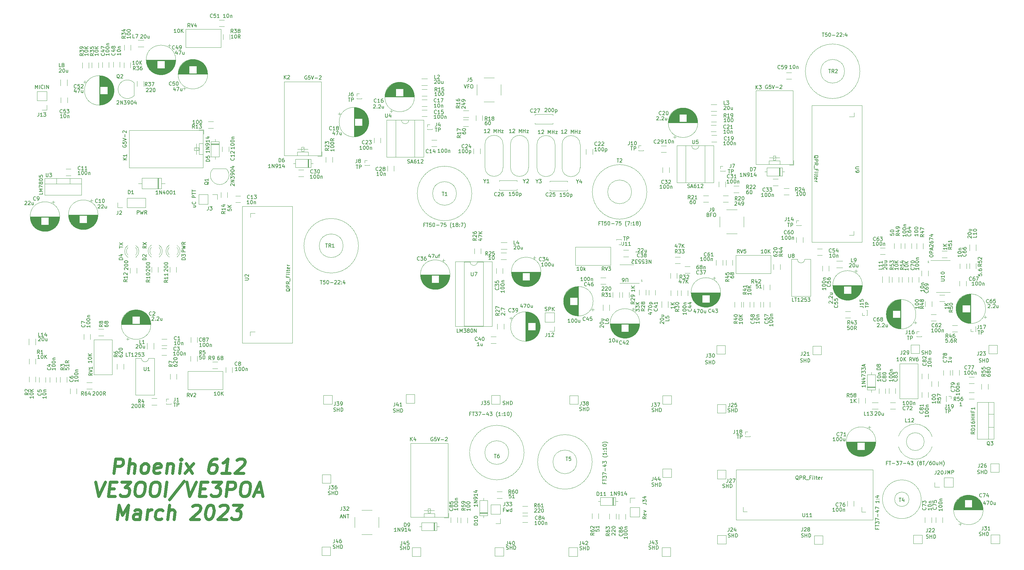
<source format=gbr>
%TF.GenerationSoftware,KiCad,Pcbnew,(6.0.7)*%
%TF.CreationDate,2023-02-22T17:07:51-05:00*%
%TF.ProjectId,Phoenix612 Complete v1,50686f65-6e69-4783-9631-3220436f6d70,rev?*%
%TF.SameCoordinates,Original*%
%TF.FileFunction,Legend,Top*%
%TF.FilePolarity,Positive*%
%FSLAX46Y46*%
G04 Gerber Fmt 4.6, Leading zero omitted, Abs format (unit mm)*
G04 Created by KiCad (PCBNEW (6.0.7)) date 2023-02-22 17:07:51*
%MOMM*%
%LPD*%
G01*
G04 APERTURE LIST*
%ADD10C,0.125000*%
%ADD11C,0.875000*%
%ADD12C,0.150000*%
%ADD13C,0.120000*%
G04 APERTURE END LIST*
D10*
X272885008Y-106893690D02*
X272599293Y-106893690D01*
X272742151Y-106893690D02*
X272742151Y-106393690D01*
X272694531Y-106465119D01*
X272646912Y-106512738D01*
X272599293Y-106536547D01*
X192706642Y-111724309D02*
X192992357Y-111724309D01*
X192849500Y-111724309D02*
X192849500Y-112224309D01*
X192897119Y-112152880D01*
X192944738Y-112105261D01*
X192992357Y-112081452D01*
D11*
X45883309Y-165613023D02*
X46383309Y-161613023D01*
X47907119Y-161613023D01*
X48264261Y-161803500D01*
X48430928Y-161993976D01*
X48573785Y-162374928D01*
X48502357Y-162946357D01*
X48264261Y-163327309D01*
X48049976Y-163517785D01*
X47645214Y-163708261D01*
X46121404Y-163708261D01*
X49883309Y-165613023D02*
X50383309Y-161613023D01*
X51597595Y-165613023D02*
X51859500Y-163517785D01*
X51716642Y-163136833D01*
X51359500Y-162946357D01*
X50788071Y-162946357D01*
X50383309Y-163136833D01*
X50169023Y-163327309D01*
X54073785Y-165613023D02*
X53716642Y-165422547D01*
X53549976Y-165232071D01*
X53407119Y-164851119D01*
X53549976Y-163708261D01*
X53788071Y-163327309D01*
X54002357Y-163136833D01*
X54407119Y-162946357D01*
X54978547Y-162946357D01*
X55335690Y-163136833D01*
X55502357Y-163327309D01*
X55645214Y-163708261D01*
X55502357Y-164851119D01*
X55264261Y-165232071D01*
X55049976Y-165422547D01*
X54645214Y-165613023D01*
X54073785Y-165613023D01*
X58669023Y-165422547D02*
X58264261Y-165613023D01*
X57502357Y-165613023D01*
X57145214Y-165422547D01*
X57002357Y-165041595D01*
X57192833Y-163517785D01*
X57430928Y-163136833D01*
X57835690Y-162946357D01*
X58597595Y-162946357D01*
X58954738Y-163136833D01*
X59097595Y-163517785D01*
X59049976Y-163898738D01*
X57097595Y-164279690D01*
X60883309Y-162946357D02*
X60549976Y-165613023D01*
X60835690Y-163327309D02*
X61049976Y-163136833D01*
X61454738Y-162946357D01*
X62026166Y-162946357D01*
X62383309Y-163136833D01*
X62526166Y-163517785D01*
X62264261Y-165613023D01*
X64169023Y-165613023D02*
X64502357Y-162946357D01*
X64669023Y-161613023D02*
X64454738Y-161803500D01*
X64621404Y-161993976D01*
X64835690Y-161803500D01*
X64669023Y-161613023D01*
X64621404Y-161993976D01*
X65692833Y-165613023D02*
X68121404Y-162946357D01*
X66026166Y-162946357D02*
X67788071Y-165613023D01*
X74573785Y-161613023D02*
X73811880Y-161613023D01*
X73407119Y-161803500D01*
X73192833Y-161993976D01*
X72740452Y-162565404D01*
X72454738Y-163327309D01*
X72264261Y-164851119D01*
X72407119Y-165232071D01*
X72573785Y-165422547D01*
X72930928Y-165613023D01*
X73692833Y-165613023D01*
X74097595Y-165422547D01*
X74311880Y-165232071D01*
X74549976Y-164851119D01*
X74669023Y-163898738D01*
X74526166Y-163517785D01*
X74359500Y-163327309D01*
X74002357Y-163136833D01*
X73240452Y-163136833D01*
X72835690Y-163327309D01*
X72621404Y-163517785D01*
X72383309Y-163898738D01*
X78264261Y-165613023D02*
X75978547Y-165613023D01*
X77121404Y-165613023D02*
X77621404Y-161613023D01*
X77169023Y-162184452D01*
X76740452Y-162565404D01*
X76335690Y-162755880D01*
X80240452Y-161993976D02*
X80454738Y-161803500D01*
X80859500Y-161613023D01*
X81811880Y-161613023D01*
X82169023Y-161803500D01*
X82335690Y-161993976D01*
X82478547Y-162374928D01*
X82430928Y-162755880D01*
X82169023Y-163327309D01*
X79597595Y-165613023D01*
X82073785Y-165613023D01*
X40859499Y-168053023D02*
X41692833Y-172053023D01*
X43526166Y-168053023D01*
X44621404Y-169957785D02*
X45954738Y-169957785D01*
X46264261Y-172053023D02*
X44359499Y-172053023D01*
X44859499Y-168053023D01*
X46764261Y-168053023D01*
X48097595Y-168053023D02*
X50573785Y-168053023D01*
X49049976Y-169576833D01*
X49621404Y-169576833D01*
X49978547Y-169767309D01*
X50145214Y-169957785D01*
X50288071Y-170338738D01*
X50169023Y-171291119D01*
X49930928Y-171672071D01*
X49716642Y-171862547D01*
X49311880Y-172053023D01*
X48169023Y-172053023D01*
X47811880Y-171862547D01*
X47645214Y-171672071D01*
X53049976Y-168053023D02*
X53811880Y-168053023D01*
X54169023Y-168243500D01*
X54502357Y-168624452D01*
X54597595Y-169386357D01*
X54430928Y-170719690D01*
X54145214Y-171481595D01*
X53716642Y-171862547D01*
X53311880Y-172053023D01*
X52549976Y-172053023D01*
X52192833Y-171862547D01*
X51859499Y-171481595D01*
X51764261Y-170719690D01*
X51930928Y-169386357D01*
X52216642Y-168624452D01*
X52645214Y-168243500D01*
X53049976Y-168053023D01*
X57240452Y-168053023D02*
X58002357Y-168053023D01*
X58359499Y-168243500D01*
X58692833Y-168624452D01*
X58788071Y-169386357D01*
X58621404Y-170719690D01*
X58335690Y-171481595D01*
X57907119Y-171862547D01*
X57502357Y-172053023D01*
X56740452Y-172053023D01*
X56383309Y-171862547D01*
X56049976Y-171481595D01*
X55954738Y-170719690D01*
X56121404Y-169386357D01*
X56407119Y-168624452D01*
X56835690Y-168243500D01*
X57240452Y-168053023D01*
X60169023Y-172053023D02*
X60669023Y-168053023D01*
X65454738Y-167862547D02*
X61383309Y-173005404D01*
X66192833Y-168053023D02*
X67026166Y-172053023D01*
X68859499Y-168053023D01*
X69954738Y-169957785D02*
X71288071Y-169957785D01*
X71597595Y-172053023D02*
X69692833Y-172053023D01*
X70192833Y-168053023D01*
X72097595Y-168053023D01*
X73430928Y-168053023D02*
X75907119Y-168053023D01*
X74383309Y-169576833D01*
X74954738Y-169576833D01*
X75311880Y-169767309D01*
X75478547Y-169957785D01*
X75621404Y-170338738D01*
X75502357Y-171291119D01*
X75264261Y-171672071D01*
X75049976Y-171862547D01*
X74645214Y-172053023D01*
X73502357Y-172053023D01*
X73145214Y-171862547D01*
X72978547Y-171672071D01*
X77121404Y-172053023D02*
X77621404Y-168053023D01*
X79145214Y-168053023D01*
X79502357Y-168243500D01*
X79669023Y-168433976D01*
X79811880Y-168814928D01*
X79740452Y-169386357D01*
X79502357Y-169767309D01*
X79288071Y-169957785D01*
X78883309Y-170148261D01*
X77359500Y-170148261D01*
X82383309Y-168053023D02*
X83145214Y-168053023D01*
X83502357Y-168243500D01*
X83835690Y-168624452D01*
X83930928Y-169386357D01*
X83764261Y-170719690D01*
X83478547Y-171481595D01*
X83049976Y-171862547D01*
X82645214Y-172053023D01*
X81883309Y-172053023D01*
X81526166Y-171862547D01*
X81192833Y-171481595D01*
X81097595Y-170719690D01*
X81264261Y-169386357D01*
X81549976Y-168624452D01*
X81978547Y-168243500D01*
X82383309Y-168053023D01*
X85264261Y-170910166D02*
X87169023Y-170910166D01*
X84740452Y-172053023D02*
X86573785Y-168053023D01*
X87407119Y-172053023D01*
X46835690Y-178493023D02*
X47335690Y-174493023D01*
X48311880Y-177350166D01*
X50002357Y-174493023D01*
X49502357Y-178493023D01*
X53121404Y-178493023D02*
X53383309Y-176397785D01*
X53240452Y-176016833D01*
X52883309Y-175826357D01*
X52121404Y-175826357D01*
X51716642Y-176016833D01*
X53145214Y-178302547D02*
X52740452Y-178493023D01*
X51788071Y-178493023D01*
X51430928Y-178302547D01*
X51288071Y-177921595D01*
X51335690Y-177540642D01*
X51573785Y-177159690D01*
X51978547Y-176969214D01*
X52930928Y-176969214D01*
X53335690Y-176778738D01*
X55026166Y-178493023D02*
X55359500Y-175826357D01*
X55264261Y-176588261D02*
X55502357Y-176207309D01*
X55716642Y-176016833D01*
X56121404Y-175826357D01*
X56502357Y-175826357D01*
X59240452Y-178302547D02*
X58835690Y-178493023D01*
X58073785Y-178493023D01*
X57716642Y-178302547D01*
X57549976Y-178112071D01*
X57407119Y-177731119D01*
X57549976Y-176588261D01*
X57788071Y-176207309D01*
X58002357Y-176016833D01*
X58407119Y-175826357D01*
X59169023Y-175826357D01*
X59526166Y-176016833D01*
X60930928Y-178493023D02*
X61430928Y-174493023D01*
X62645214Y-178493023D02*
X62907119Y-176397785D01*
X62764261Y-176016833D01*
X62407119Y-175826357D01*
X61835690Y-175826357D01*
X61430928Y-176016833D01*
X61216642Y-176207309D01*
X67859500Y-174873976D02*
X68073785Y-174683500D01*
X68478547Y-174493023D01*
X69430928Y-174493023D01*
X69788071Y-174683500D01*
X69954738Y-174873976D01*
X70097595Y-175254928D01*
X70049976Y-175635880D01*
X69788071Y-176207309D01*
X67216642Y-178493023D01*
X69692833Y-178493023D01*
X72669023Y-174493023D02*
X73049976Y-174493023D01*
X73407119Y-174683500D01*
X73573785Y-174873976D01*
X73716642Y-175254928D01*
X73811880Y-176016833D01*
X73692833Y-176969214D01*
X73407119Y-177731119D01*
X73169023Y-178112071D01*
X72954738Y-178302547D01*
X72549976Y-178493023D01*
X72169023Y-178493023D01*
X71811880Y-178302547D01*
X71645214Y-178112071D01*
X71502357Y-177731119D01*
X71407119Y-176969214D01*
X71526166Y-176016833D01*
X71811880Y-175254928D01*
X72049976Y-174873976D01*
X72264261Y-174683500D01*
X72669023Y-174493023D01*
X75478547Y-174873976D02*
X75692833Y-174683500D01*
X76097595Y-174493023D01*
X77049976Y-174493023D01*
X77407119Y-174683500D01*
X77573785Y-174873976D01*
X77716642Y-175254928D01*
X77669023Y-175635880D01*
X77407119Y-176207309D01*
X74835690Y-178493023D01*
X77311880Y-178493023D01*
X79145214Y-174493023D02*
X81621404Y-174493023D01*
X80097595Y-176016833D01*
X80669023Y-176016833D01*
X81026166Y-176207309D01*
X81192833Y-176397785D01*
X81335690Y-176778738D01*
X81216642Y-177731119D01*
X80978547Y-178112071D01*
X80764261Y-178302547D01*
X80359500Y-178493023D01*
X79216642Y-178493023D01*
X78859500Y-178302547D01*
X78692833Y-178112071D01*
D12*
%TO.C,D4*%
X48331380Y-106079595D02*
X47331380Y-106079595D01*
X47331380Y-105841500D01*
X47379000Y-105698642D01*
X47474238Y-105603404D01*
X47569476Y-105555785D01*
X47759952Y-105508166D01*
X47902809Y-105508166D01*
X48093285Y-105555785D01*
X48188523Y-105603404D01*
X48283761Y-105698642D01*
X48331380Y-105841500D01*
X48331380Y-106079595D01*
X47664714Y-104651023D02*
X48331380Y-104651023D01*
X47283761Y-104889119D02*
X47998047Y-105127214D01*
X47998047Y-104508166D01*
X47394880Y-102869904D02*
X47394880Y-102298476D01*
X48394880Y-102584190D02*
X47394880Y-102584190D01*
X47394880Y-102060380D02*
X48394880Y-101393714D01*
X47394880Y-101393714D02*
X48394880Y-102060380D01*
%TO.C,R28*%
X193767880Y-119768857D02*
X193291690Y-120102190D01*
X193767880Y-120340285D02*
X192767880Y-120340285D01*
X192767880Y-119959333D01*
X192815500Y-119864095D01*
X192863119Y-119816476D01*
X192958357Y-119768857D01*
X193101214Y-119768857D01*
X193196452Y-119816476D01*
X193244071Y-119864095D01*
X193291690Y-119959333D01*
X193291690Y-120340285D01*
X192863119Y-119387904D02*
X192815500Y-119340285D01*
X192767880Y-119245047D01*
X192767880Y-119006952D01*
X192815500Y-118911714D01*
X192863119Y-118864095D01*
X192958357Y-118816476D01*
X193053595Y-118816476D01*
X193196452Y-118864095D01*
X193767880Y-119435523D01*
X193767880Y-118816476D01*
X193196452Y-118245047D02*
X193148833Y-118340285D01*
X193101214Y-118387904D01*
X193005976Y-118435523D01*
X192958357Y-118435523D01*
X192863119Y-118387904D01*
X192815500Y-118340285D01*
X192767880Y-118245047D01*
X192767880Y-118054571D01*
X192815500Y-117959333D01*
X192863119Y-117911714D01*
X192958357Y-117864095D01*
X193005976Y-117864095D01*
X193101214Y-117911714D01*
X193148833Y-117959333D01*
X193196452Y-118054571D01*
X193196452Y-118245047D01*
X193244071Y-118340285D01*
X193291690Y-118387904D01*
X193386928Y-118435523D01*
X193577404Y-118435523D01*
X193672642Y-118387904D01*
X193720261Y-118340285D01*
X193767880Y-118245047D01*
X193767880Y-118054571D01*
X193720261Y-117959333D01*
X193672642Y-117911714D01*
X193577404Y-117864095D01*
X193386928Y-117864095D01*
X193291690Y-117911714D01*
X193244071Y-117959333D01*
X193196452Y-118054571D01*
X191243880Y-120499023D02*
X191243880Y-119879976D01*
X191624833Y-120213309D01*
X191624833Y-120070452D01*
X191672452Y-119975214D01*
X191720071Y-119927595D01*
X191815309Y-119879976D01*
X192053404Y-119879976D01*
X192148642Y-119927595D01*
X192196261Y-119975214D01*
X192243880Y-120070452D01*
X192243880Y-120356166D01*
X192196261Y-120451404D01*
X192148642Y-120499023D01*
X191243880Y-119546642D02*
X191243880Y-118927595D01*
X191624833Y-119260928D01*
X191624833Y-119118071D01*
X191672452Y-119022833D01*
X191720071Y-118975214D01*
X191815309Y-118927595D01*
X192053404Y-118927595D01*
X192148642Y-118975214D01*
X192196261Y-119022833D01*
X192243880Y-119118071D01*
X192243880Y-119403785D01*
X192196261Y-119499023D01*
X192148642Y-119546642D01*
X192243880Y-118499023D02*
X191243880Y-118499023D01*
X192243880Y-117927595D02*
X191672452Y-118356166D01*
X191243880Y-117927595D02*
X191815309Y-118499023D01*
%TO.C,C46*%
X177559642Y-113323642D02*
X177512023Y-113371261D01*
X177369166Y-113418880D01*
X177273928Y-113418880D01*
X177131071Y-113371261D01*
X177035833Y-113276023D01*
X176988214Y-113180785D01*
X176940595Y-112990309D01*
X176940595Y-112847452D01*
X176988214Y-112656976D01*
X177035833Y-112561738D01*
X177131071Y-112466500D01*
X177273928Y-112418880D01*
X177369166Y-112418880D01*
X177512023Y-112466500D01*
X177559642Y-112514119D01*
X178416785Y-112752214D02*
X178416785Y-113418880D01*
X178178690Y-112371261D02*
X177940595Y-113085547D01*
X178559642Y-113085547D01*
X179369166Y-112418880D02*
X179178690Y-112418880D01*
X179083452Y-112466500D01*
X179035833Y-112514119D01*
X178940595Y-112656976D01*
X178892976Y-112847452D01*
X178892976Y-113228404D01*
X178940595Y-113323642D01*
X178988214Y-113371261D01*
X179083452Y-113418880D01*
X179273928Y-113418880D01*
X179369166Y-113371261D01*
X179416785Y-113323642D01*
X179464404Y-113228404D01*
X179464404Y-112990309D01*
X179416785Y-112895071D01*
X179369166Y-112847452D01*
X179273928Y-112799833D01*
X179083452Y-112799833D01*
X178988214Y-112847452D01*
X178940595Y-112895071D01*
X178892976Y-112990309D01*
X176511952Y-111958380D02*
X175940523Y-111958380D01*
X176226238Y-111958380D02*
X176226238Y-110958380D01*
X176131000Y-111101238D01*
X176035761Y-111196476D01*
X175940523Y-111244095D01*
X177131000Y-110958380D02*
X177226238Y-110958380D01*
X177321476Y-111006000D01*
X177369095Y-111053619D01*
X177416714Y-111148857D01*
X177464333Y-111339333D01*
X177464333Y-111577428D01*
X177416714Y-111767904D01*
X177369095Y-111863142D01*
X177321476Y-111910761D01*
X177226238Y-111958380D01*
X177131000Y-111958380D01*
X177035761Y-111910761D01*
X176988142Y-111863142D01*
X176940523Y-111767904D01*
X176892904Y-111577428D01*
X176892904Y-111339333D01*
X176940523Y-111148857D01*
X176988142Y-111053619D01*
X177035761Y-111006000D01*
X177131000Y-110958380D01*
X178083380Y-110958380D02*
X178178619Y-110958380D01*
X178273857Y-111006000D01*
X178321476Y-111053619D01*
X178369095Y-111148857D01*
X178416714Y-111339333D01*
X178416714Y-111577428D01*
X178369095Y-111767904D01*
X178321476Y-111863142D01*
X178273857Y-111910761D01*
X178178619Y-111958380D01*
X178083380Y-111958380D01*
X177988142Y-111910761D01*
X177940523Y-111863142D01*
X177892904Y-111767904D01*
X177845285Y-111577428D01*
X177845285Y-111339333D01*
X177892904Y-111148857D01*
X177940523Y-111053619D01*
X177988142Y-111006000D01*
X178083380Y-110958380D01*
X178845285Y-111291714D02*
X178845285Y-111958380D01*
X178845285Y-111386952D02*
X178892904Y-111339333D01*
X178988142Y-111291714D01*
X179131000Y-111291714D01*
X179226238Y-111339333D01*
X179273857Y-111434571D01*
X179273857Y-111958380D01*
%TO.C,L6*%
X183671380Y-123420166D02*
X183671380Y-123896357D01*
X182671380Y-123896357D01*
X182671380Y-122658261D02*
X182671380Y-122848738D01*
X182719000Y-122943976D01*
X182766619Y-122991595D01*
X182909476Y-123086833D01*
X183099952Y-123134452D01*
X183480904Y-123134452D01*
X183576142Y-123086833D01*
X183623761Y-123039214D01*
X183671380Y-122943976D01*
X183671380Y-122753500D01*
X183623761Y-122658261D01*
X183576142Y-122610642D01*
X183480904Y-122563023D01*
X183242809Y-122563023D01*
X183147571Y-122610642D01*
X183099952Y-122658261D01*
X183052333Y-122753500D01*
X183052333Y-122943976D01*
X183099952Y-123039214D01*
X183147571Y-123086833D01*
X183242809Y-123134452D01*
X181369619Y-124975785D02*
X181322000Y-124928166D01*
X181274380Y-124832928D01*
X181274380Y-124594833D01*
X181322000Y-124499595D01*
X181369619Y-124451976D01*
X181464857Y-124404357D01*
X181560095Y-124404357D01*
X181702952Y-124451976D01*
X182274380Y-125023404D01*
X182274380Y-124404357D01*
X181274380Y-123785309D02*
X181274380Y-123690071D01*
X181322000Y-123594833D01*
X181369619Y-123547214D01*
X181464857Y-123499595D01*
X181655333Y-123451976D01*
X181893428Y-123451976D01*
X182083904Y-123499595D01*
X182179142Y-123547214D01*
X182226761Y-123594833D01*
X182274380Y-123690071D01*
X182274380Y-123785309D01*
X182226761Y-123880547D01*
X182179142Y-123928166D01*
X182083904Y-123975785D01*
X181893428Y-124023404D01*
X181655333Y-124023404D01*
X181464857Y-123975785D01*
X181369619Y-123928166D01*
X181322000Y-123880547D01*
X181274380Y-123785309D01*
X181607714Y-122594833D02*
X182274380Y-122594833D01*
X181607714Y-123023404D02*
X182131523Y-123023404D01*
X182226761Y-122975785D01*
X182274380Y-122880547D01*
X182274380Y-122737690D01*
X182226761Y-122642452D01*
X182179142Y-122594833D01*
%TO.C,J26*%
X286972476Y-162964880D02*
X286972476Y-163679166D01*
X286924857Y-163822023D01*
X286829619Y-163917261D01*
X286686761Y-163964880D01*
X286591523Y-163964880D01*
X287401047Y-163060119D02*
X287448666Y-163012500D01*
X287543904Y-162964880D01*
X287782000Y-162964880D01*
X287877238Y-163012500D01*
X287924857Y-163060119D01*
X287972476Y-163155357D01*
X287972476Y-163250595D01*
X287924857Y-163393452D01*
X287353428Y-163964880D01*
X287972476Y-163964880D01*
X288829619Y-162964880D02*
X288639142Y-162964880D01*
X288543904Y-163012500D01*
X288496285Y-163060119D01*
X288401047Y-163202976D01*
X288353428Y-163393452D01*
X288353428Y-163774404D01*
X288401047Y-163869642D01*
X288448666Y-163917261D01*
X288543904Y-163964880D01*
X288734380Y-163964880D01*
X288829619Y-163917261D01*
X288877238Y-163869642D01*
X288924857Y-163774404D01*
X288924857Y-163536309D01*
X288877238Y-163441071D01*
X288829619Y-163393452D01*
X288734380Y-163345833D01*
X288543904Y-163345833D01*
X288448666Y-163393452D01*
X288401047Y-163441071D01*
X288353428Y-163536309D01*
X286472476Y-165695261D02*
X286615333Y-165742880D01*
X286853428Y-165742880D01*
X286948666Y-165695261D01*
X286996285Y-165647642D01*
X287043904Y-165552404D01*
X287043904Y-165457166D01*
X286996285Y-165361928D01*
X286948666Y-165314309D01*
X286853428Y-165266690D01*
X286662952Y-165219071D01*
X286567714Y-165171452D01*
X286520095Y-165123833D01*
X286472476Y-165028595D01*
X286472476Y-164933357D01*
X286520095Y-164838119D01*
X286567714Y-164790500D01*
X286662952Y-164742880D01*
X286901047Y-164742880D01*
X287043904Y-164790500D01*
X287472476Y-165742880D02*
X287472476Y-164742880D01*
X287472476Y-165219071D02*
X288043904Y-165219071D01*
X288043904Y-165742880D02*
X288043904Y-164742880D01*
X288520095Y-165742880D02*
X288520095Y-164742880D01*
X288758190Y-164742880D01*
X288901047Y-164790500D01*
X288996285Y-164885738D01*
X289043904Y-164980976D01*
X289091523Y-165171452D01*
X289091523Y-165314309D01*
X289043904Y-165504785D01*
X288996285Y-165600023D01*
X288901047Y-165695261D01*
X288758190Y-165742880D01*
X288520095Y-165742880D01*
%TO.C,C43*%
X212167142Y-120753142D02*
X212119523Y-120800761D01*
X211976666Y-120848380D01*
X211881428Y-120848380D01*
X211738571Y-120800761D01*
X211643333Y-120705523D01*
X211595714Y-120610285D01*
X211548095Y-120419809D01*
X211548095Y-120276952D01*
X211595714Y-120086476D01*
X211643333Y-119991238D01*
X211738571Y-119896000D01*
X211881428Y-119848380D01*
X211976666Y-119848380D01*
X212119523Y-119896000D01*
X212167142Y-119943619D01*
X213024285Y-120181714D02*
X213024285Y-120848380D01*
X212786190Y-119800761D02*
X212548095Y-120515047D01*
X213167142Y-120515047D01*
X213452857Y-119848380D02*
X214071904Y-119848380D01*
X213738571Y-120229333D01*
X213881428Y-120229333D01*
X213976666Y-120276952D01*
X214024285Y-120324571D01*
X214071904Y-120419809D01*
X214071904Y-120657904D01*
X214024285Y-120753142D01*
X213976666Y-120800761D01*
X213881428Y-120848380D01*
X213595714Y-120848380D01*
X213500476Y-120800761D01*
X213452857Y-120753142D01*
X207912714Y-120245214D02*
X207912714Y-120911880D01*
X207674619Y-119864261D02*
X207436523Y-120578547D01*
X208055571Y-120578547D01*
X208341285Y-119911880D02*
X209007952Y-119911880D01*
X208579380Y-120911880D01*
X209579380Y-119911880D02*
X209674619Y-119911880D01*
X209769857Y-119959500D01*
X209817476Y-120007119D01*
X209865095Y-120102357D01*
X209912714Y-120292833D01*
X209912714Y-120530928D01*
X209865095Y-120721404D01*
X209817476Y-120816642D01*
X209769857Y-120864261D01*
X209674619Y-120911880D01*
X209579380Y-120911880D01*
X209484142Y-120864261D01*
X209436523Y-120816642D01*
X209388904Y-120721404D01*
X209341285Y-120530928D01*
X209341285Y-120292833D01*
X209388904Y-120102357D01*
X209436523Y-120007119D01*
X209484142Y-119959500D01*
X209579380Y-119911880D01*
X210769857Y-120245214D02*
X210769857Y-120911880D01*
X210341285Y-120245214D02*
X210341285Y-120769023D01*
X210388904Y-120864261D01*
X210484142Y-120911880D01*
X210627000Y-120911880D01*
X210722238Y-120864261D01*
X210769857Y-120816642D01*
%TO.C,C80*%
X260897642Y-139400357D02*
X260945261Y-139447976D01*
X260992880Y-139590833D01*
X260992880Y-139686071D01*
X260945261Y-139828928D01*
X260850023Y-139924166D01*
X260754785Y-139971785D01*
X260564309Y-140019404D01*
X260421452Y-140019404D01*
X260230976Y-139971785D01*
X260135738Y-139924166D01*
X260040500Y-139828928D01*
X259992880Y-139686071D01*
X259992880Y-139590833D01*
X260040500Y-139447976D01*
X260088119Y-139400357D01*
X260421452Y-138828928D02*
X260373833Y-138924166D01*
X260326214Y-138971785D01*
X260230976Y-139019404D01*
X260183357Y-139019404D01*
X260088119Y-138971785D01*
X260040500Y-138924166D01*
X259992880Y-138828928D01*
X259992880Y-138638452D01*
X260040500Y-138543214D01*
X260088119Y-138495595D01*
X260183357Y-138447976D01*
X260230976Y-138447976D01*
X260326214Y-138495595D01*
X260373833Y-138543214D01*
X260421452Y-138638452D01*
X260421452Y-138828928D01*
X260469071Y-138924166D01*
X260516690Y-138971785D01*
X260611928Y-139019404D01*
X260802404Y-139019404D01*
X260897642Y-138971785D01*
X260945261Y-138924166D01*
X260992880Y-138828928D01*
X260992880Y-138638452D01*
X260945261Y-138543214D01*
X260897642Y-138495595D01*
X260802404Y-138447976D01*
X260611928Y-138447976D01*
X260516690Y-138495595D01*
X260469071Y-138543214D01*
X260421452Y-138638452D01*
X259992880Y-137828928D02*
X259992880Y-137733690D01*
X260040500Y-137638452D01*
X260088119Y-137590833D01*
X260183357Y-137543214D01*
X260373833Y-137495595D01*
X260611928Y-137495595D01*
X260802404Y-137543214D01*
X260897642Y-137590833D01*
X260945261Y-137638452D01*
X260992880Y-137733690D01*
X260992880Y-137828928D01*
X260945261Y-137924166D01*
X260897642Y-137971785D01*
X260802404Y-138019404D01*
X260611928Y-138067023D01*
X260373833Y-138067023D01*
X260183357Y-138019404D01*
X260088119Y-137971785D01*
X260040500Y-137924166D01*
X259992880Y-137828928D01*
X259532380Y-139390357D02*
X259532380Y-139961785D01*
X259532380Y-139676071D02*
X258532380Y-139676071D01*
X258675238Y-139771309D01*
X258770476Y-139866547D01*
X258818095Y-139961785D01*
X258532380Y-138771309D02*
X258532380Y-138676071D01*
X258580000Y-138580833D01*
X258627619Y-138533214D01*
X258722857Y-138485595D01*
X258913333Y-138437976D01*
X259151428Y-138437976D01*
X259341904Y-138485595D01*
X259437142Y-138533214D01*
X259484761Y-138580833D01*
X259532380Y-138676071D01*
X259532380Y-138771309D01*
X259484761Y-138866547D01*
X259437142Y-138914166D01*
X259341904Y-138961785D01*
X259151428Y-139009404D01*
X258913333Y-139009404D01*
X258722857Y-138961785D01*
X258627619Y-138914166D01*
X258580000Y-138866547D01*
X258532380Y-138771309D01*
X258865714Y-138009404D02*
X259532380Y-138009404D01*
X258960952Y-138009404D02*
X258913333Y-137961785D01*
X258865714Y-137866547D01*
X258865714Y-137723690D01*
X258913333Y-137628452D01*
X259008571Y-137580833D01*
X259532380Y-137580833D01*
%TO.C,RV4*%
X67095761Y-41282880D02*
X66762428Y-40806690D01*
X66524333Y-41282880D02*
X66524333Y-40282880D01*
X66905285Y-40282880D01*
X67000523Y-40330500D01*
X67048142Y-40378119D01*
X67095761Y-40473357D01*
X67095761Y-40616214D01*
X67048142Y-40711452D01*
X67000523Y-40759071D01*
X66905285Y-40806690D01*
X66524333Y-40806690D01*
X67381476Y-40282880D02*
X67714809Y-41282880D01*
X68048142Y-40282880D01*
X68810047Y-40616214D02*
X68810047Y-41282880D01*
X68571952Y-40235261D02*
X68333857Y-40949547D01*
X68952904Y-40949547D01*
X63254023Y-42806880D02*
X62682595Y-42806880D01*
X62968309Y-42806880D02*
X62968309Y-41806880D01*
X62873071Y-41949738D01*
X62777833Y-42044976D01*
X62682595Y-42092595D01*
X63873071Y-41806880D02*
X63968309Y-41806880D01*
X64063547Y-41854500D01*
X64111166Y-41902119D01*
X64158785Y-41997357D01*
X64206404Y-42187833D01*
X64206404Y-42425928D01*
X64158785Y-42616404D01*
X64111166Y-42711642D01*
X64063547Y-42759261D01*
X63968309Y-42806880D01*
X63873071Y-42806880D01*
X63777833Y-42759261D01*
X63730214Y-42711642D01*
X63682595Y-42616404D01*
X63634976Y-42425928D01*
X63634976Y-42187833D01*
X63682595Y-41997357D01*
X63730214Y-41902119D01*
X63777833Y-41854500D01*
X63873071Y-41806880D01*
X64634976Y-42806880D02*
X64634976Y-41806880D01*
X65206404Y-42806880D02*
X64777833Y-42235452D01*
X65206404Y-41806880D02*
X64634976Y-42378309D01*
%TO.C,C55*%
X247435642Y-118816357D02*
X247483261Y-118863976D01*
X247530880Y-119006833D01*
X247530880Y-119102071D01*
X247483261Y-119244928D01*
X247388023Y-119340166D01*
X247292785Y-119387785D01*
X247102309Y-119435404D01*
X246959452Y-119435404D01*
X246768976Y-119387785D01*
X246673738Y-119340166D01*
X246578500Y-119244928D01*
X246530880Y-119102071D01*
X246530880Y-119006833D01*
X246578500Y-118863976D01*
X246626119Y-118816357D01*
X246530880Y-117911595D02*
X246530880Y-118387785D01*
X247007071Y-118435404D01*
X246959452Y-118387785D01*
X246911833Y-118292547D01*
X246911833Y-118054452D01*
X246959452Y-117959214D01*
X247007071Y-117911595D01*
X247102309Y-117863976D01*
X247340404Y-117863976D01*
X247435642Y-117911595D01*
X247483261Y-117959214D01*
X247530880Y-118054452D01*
X247530880Y-118292547D01*
X247483261Y-118387785D01*
X247435642Y-118435404D01*
X246530880Y-116959214D02*
X246530880Y-117435404D01*
X247007071Y-117483023D01*
X246959452Y-117435404D01*
X246911833Y-117340166D01*
X246911833Y-117102071D01*
X246959452Y-117006833D01*
X247007071Y-116959214D01*
X247102309Y-116911595D01*
X247340404Y-116911595D01*
X247435642Y-116959214D01*
X247483261Y-117006833D01*
X247530880Y-117102071D01*
X247530880Y-117340166D01*
X247483261Y-117435404D01*
X247435642Y-117483023D01*
X245165619Y-118228880D02*
X245118000Y-118181261D01*
X245070380Y-118086023D01*
X245070380Y-117847928D01*
X245118000Y-117752690D01*
X245165619Y-117705071D01*
X245260857Y-117657452D01*
X245356095Y-117657452D01*
X245498952Y-117705071D01*
X246070380Y-118276500D01*
X246070380Y-117657452D01*
X245975142Y-117228880D02*
X246022761Y-117181261D01*
X246070380Y-117228880D01*
X246022761Y-117276500D01*
X245975142Y-117228880D01*
X246070380Y-117228880D01*
X245165619Y-116800309D02*
X245118000Y-116752690D01*
X245070380Y-116657452D01*
X245070380Y-116419357D01*
X245118000Y-116324119D01*
X245165619Y-116276500D01*
X245260857Y-116228880D01*
X245356095Y-116228880D01*
X245498952Y-116276500D01*
X246070380Y-116847928D01*
X246070380Y-116228880D01*
X245403714Y-115371738D02*
X246070380Y-115371738D01*
X245403714Y-115800309D02*
X245927523Y-115800309D01*
X246022761Y-115752690D01*
X246070380Y-115657452D01*
X246070380Y-115514595D01*
X246022761Y-115419357D01*
X245975142Y-115371738D01*
%TO.C,U6*%
X189039404Y-112244119D02*
X189039404Y-111434595D01*
X188991785Y-111339357D01*
X188944166Y-111291738D01*
X188848928Y-111244119D01*
X188658452Y-111244119D01*
X188563214Y-111291738D01*
X188515595Y-111339357D01*
X188467976Y-111434595D01*
X188467976Y-112244119D01*
X187563214Y-112244119D02*
X187753690Y-112244119D01*
X187848928Y-112196500D01*
X187896547Y-112148880D01*
X187991785Y-112006023D01*
X188039404Y-111815547D01*
X188039404Y-111434595D01*
X187991785Y-111339357D01*
X187944166Y-111291738D01*
X187848928Y-111244119D01*
X187658452Y-111244119D01*
X187563214Y-111291738D01*
X187515595Y-111339357D01*
X187467976Y-111434595D01*
X187467976Y-111672690D01*
X187515595Y-111767928D01*
X187563214Y-111815547D01*
X187658452Y-111863166D01*
X187848928Y-111863166D01*
X187944166Y-111815547D01*
X187991785Y-111767928D01*
X188039404Y-111672690D01*
X195492357Y-106100619D02*
X195492357Y-107100619D01*
X194920928Y-106100619D01*
X194920928Y-107100619D01*
X194444738Y-106624428D02*
X194111404Y-106624428D01*
X193968547Y-106100619D02*
X194444738Y-106100619D01*
X194444738Y-107100619D01*
X193968547Y-107100619D01*
X193063785Y-107100619D02*
X193539976Y-107100619D01*
X193587595Y-106624428D01*
X193539976Y-106672047D01*
X193444738Y-106719666D01*
X193206642Y-106719666D01*
X193111404Y-106672047D01*
X193063785Y-106624428D01*
X193016166Y-106529190D01*
X193016166Y-106291095D01*
X193063785Y-106195857D01*
X193111404Y-106148238D01*
X193206642Y-106100619D01*
X193444738Y-106100619D01*
X193539976Y-106148238D01*
X193587595Y-106195857D01*
X192111404Y-107100619D02*
X192587595Y-107100619D01*
X192635214Y-106624428D01*
X192587595Y-106672047D01*
X192492357Y-106719666D01*
X192254261Y-106719666D01*
X192159023Y-106672047D01*
X192111404Y-106624428D01*
X192063785Y-106529190D01*
X192063785Y-106291095D01*
X192111404Y-106195857D01*
X192159023Y-106148238D01*
X192254261Y-106100619D01*
X192492357Y-106100619D01*
X192587595Y-106148238D01*
X192635214Y-106195857D01*
X191730452Y-107100619D02*
X191111404Y-107100619D01*
X191444738Y-106719666D01*
X191301880Y-106719666D01*
X191206642Y-106672047D01*
X191159023Y-106624428D01*
X191111404Y-106529190D01*
X191111404Y-106291095D01*
X191159023Y-106195857D01*
X191206642Y-106148238D01*
X191301880Y-106100619D01*
X191587595Y-106100619D01*
X191682833Y-106148238D01*
X191730452Y-106195857D01*
X190730452Y-107005380D02*
X190682833Y-107053000D01*
X190587595Y-107100619D01*
X190349500Y-107100619D01*
X190254261Y-107053000D01*
X190206642Y-107005380D01*
X190159023Y-106910142D01*
X190159023Y-106814904D01*
X190206642Y-106672047D01*
X190778071Y-106100619D01*
X190159023Y-106100619D01*
%TO.C,J27*%
X216931976Y-167155880D02*
X216931976Y-167870166D01*
X216884357Y-168013023D01*
X216789119Y-168108261D01*
X216646261Y-168155880D01*
X216551023Y-168155880D01*
X217360547Y-167251119D02*
X217408166Y-167203500D01*
X217503404Y-167155880D01*
X217741500Y-167155880D01*
X217836738Y-167203500D01*
X217884357Y-167251119D01*
X217931976Y-167346357D01*
X217931976Y-167441595D01*
X217884357Y-167584452D01*
X217312928Y-168155880D01*
X217931976Y-168155880D01*
X218265309Y-167155880D02*
X218931976Y-167155880D01*
X218503404Y-168155880D01*
X215479476Y-169568761D02*
X215622333Y-169616380D01*
X215860428Y-169616380D01*
X215955666Y-169568761D01*
X216003285Y-169521142D01*
X216050904Y-169425904D01*
X216050904Y-169330666D01*
X216003285Y-169235428D01*
X215955666Y-169187809D01*
X215860428Y-169140190D01*
X215669952Y-169092571D01*
X215574714Y-169044952D01*
X215527095Y-168997333D01*
X215479476Y-168902095D01*
X215479476Y-168806857D01*
X215527095Y-168711619D01*
X215574714Y-168664000D01*
X215669952Y-168616380D01*
X215908047Y-168616380D01*
X216050904Y-168664000D01*
X216479476Y-169616380D02*
X216479476Y-168616380D01*
X216479476Y-169092571D02*
X217050904Y-169092571D01*
X217050904Y-169616380D02*
X217050904Y-168616380D01*
X217527095Y-169616380D02*
X217527095Y-168616380D01*
X217765190Y-168616380D01*
X217908047Y-168664000D01*
X218003285Y-168759238D01*
X218050904Y-168854476D01*
X218098523Y-169044952D01*
X218098523Y-169187809D01*
X218050904Y-169378285D01*
X218003285Y-169473523D01*
X217908047Y-169568761D01*
X217765190Y-169616380D01*
X217527095Y-169616380D01*
%TO.C,C14*%
X133469142Y-76239642D02*
X133421523Y-76287261D01*
X133278666Y-76334880D01*
X133183428Y-76334880D01*
X133040571Y-76287261D01*
X132945333Y-76192023D01*
X132897714Y-76096785D01*
X132850095Y-75906309D01*
X132850095Y-75763452D01*
X132897714Y-75572976D01*
X132945333Y-75477738D01*
X133040571Y-75382500D01*
X133183428Y-75334880D01*
X133278666Y-75334880D01*
X133421523Y-75382500D01*
X133469142Y-75430119D01*
X134421523Y-76334880D02*
X133850095Y-76334880D01*
X134135809Y-76334880D02*
X134135809Y-75334880D01*
X134040571Y-75477738D01*
X133945333Y-75572976D01*
X133850095Y-75620595D01*
X135278666Y-75668214D02*
X135278666Y-76334880D01*
X135040571Y-75287261D02*
X134802476Y-76001547D01*
X135421523Y-76001547D01*
X136739452Y-76207880D02*
X136168023Y-76207880D01*
X136453738Y-76207880D02*
X136453738Y-75207880D01*
X136358500Y-75350738D01*
X136263261Y-75445976D01*
X136168023Y-75493595D01*
X137358500Y-75207880D02*
X137453738Y-75207880D01*
X137548976Y-75255500D01*
X137596595Y-75303119D01*
X137644214Y-75398357D01*
X137691833Y-75588833D01*
X137691833Y-75826928D01*
X137644214Y-76017404D01*
X137596595Y-76112642D01*
X137548976Y-76160261D01*
X137453738Y-76207880D01*
X137358500Y-76207880D01*
X137263261Y-76160261D01*
X137215642Y-76112642D01*
X137168023Y-76017404D01*
X137120404Y-75826928D01*
X137120404Y-75588833D01*
X137168023Y-75398357D01*
X137215642Y-75303119D01*
X137263261Y-75255500D01*
X137358500Y-75207880D01*
X138310880Y-75207880D02*
X138406119Y-75207880D01*
X138501357Y-75255500D01*
X138548976Y-75303119D01*
X138596595Y-75398357D01*
X138644214Y-75588833D01*
X138644214Y-75826928D01*
X138596595Y-76017404D01*
X138548976Y-76112642D01*
X138501357Y-76160261D01*
X138406119Y-76207880D01*
X138310880Y-76207880D01*
X138215642Y-76160261D01*
X138168023Y-76112642D01*
X138120404Y-76017404D01*
X138072785Y-75826928D01*
X138072785Y-75588833D01*
X138120404Y-75398357D01*
X138168023Y-75303119D01*
X138215642Y-75255500D01*
X138310880Y-75207880D01*
X139072785Y-75541214D02*
X139072785Y-76207880D01*
X139072785Y-75636452D02*
X139120404Y-75588833D01*
X139215642Y-75541214D01*
X139358500Y-75541214D01*
X139453738Y-75588833D01*
X139501357Y-75684071D01*
X139501357Y-76207880D01*
%TO.C,R7*%
X62227880Y-135282166D02*
X61751690Y-135615500D01*
X62227880Y-135853595D02*
X61227880Y-135853595D01*
X61227880Y-135472642D01*
X61275500Y-135377404D01*
X61323119Y-135329785D01*
X61418357Y-135282166D01*
X61561214Y-135282166D01*
X61656452Y-135329785D01*
X61704071Y-135377404D01*
X61751690Y-135472642D01*
X61751690Y-135853595D01*
X61227880Y-134948833D02*
X61227880Y-134282166D01*
X62227880Y-134710738D01*
X62497880Y-135369404D02*
X62497880Y-135559880D01*
X62545500Y-135655119D01*
X62593119Y-135702738D01*
X62735976Y-135797976D01*
X62926452Y-135845595D01*
X63307404Y-135845595D01*
X63402642Y-135797976D01*
X63450261Y-135750357D01*
X63497880Y-135655119D01*
X63497880Y-135464642D01*
X63450261Y-135369404D01*
X63402642Y-135321785D01*
X63307404Y-135274166D01*
X63069309Y-135274166D01*
X62974071Y-135321785D01*
X62926452Y-135369404D01*
X62878833Y-135464642D01*
X62878833Y-135655119D01*
X62926452Y-135750357D01*
X62974071Y-135797976D01*
X63069309Y-135845595D01*
X62593119Y-134893214D02*
X62545500Y-134845595D01*
X62497880Y-134750357D01*
X62497880Y-134512261D01*
X62545500Y-134417023D01*
X62593119Y-134369404D01*
X62688357Y-134321785D01*
X62783595Y-134321785D01*
X62926452Y-134369404D01*
X63497880Y-134940833D01*
X63497880Y-134321785D01*
X62497880Y-133702738D02*
X62497880Y-133607500D01*
X62545500Y-133512261D01*
X62593119Y-133464642D01*
X62688357Y-133417023D01*
X62878833Y-133369404D01*
X63116928Y-133369404D01*
X63307404Y-133417023D01*
X63402642Y-133464642D01*
X63450261Y-133512261D01*
X63497880Y-133607500D01*
X63497880Y-133702738D01*
X63450261Y-133797976D01*
X63402642Y-133845595D01*
X63307404Y-133893214D01*
X63116928Y-133940833D01*
X62878833Y-133940833D01*
X62688357Y-133893214D01*
X62593119Y-133845595D01*
X62545500Y-133797976D01*
X62497880Y-133702738D01*
%TO.C,R42*%
X224147142Y-112593380D02*
X223813809Y-112117190D01*
X223575714Y-112593380D02*
X223575714Y-111593380D01*
X223956666Y-111593380D01*
X224051904Y-111641000D01*
X224099523Y-111688619D01*
X224147142Y-111783857D01*
X224147142Y-111926714D01*
X224099523Y-112021952D01*
X224051904Y-112069571D01*
X223956666Y-112117190D01*
X223575714Y-112117190D01*
X225004285Y-111926714D02*
X225004285Y-112593380D01*
X224766190Y-111545761D02*
X224528095Y-112260047D01*
X225147142Y-112260047D01*
X225480476Y-111688619D02*
X225528095Y-111641000D01*
X225623333Y-111593380D01*
X225861428Y-111593380D01*
X225956666Y-111641000D01*
X226004285Y-111688619D01*
X226051904Y-111783857D01*
X226051904Y-111879095D01*
X226004285Y-112021952D01*
X225432857Y-112593380D01*
X226051904Y-112593380D01*
X225313904Y-112990380D02*
X224837714Y-112990380D01*
X224790095Y-113466571D01*
X224837714Y-113418952D01*
X224932952Y-113371333D01*
X225171047Y-113371333D01*
X225266285Y-113418952D01*
X225313904Y-113466571D01*
X225361523Y-113561809D01*
X225361523Y-113799904D01*
X225313904Y-113895142D01*
X225266285Y-113942761D01*
X225171047Y-113990380D01*
X224932952Y-113990380D01*
X224837714Y-113942761D01*
X224790095Y-113895142D01*
X226313904Y-113990380D02*
X225742476Y-113990380D01*
X226028190Y-113990380D02*
X226028190Y-112990380D01*
X225932952Y-113133238D01*
X225837714Y-113228476D01*
X225742476Y-113276095D01*
%TO.C,J45*%
X126126976Y-184554880D02*
X126126976Y-185269166D01*
X126079357Y-185412023D01*
X125984119Y-185507261D01*
X125841261Y-185554880D01*
X125746023Y-185554880D01*
X127031738Y-184888214D02*
X127031738Y-185554880D01*
X126793642Y-184507261D02*
X126555547Y-185221547D01*
X127174595Y-185221547D01*
X128031738Y-184554880D02*
X127555547Y-184554880D01*
X127507928Y-185031071D01*
X127555547Y-184983452D01*
X127650785Y-184935833D01*
X127888880Y-184935833D01*
X127984119Y-184983452D01*
X128031738Y-185031071D01*
X128079357Y-185126309D01*
X128079357Y-185364404D01*
X128031738Y-185459642D01*
X127984119Y-185507261D01*
X127888880Y-185554880D01*
X127650785Y-185554880D01*
X127555547Y-185507261D01*
X127507928Y-185459642D01*
X125626976Y-186840761D02*
X125769833Y-186888380D01*
X126007928Y-186888380D01*
X126103166Y-186840761D01*
X126150785Y-186793142D01*
X126198404Y-186697904D01*
X126198404Y-186602666D01*
X126150785Y-186507428D01*
X126103166Y-186459809D01*
X126007928Y-186412190D01*
X125817452Y-186364571D01*
X125722214Y-186316952D01*
X125674595Y-186269333D01*
X125626976Y-186174095D01*
X125626976Y-186078857D01*
X125674595Y-185983619D01*
X125722214Y-185936000D01*
X125817452Y-185888380D01*
X126055547Y-185888380D01*
X126198404Y-185936000D01*
X126626976Y-186888380D02*
X126626976Y-185888380D01*
X126626976Y-186364571D02*
X127198404Y-186364571D01*
X127198404Y-186888380D02*
X127198404Y-185888380D01*
X127674595Y-186888380D02*
X127674595Y-185888380D01*
X127912690Y-185888380D01*
X128055547Y-185936000D01*
X128150785Y-186031238D01*
X128198404Y-186126476D01*
X128246023Y-186316952D01*
X128246023Y-186459809D01*
X128198404Y-186650285D01*
X128150785Y-186745523D01*
X128055547Y-186840761D01*
X127912690Y-186888380D01*
X127674595Y-186888380D01*
%TO.C,J24*%
X217249476Y-180808380D02*
X217249476Y-181522666D01*
X217201857Y-181665523D01*
X217106619Y-181760761D01*
X216963761Y-181808380D01*
X216868523Y-181808380D01*
X217678047Y-180903619D02*
X217725666Y-180856000D01*
X217820904Y-180808380D01*
X218059000Y-180808380D01*
X218154238Y-180856000D01*
X218201857Y-180903619D01*
X218249476Y-180998857D01*
X218249476Y-181094095D01*
X218201857Y-181236952D01*
X217630428Y-181808380D01*
X218249476Y-181808380D01*
X219106619Y-181141714D02*
X219106619Y-181808380D01*
X218868523Y-180760761D02*
X218630428Y-181475047D01*
X219249476Y-181475047D01*
X217003476Y-183348261D02*
X217146333Y-183395880D01*
X217384428Y-183395880D01*
X217479666Y-183348261D01*
X217527285Y-183300642D01*
X217574904Y-183205404D01*
X217574904Y-183110166D01*
X217527285Y-183014928D01*
X217479666Y-182967309D01*
X217384428Y-182919690D01*
X217193952Y-182872071D01*
X217098714Y-182824452D01*
X217051095Y-182776833D01*
X217003476Y-182681595D01*
X217003476Y-182586357D01*
X217051095Y-182491119D01*
X217098714Y-182443500D01*
X217193952Y-182395880D01*
X217432047Y-182395880D01*
X217574904Y-182443500D01*
X218003476Y-183395880D02*
X218003476Y-182395880D01*
X218003476Y-182872071D02*
X218574904Y-182872071D01*
X218574904Y-183395880D02*
X218574904Y-182395880D01*
X219051095Y-183395880D02*
X219051095Y-182395880D01*
X219289190Y-182395880D01*
X219432047Y-182443500D01*
X219527285Y-182538738D01*
X219574904Y-182633976D01*
X219622523Y-182824452D01*
X219622523Y-182967309D01*
X219574904Y-183157785D01*
X219527285Y-183253023D01*
X219432047Y-183348261D01*
X219289190Y-183395880D01*
X219051095Y-183395880D01*
%TO.C,C66*%
X283195793Y-104528857D02*
X283243412Y-104576476D01*
X283291031Y-104719333D01*
X283291031Y-104814571D01*
X283243412Y-104957428D01*
X283148174Y-105052666D01*
X283052936Y-105100285D01*
X282862460Y-105147904D01*
X282719603Y-105147904D01*
X282529127Y-105100285D01*
X282433889Y-105052666D01*
X282338651Y-104957428D01*
X282291031Y-104814571D01*
X282291031Y-104719333D01*
X282338651Y-104576476D01*
X282386270Y-104528857D01*
X282291031Y-103671714D02*
X282291031Y-103862190D01*
X282338651Y-103957428D01*
X282386270Y-104005047D01*
X282529127Y-104100285D01*
X282719603Y-104147904D01*
X283100555Y-104147904D01*
X283195793Y-104100285D01*
X283243412Y-104052666D01*
X283291031Y-103957428D01*
X283291031Y-103766952D01*
X283243412Y-103671714D01*
X283195793Y-103624095D01*
X283100555Y-103576476D01*
X282862460Y-103576476D01*
X282767222Y-103624095D01*
X282719603Y-103671714D01*
X282671984Y-103766952D01*
X282671984Y-103957428D01*
X282719603Y-104052666D01*
X282767222Y-104100285D01*
X282862460Y-104147904D01*
X282291031Y-102719333D02*
X282291031Y-102909809D01*
X282338651Y-103005047D01*
X282386270Y-103052666D01*
X282529127Y-103147904D01*
X282719603Y-103195523D01*
X283100555Y-103195523D01*
X283195793Y-103147904D01*
X283243412Y-103100285D01*
X283291031Y-103005047D01*
X283291031Y-102814571D01*
X283243412Y-102719333D01*
X283195793Y-102671714D01*
X283100555Y-102624095D01*
X282862460Y-102624095D01*
X282767222Y-102671714D01*
X282719603Y-102719333D01*
X282671984Y-102814571D01*
X282671984Y-103005047D01*
X282719603Y-103100285D01*
X282767222Y-103147904D01*
X282862460Y-103195523D01*
X281957531Y-104719357D02*
X281957531Y-105290785D01*
X281957531Y-105005071D02*
X280957531Y-105005071D01*
X281100389Y-105100309D01*
X281195627Y-105195547D01*
X281243246Y-105290785D01*
X280957531Y-104100309D02*
X280957531Y-104005071D01*
X281005151Y-103909833D01*
X281052770Y-103862214D01*
X281148008Y-103814595D01*
X281338484Y-103766976D01*
X281576579Y-103766976D01*
X281767055Y-103814595D01*
X281862293Y-103862214D01*
X281909912Y-103909833D01*
X281957531Y-104005071D01*
X281957531Y-104100309D01*
X281909912Y-104195547D01*
X281862293Y-104243166D01*
X281767055Y-104290785D01*
X281576579Y-104338404D01*
X281338484Y-104338404D01*
X281148008Y-104290785D01*
X281052770Y-104243166D01*
X281005151Y-104195547D01*
X280957531Y-104100309D01*
X281290865Y-103338404D02*
X281957531Y-103338404D01*
X281386103Y-103338404D02*
X281338484Y-103290785D01*
X281290865Y-103195547D01*
X281290865Y-103052690D01*
X281338484Y-102957452D01*
X281433722Y-102909833D01*
X281957531Y-102909833D01*
%TO.C,U10*%
X276258531Y-112045595D02*
X277068055Y-112045595D01*
X277163293Y-111997976D01*
X277210912Y-111950357D01*
X277258531Y-111855119D01*
X277258531Y-111664642D01*
X277210912Y-111569404D01*
X277163293Y-111521785D01*
X277068055Y-111474166D01*
X276258531Y-111474166D01*
X277258531Y-110474166D02*
X277258531Y-111045595D01*
X277258531Y-110759880D02*
X276258531Y-110759880D01*
X276401389Y-110855119D01*
X276496627Y-110950357D01*
X276544246Y-111045595D01*
X276258531Y-109855119D02*
X276258531Y-109759880D01*
X276306151Y-109664642D01*
X276353770Y-109617023D01*
X276449008Y-109569404D01*
X276639484Y-109521785D01*
X276877579Y-109521785D01*
X277068055Y-109569404D01*
X277163293Y-109617023D01*
X277210912Y-109664642D01*
X277258531Y-109759880D01*
X277258531Y-109855119D01*
X277210912Y-109950357D01*
X277163293Y-109997976D01*
X277068055Y-110045595D01*
X276877579Y-110093214D01*
X276639484Y-110093214D01*
X276449008Y-110045595D01*
X276353770Y-109997976D01*
X276306151Y-109950357D01*
X276258531Y-109855119D01*
X273083531Y-105100071D02*
X273083531Y-104909595D01*
X273131151Y-104814357D01*
X273226389Y-104719119D01*
X273416865Y-104671500D01*
X273750198Y-104671500D01*
X273940674Y-104719119D01*
X274035912Y-104814357D01*
X274083531Y-104909595D01*
X274083531Y-105100071D01*
X274035912Y-105195309D01*
X273940674Y-105290547D01*
X273750198Y-105338166D01*
X273416865Y-105338166D01*
X273226389Y-105290547D01*
X273131151Y-105195309D01*
X273083531Y-105100071D01*
X274083531Y-104242928D02*
X273083531Y-104242928D01*
X273083531Y-103861976D01*
X273131151Y-103766738D01*
X273178770Y-103719119D01*
X273274008Y-103671500D01*
X273416865Y-103671500D01*
X273512103Y-103719119D01*
X273559722Y-103766738D01*
X273607341Y-103861976D01*
X273607341Y-104242928D01*
X273797817Y-103290547D02*
X273797817Y-102814357D01*
X274083531Y-103385785D02*
X273083531Y-103052452D01*
X274083531Y-102719119D01*
X273178770Y-102433404D02*
X273131151Y-102385785D01*
X273083531Y-102290547D01*
X273083531Y-102052452D01*
X273131151Y-101957214D01*
X273178770Y-101909595D01*
X273274008Y-101861976D01*
X273369246Y-101861976D01*
X273512103Y-101909595D01*
X274083531Y-102481023D01*
X274083531Y-101861976D01*
X273083531Y-101004833D02*
X273083531Y-101195309D01*
X273131151Y-101290547D01*
X273178770Y-101338166D01*
X273321627Y-101433404D01*
X273512103Y-101481023D01*
X273893055Y-101481023D01*
X273988293Y-101433404D01*
X274035912Y-101385785D01*
X274083531Y-101290547D01*
X274083531Y-101100071D01*
X274035912Y-101004833D01*
X273988293Y-100957214D01*
X273893055Y-100909595D01*
X273654960Y-100909595D01*
X273559722Y-100957214D01*
X273512103Y-101004833D01*
X273464484Y-101100071D01*
X273464484Y-101290547D01*
X273512103Y-101385785D01*
X273559722Y-101433404D01*
X273654960Y-101481023D01*
X273083531Y-100576261D02*
X273083531Y-99909595D01*
X274083531Y-100338166D01*
X273416865Y-99100071D02*
X274083531Y-99100071D01*
X273035912Y-99338166D02*
X273750198Y-99576261D01*
X273750198Y-98957214D01*
%TO.C,R29*%
X190910380Y-117800357D02*
X190434190Y-118133690D01*
X190910380Y-118371785D02*
X189910380Y-118371785D01*
X189910380Y-117990833D01*
X189958000Y-117895595D01*
X190005619Y-117847976D01*
X190100857Y-117800357D01*
X190243714Y-117800357D01*
X190338952Y-117847976D01*
X190386571Y-117895595D01*
X190434190Y-117990833D01*
X190434190Y-118371785D01*
X190005619Y-117419404D02*
X189958000Y-117371785D01*
X189910380Y-117276547D01*
X189910380Y-117038452D01*
X189958000Y-116943214D01*
X190005619Y-116895595D01*
X190100857Y-116847976D01*
X190196095Y-116847976D01*
X190338952Y-116895595D01*
X190910380Y-117467023D01*
X190910380Y-116847976D01*
X190910380Y-116371785D02*
X190910380Y-116181309D01*
X190862761Y-116086071D01*
X190815142Y-116038452D01*
X190672285Y-115943214D01*
X190481809Y-115895595D01*
X190100857Y-115895595D01*
X190005619Y-115943214D01*
X189958000Y-115990833D01*
X189910380Y-116086071D01*
X189910380Y-116276547D01*
X189958000Y-116371785D01*
X190005619Y-116419404D01*
X190100857Y-116467023D01*
X190338952Y-116467023D01*
X190434190Y-116419404D01*
X190481809Y-116371785D01*
X190529428Y-116276547D01*
X190529428Y-116086071D01*
X190481809Y-115990833D01*
X190434190Y-115943214D01*
X190338952Y-115895595D01*
X190973880Y-114387285D02*
X190973880Y-114958714D01*
X190973880Y-114673000D02*
X189973880Y-114673000D01*
X190116738Y-114768238D01*
X190211976Y-114863476D01*
X190259595Y-114958714D01*
X190973880Y-113958714D02*
X189973880Y-113958714D01*
X190973880Y-113387285D02*
X190402452Y-113815857D01*
X189973880Y-113387285D02*
X190545309Y-113958714D01*
%TO.C,U11*%
X237775904Y-176744380D02*
X237775904Y-177553904D01*
X237823523Y-177649142D01*
X237871142Y-177696761D01*
X237966380Y-177744380D01*
X238156857Y-177744380D01*
X238252095Y-177696761D01*
X238299714Y-177649142D01*
X238347333Y-177553904D01*
X238347333Y-176744380D01*
X239347333Y-177744380D02*
X238775904Y-177744380D01*
X239061619Y-177744380D02*
X239061619Y-176744380D01*
X238966380Y-176887238D01*
X238871142Y-176982476D01*
X238775904Y-177030095D01*
X240299714Y-177744380D02*
X239728285Y-177744380D01*
X240014000Y-177744380D02*
X240014000Y-176744380D01*
X239918761Y-176887238D01*
X239823523Y-176982476D01*
X239728285Y-177030095D01*
X236569619Y-167425619D02*
X236474380Y-167378000D01*
X236379142Y-167282761D01*
X236236285Y-167139904D01*
X236141047Y-167092285D01*
X236045809Y-167092285D01*
X236093428Y-167330380D02*
X235998190Y-167282761D01*
X235902952Y-167187523D01*
X235855333Y-166997047D01*
X235855333Y-166663714D01*
X235902952Y-166473238D01*
X235998190Y-166378000D01*
X236093428Y-166330380D01*
X236283904Y-166330380D01*
X236379142Y-166378000D01*
X236474380Y-166473238D01*
X236522000Y-166663714D01*
X236522000Y-166997047D01*
X236474380Y-167187523D01*
X236379142Y-167282761D01*
X236283904Y-167330380D01*
X236093428Y-167330380D01*
X236950571Y-167330380D02*
X236950571Y-166330380D01*
X237331523Y-166330380D01*
X237426761Y-166378000D01*
X237474380Y-166425619D01*
X237522000Y-166520857D01*
X237522000Y-166663714D01*
X237474380Y-166758952D01*
X237426761Y-166806571D01*
X237331523Y-166854190D01*
X236950571Y-166854190D01*
X238522000Y-167330380D02*
X238188666Y-166854190D01*
X237950571Y-167330380D02*
X237950571Y-166330380D01*
X238331523Y-166330380D01*
X238426761Y-166378000D01*
X238474380Y-166425619D01*
X238522000Y-166520857D01*
X238522000Y-166663714D01*
X238474380Y-166758952D01*
X238426761Y-166806571D01*
X238331523Y-166854190D01*
X237950571Y-166854190D01*
X238712476Y-167425619D02*
X239474380Y-167425619D01*
X240045809Y-166806571D02*
X239712476Y-166806571D01*
X239712476Y-167330380D02*
X239712476Y-166330380D01*
X240188666Y-166330380D01*
X240569619Y-167330380D02*
X240569619Y-166663714D01*
X240569619Y-166330380D02*
X240522000Y-166378000D01*
X240569619Y-166425619D01*
X240617238Y-166378000D01*
X240569619Y-166330380D01*
X240569619Y-166425619D01*
X241188666Y-167330380D02*
X241093428Y-167282761D01*
X241045809Y-167187523D01*
X241045809Y-166330380D01*
X241426761Y-166663714D02*
X241807714Y-166663714D01*
X241569619Y-166330380D02*
X241569619Y-167187523D01*
X241617238Y-167282761D01*
X241712476Y-167330380D01*
X241807714Y-167330380D01*
X242522000Y-167282761D02*
X242426761Y-167330380D01*
X242236285Y-167330380D01*
X242141047Y-167282761D01*
X242093428Y-167187523D01*
X242093428Y-166806571D01*
X242141047Y-166711333D01*
X242236285Y-166663714D01*
X242426761Y-166663714D01*
X242522000Y-166711333D01*
X242569619Y-166806571D01*
X242569619Y-166901809D01*
X242093428Y-166997047D01*
X242998190Y-167330380D02*
X242998190Y-166663714D01*
X242998190Y-166854190D02*
X243045809Y-166758952D01*
X243093428Y-166711333D01*
X243188666Y-166663714D01*
X243283904Y-166663714D01*
%TO.C,Y3*%
X163734809Y-84240690D02*
X163734809Y-84716880D01*
X163401476Y-83716880D02*
X163734809Y-84240690D01*
X164068142Y-83716880D01*
X164306238Y-83716880D02*
X164925285Y-83716880D01*
X164591952Y-84097833D01*
X164734809Y-84097833D01*
X164830047Y-84145452D01*
X164877666Y-84193071D01*
X164925285Y-84288309D01*
X164925285Y-84526404D01*
X164877666Y-84621642D01*
X164830047Y-84669261D01*
X164734809Y-84716880D01*
X164449095Y-84716880D01*
X164353857Y-84669261D01*
X164306238Y-84621642D01*
X164679571Y-71000880D02*
X164108142Y-71000880D01*
X164393857Y-71000880D02*
X164393857Y-70000880D01*
X164298619Y-70143738D01*
X164203380Y-70238976D01*
X164108142Y-70286595D01*
X165060523Y-70096119D02*
X165108142Y-70048500D01*
X165203380Y-70000880D01*
X165441476Y-70000880D01*
X165536714Y-70048500D01*
X165584333Y-70096119D01*
X165631952Y-70191357D01*
X165631952Y-70286595D01*
X165584333Y-70429452D01*
X165012904Y-71000880D01*
X165631952Y-71000880D01*
X166822428Y-71000880D02*
X166822428Y-70000880D01*
X167155761Y-70715166D01*
X167489095Y-70000880D01*
X167489095Y-71000880D01*
X167965285Y-71000880D02*
X167965285Y-70000880D01*
X167965285Y-70477071D02*
X168536714Y-70477071D01*
X168536714Y-71000880D02*
X168536714Y-70000880D01*
X168917666Y-70334214D02*
X169441476Y-70334214D01*
X168917666Y-71000880D01*
X169441476Y-71000880D01*
%TO.C,C27*%
X162552142Y-64936642D02*
X162504523Y-64984261D01*
X162361666Y-65031880D01*
X162266428Y-65031880D01*
X162123571Y-64984261D01*
X162028333Y-64889023D01*
X161980714Y-64793785D01*
X161933095Y-64603309D01*
X161933095Y-64460452D01*
X161980714Y-64269976D01*
X162028333Y-64174738D01*
X162123571Y-64079500D01*
X162266428Y-64031880D01*
X162361666Y-64031880D01*
X162504523Y-64079500D01*
X162552142Y-64127119D01*
X162933095Y-64127119D02*
X162980714Y-64079500D01*
X163075952Y-64031880D01*
X163314047Y-64031880D01*
X163409285Y-64079500D01*
X163456904Y-64127119D01*
X163504523Y-64222357D01*
X163504523Y-64317595D01*
X163456904Y-64460452D01*
X162885476Y-65031880D01*
X163504523Y-65031880D01*
X163837857Y-64031880D02*
X164504523Y-64031880D01*
X164075952Y-65031880D01*
X165949523Y-64000119D02*
X165997142Y-63952500D01*
X166092380Y-63904880D01*
X166330476Y-63904880D01*
X166425714Y-63952500D01*
X166473333Y-64000119D01*
X166520952Y-64095357D01*
X166520952Y-64190595D01*
X166473333Y-64333452D01*
X165901904Y-64904880D01*
X166520952Y-64904880D01*
X167140000Y-63904880D02*
X167235238Y-63904880D01*
X167330476Y-63952500D01*
X167378095Y-64000119D01*
X167425714Y-64095357D01*
X167473333Y-64285833D01*
X167473333Y-64523928D01*
X167425714Y-64714404D01*
X167378095Y-64809642D01*
X167330476Y-64857261D01*
X167235238Y-64904880D01*
X167140000Y-64904880D01*
X167044761Y-64857261D01*
X166997142Y-64809642D01*
X166949523Y-64714404D01*
X166901904Y-64523928D01*
X166901904Y-64285833D01*
X166949523Y-64095357D01*
X166997142Y-64000119D01*
X167044761Y-63952500D01*
X167140000Y-63904880D01*
X168092380Y-63904880D02*
X168187619Y-63904880D01*
X168282857Y-63952500D01*
X168330476Y-64000119D01*
X168378095Y-64095357D01*
X168425714Y-64285833D01*
X168425714Y-64523928D01*
X168378095Y-64714404D01*
X168330476Y-64809642D01*
X168282857Y-64857261D01*
X168187619Y-64904880D01*
X168092380Y-64904880D01*
X167997142Y-64857261D01*
X167949523Y-64809642D01*
X167901904Y-64714404D01*
X167854285Y-64523928D01*
X167854285Y-64285833D01*
X167901904Y-64095357D01*
X167949523Y-64000119D01*
X167997142Y-63952500D01*
X168092380Y-63904880D01*
X168854285Y-64238214D02*
X168854285Y-65238214D01*
X168854285Y-64285833D02*
X168949523Y-64238214D01*
X169140000Y-64238214D01*
X169235238Y-64285833D01*
X169282857Y-64333452D01*
X169330476Y-64428690D01*
X169330476Y-64714404D01*
X169282857Y-64809642D01*
X169235238Y-64857261D01*
X169140000Y-64904880D01*
X168949523Y-64904880D01*
X168854285Y-64857261D01*
%TO.C,J7*%
X217789166Y-79462380D02*
X217789166Y-80176666D01*
X217741547Y-80319523D01*
X217646309Y-80414761D01*
X217503452Y-80462380D01*
X217408214Y-80462380D01*
X218170119Y-79462380D02*
X218836785Y-79462380D01*
X218408214Y-80462380D01*
X216955785Y-80986380D02*
X217527214Y-80986380D01*
X217241500Y-81986380D02*
X217241500Y-80986380D01*
X217860547Y-81986380D02*
X217860547Y-80986380D01*
X218241500Y-80986380D01*
X218336738Y-81034000D01*
X218384357Y-81081619D01*
X218431976Y-81176857D01*
X218431976Y-81319714D01*
X218384357Y-81414952D01*
X218336738Y-81462571D01*
X218241500Y-81510190D01*
X217860547Y-81510190D01*
%TO.C,J36*%
X106060976Y-168997380D02*
X106060976Y-169711666D01*
X106013357Y-169854523D01*
X105918119Y-169949761D01*
X105775261Y-169997380D01*
X105680023Y-169997380D01*
X106441928Y-168997380D02*
X107060976Y-168997380D01*
X106727642Y-169378333D01*
X106870500Y-169378333D01*
X106965738Y-169425952D01*
X107013357Y-169473571D01*
X107060976Y-169568809D01*
X107060976Y-169806904D01*
X107013357Y-169902142D01*
X106965738Y-169949761D01*
X106870500Y-169997380D01*
X106584785Y-169997380D01*
X106489547Y-169949761D01*
X106441928Y-169902142D01*
X107918119Y-168997380D02*
X107727642Y-168997380D01*
X107632404Y-169045000D01*
X107584785Y-169092619D01*
X107489547Y-169235476D01*
X107441928Y-169425952D01*
X107441928Y-169806904D01*
X107489547Y-169902142D01*
X107537166Y-169949761D01*
X107632404Y-169997380D01*
X107822880Y-169997380D01*
X107918119Y-169949761D01*
X107965738Y-169902142D01*
X108013357Y-169806904D01*
X108013357Y-169568809D01*
X107965738Y-169473571D01*
X107918119Y-169425952D01*
X107822880Y-169378333D01*
X107632404Y-169378333D01*
X107537166Y-169425952D01*
X107489547Y-169473571D01*
X107441928Y-169568809D01*
X105624476Y-171537261D02*
X105767333Y-171584880D01*
X106005428Y-171584880D01*
X106100666Y-171537261D01*
X106148285Y-171489642D01*
X106195904Y-171394404D01*
X106195904Y-171299166D01*
X106148285Y-171203928D01*
X106100666Y-171156309D01*
X106005428Y-171108690D01*
X105814952Y-171061071D01*
X105719714Y-171013452D01*
X105672095Y-170965833D01*
X105624476Y-170870595D01*
X105624476Y-170775357D01*
X105672095Y-170680119D01*
X105719714Y-170632500D01*
X105814952Y-170584880D01*
X106053047Y-170584880D01*
X106195904Y-170632500D01*
X106624476Y-171584880D02*
X106624476Y-170584880D01*
X106624476Y-171061071D02*
X107195904Y-171061071D01*
X107195904Y-171584880D02*
X107195904Y-170584880D01*
X107672095Y-171584880D02*
X107672095Y-170584880D01*
X107910190Y-170584880D01*
X108053047Y-170632500D01*
X108148285Y-170727738D01*
X108195904Y-170822976D01*
X108243523Y-171013452D01*
X108243523Y-171156309D01*
X108195904Y-171346785D01*
X108148285Y-171442023D01*
X108053047Y-171537261D01*
X107910190Y-171584880D01*
X107672095Y-171584880D01*
%TO.C,R13*%
X68358793Y-69460880D02*
X68025460Y-68984690D01*
X67787365Y-69460880D02*
X67787365Y-68460880D01*
X68168317Y-68460880D01*
X68263555Y-68508500D01*
X68311174Y-68556119D01*
X68358793Y-68651357D01*
X68358793Y-68794214D01*
X68311174Y-68889452D01*
X68263555Y-68937071D01*
X68168317Y-68984690D01*
X67787365Y-68984690D01*
X69311174Y-69460880D02*
X68739746Y-69460880D01*
X69025460Y-69460880D02*
X69025460Y-68460880D01*
X68930222Y-68603738D01*
X68834984Y-68698976D01*
X68739746Y-68746595D01*
X69644508Y-68460880D02*
X70263555Y-68460880D01*
X69930222Y-68841833D01*
X70073079Y-68841833D01*
X70168317Y-68889452D01*
X70215936Y-68937071D01*
X70263555Y-69032309D01*
X70263555Y-69270404D01*
X70215936Y-69365642D01*
X70168317Y-69413261D01*
X70073079Y-69460880D01*
X69787365Y-69460880D01*
X69692127Y-69413261D01*
X69644508Y-69365642D01*
X68461984Y-68190880D02*
X67890555Y-68190880D01*
X68176270Y-68190880D02*
X68176270Y-67190880D01*
X68081031Y-67333738D01*
X67985793Y-67428976D01*
X67890555Y-67476595D01*
X69081031Y-67190880D02*
X69176270Y-67190880D01*
X69271508Y-67238500D01*
X69319127Y-67286119D01*
X69366746Y-67381357D01*
X69414365Y-67571833D01*
X69414365Y-67809928D01*
X69366746Y-68000404D01*
X69319127Y-68095642D01*
X69271508Y-68143261D01*
X69176270Y-68190880D01*
X69081031Y-68190880D01*
X68985793Y-68143261D01*
X68938174Y-68095642D01*
X68890555Y-68000404D01*
X68842936Y-67809928D01*
X68842936Y-67571833D01*
X68890555Y-67381357D01*
X68938174Y-67286119D01*
X68985793Y-67238500D01*
X69081031Y-67190880D01*
X70033412Y-67190880D02*
X70128651Y-67190880D01*
X70223889Y-67238500D01*
X70271508Y-67286119D01*
X70319127Y-67381357D01*
X70366746Y-67571833D01*
X70366746Y-67809928D01*
X70319127Y-68000404D01*
X70271508Y-68095642D01*
X70223889Y-68143261D01*
X70128651Y-68190880D01*
X70033412Y-68190880D01*
X69938174Y-68143261D01*
X69890555Y-68095642D01*
X69842936Y-68000404D01*
X69795317Y-67809928D01*
X69795317Y-67571833D01*
X69842936Y-67381357D01*
X69890555Y-67286119D01*
X69938174Y-67238500D01*
X70033412Y-67190880D01*
%TO.C,J37*%
X195976976Y-146010380D02*
X195976976Y-146724666D01*
X195929357Y-146867523D01*
X195834119Y-146962761D01*
X195691261Y-147010380D01*
X195596023Y-147010380D01*
X196357928Y-146010380D02*
X196976976Y-146010380D01*
X196643642Y-146391333D01*
X196786500Y-146391333D01*
X196881738Y-146438952D01*
X196929357Y-146486571D01*
X196976976Y-146581809D01*
X196976976Y-146819904D01*
X196929357Y-146915142D01*
X196881738Y-146962761D01*
X196786500Y-147010380D01*
X196500785Y-147010380D01*
X196405547Y-146962761D01*
X196357928Y-146915142D01*
X197310309Y-146010380D02*
X197976976Y-146010380D01*
X197548404Y-147010380D01*
X195794476Y-148423261D02*
X195937333Y-148470880D01*
X196175428Y-148470880D01*
X196270666Y-148423261D01*
X196318285Y-148375642D01*
X196365904Y-148280404D01*
X196365904Y-148185166D01*
X196318285Y-148089928D01*
X196270666Y-148042309D01*
X196175428Y-147994690D01*
X195984952Y-147947071D01*
X195889714Y-147899452D01*
X195842095Y-147851833D01*
X195794476Y-147756595D01*
X195794476Y-147661357D01*
X195842095Y-147566119D01*
X195889714Y-147518500D01*
X195984952Y-147470880D01*
X196223047Y-147470880D01*
X196365904Y-147518500D01*
X196794476Y-148470880D02*
X196794476Y-147470880D01*
X196794476Y-147947071D02*
X197365904Y-147947071D01*
X197365904Y-148470880D02*
X197365904Y-147470880D01*
X197842095Y-148470880D02*
X197842095Y-147470880D01*
X198080190Y-147470880D01*
X198223047Y-147518500D01*
X198318285Y-147613738D01*
X198365904Y-147708976D01*
X198413523Y-147899452D01*
X198413523Y-148042309D01*
X198365904Y-148232785D01*
X198318285Y-148328023D01*
X198223047Y-148423261D01*
X198080190Y-148470880D01*
X197842095Y-148470880D01*
%TO.C,U2*%
X82383380Y-111759904D02*
X83192904Y-111759904D01*
X83288142Y-111712285D01*
X83335761Y-111664666D01*
X83383380Y-111569428D01*
X83383380Y-111378952D01*
X83335761Y-111283714D01*
X83288142Y-111236095D01*
X83192904Y-111188476D01*
X82383380Y-111188476D01*
X82478619Y-110759904D02*
X82431000Y-110712285D01*
X82383380Y-110617047D01*
X82383380Y-110378952D01*
X82431000Y-110283714D01*
X82478619Y-110236095D01*
X82573857Y-110188476D01*
X82669095Y-110188476D01*
X82811952Y-110236095D01*
X83383380Y-110807523D01*
X83383380Y-110188476D01*
X94972119Y-114140880D02*
X94924500Y-114236119D01*
X94829261Y-114331357D01*
X94686404Y-114474214D01*
X94638785Y-114569452D01*
X94638785Y-114664690D01*
X94876880Y-114617071D02*
X94829261Y-114712309D01*
X94734023Y-114807547D01*
X94543547Y-114855166D01*
X94210214Y-114855166D01*
X94019738Y-114807547D01*
X93924500Y-114712309D01*
X93876880Y-114617071D01*
X93876880Y-114426595D01*
X93924500Y-114331357D01*
X94019738Y-114236119D01*
X94210214Y-114188500D01*
X94543547Y-114188500D01*
X94734023Y-114236119D01*
X94829261Y-114331357D01*
X94876880Y-114426595D01*
X94876880Y-114617071D01*
X94876880Y-113759928D02*
X93876880Y-113759928D01*
X93876880Y-113378976D01*
X93924500Y-113283738D01*
X93972119Y-113236119D01*
X94067357Y-113188500D01*
X94210214Y-113188500D01*
X94305452Y-113236119D01*
X94353071Y-113283738D01*
X94400690Y-113378976D01*
X94400690Y-113759928D01*
X94876880Y-112188500D02*
X94400690Y-112521833D01*
X94876880Y-112759928D02*
X93876880Y-112759928D01*
X93876880Y-112378976D01*
X93924500Y-112283738D01*
X93972119Y-112236119D01*
X94067357Y-112188500D01*
X94210214Y-112188500D01*
X94305452Y-112236119D01*
X94353071Y-112283738D01*
X94400690Y-112378976D01*
X94400690Y-112759928D01*
X94972119Y-111998023D02*
X94972119Y-111236119D01*
X94353071Y-110664690D02*
X94353071Y-110998023D01*
X94876880Y-110998023D02*
X93876880Y-110998023D01*
X93876880Y-110521833D01*
X94876880Y-110140880D02*
X94210214Y-110140880D01*
X93876880Y-110140880D02*
X93924500Y-110188500D01*
X93972119Y-110140880D01*
X93924500Y-110093261D01*
X93876880Y-110140880D01*
X93972119Y-110140880D01*
X94876880Y-109521833D02*
X94829261Y-109617071D01*
X94734023Y-109664690D01*
X93876880Y-109664690D01*
X94210214Y-109283738D02*
X94210214Y-108902785D01*
X93876880Y-109140880D02*
X94734023Y-109140880D01*
X94829261Y-109093261D01*
X94876880Y-108998023D01*
X94876880Y-108902785D01*
X94829261Y-108188500D02*
X94876880Y-108283738D01*
X94876880Y-108474214D01*
X94829261Y-108569452D01*
X94734023Y-108617071D01*
X94353071Y-108617071D01*
X94257833Y-108569452D01*
X94210214Y-108474214D01*
X94210214Y-108283738D01*
X94257833Y-108188500D01*
X94353071Y-108140880D01*
X94448309Y-108140880D01*
X94543547Y-108617071D01*
X94876880Y-107712309D02*
X94210214Y-107712309D01*
X94400690Y-107712309D02*
X94305452Y-107664690D01*
X94257833Y-107617071D01*
X94210214Y-107521833D01*
X94210214Y-107426595D01*
%TO.C,D9*%
X126769904Y-180474880D02*
X126769904Y-179474880D01*
X127008000Y-179474880D01*
X127150857Y-179522500D01*
X127246095Y-179617738D01*
X127293714Y-179712976D01*
X127341333Y-179903452D01*
X127341333Y-180046309D01*
X127293714Y-180236785D01*
X127246095Y-180332023D01*
X127150857Y-180427261D01*
X127008000Y-180474880D01*
X126769904Y-180474880D01*
X127817523Y-180474880D02*
X128008000Y-180474880D01*
X128103238Y-180427261D01*
X128150857Y-180379642D01*
X128246095Y-180236785D01*
X128293714Y-180046309D01*
X128293714Y-179665357D01*
X128246095Y-179570119D01*
X128198476Y-179522500D01*
X128103238Y-179474880D01*
X127912761Y-179474880D01*
X127817523Y-179522500D01*
X127769904Y-179570119D01*
X127722285Y-179665357D01*
X127722285Y-179903452D01*
X127769904Y-179998690D01*
X127817523Y-180046309D01*
X127912761Y-180093928D01*
X128103238Y-180093928D01*
X128198476Y-180046309D01*
X128246095Y-179998690D01*
X128293714Y-179903452D01*
X124571333Y-181808380D02*
X123999904Y-181808380D01*
X124285619Y-181808380D02*
X124285619Y-180808380D01*
X124190380Y-180951238D01*
X124095142Y-181046476D01*
X123999904Y-181094095D01*
X124999904Y-181808380D02*
X124999904Y-180808380D01*
X125571333Y-181808380D01*
X125571333Y-180808380D01*
X126095142Y-181808380D02*
X126285619Y-181808380D01*
X126380857Y-181760761D01*
X126428476Y-181713142D01*
X126523714Y-181570285D01*
X126571333Y-181379809D01*
X126571333Y-180998857D01*
X126523714Y-180903619D01*
X126476095Y-180856000D01*
X126380857Y-180808380D01*
X126190380Y-180808380D01*
X126095142Y-180856000D01*
X126047523Y-180903619D01*
X125999904Y-180998857D01*
X125999904Y-181236952D01*
X126047523Y-181332190D01*
X126095142Y-181379809D01*
X126190380Y-181427428D01*
X126380857Y-181427428D01*
X126476095Y-181379809D01*
X126523714Y-181332190D01*
X126571333Y-181236952D01*
X127523714Y-181808380D02*
X126952285Y-181808380D01*
X127238000Y-181808380D02*
X127238000Y-180808380D01*
X127142761Y-180951238D01*
X127047523Y-181046476D01*
X126952285Y-181094095D01*
X128380857Y-181141714D02*
X128380857Y-181808380D01*
X128142761Y-180760761D02*
X127904666Y-181475047D01*
X128523714Y-181475047D01*
%TO.C,C78*%
X277788642Y-134056357D02*
X277836261Y-134103976D01*
X277883880Y-134246833D01*
X277883880Y-134342071D01*
X277836261Y-134484928D01*
X277741023Y-134580166D01*
X277645785Y-134627785D01*
X277455309Y-134675404D01*
X277312452Y-134675404D01*
X277121976Y-134627785D01*
X277026738Y-134580166D01*
X276931500Y-134484928D01*
X276883880Y-134342071D01*
X276883880Y-134246833D01*
X276931500Y-134103976D01*
X276979119Y-134056357D01*
X276883880Y-133723023D02*
X276883880Y-133056357D01*
X277883880Y-133484928D01*
X277312452Y-132532547D02*
X277264833Y-132627785D01*
X277217214Y-132675404D01*
X277121976Y-132723023D01*
X277074357Y-132723023D01*
X276979119Y-132675404D01*
X276931500Y-132627785D01*
X276883880Y-132532547D01*
X276883880Y-132342071D01*
X276931500Y-132246833D01*
X276979119Y-132199214D01*
X277074357Y-132151595D01*
X277121976Y-132151595D01*
X277217214Y-132199214D01*
X277264833Y-132246833D01*
X277312452Y-132342071D01*
X277312452Y-132532547D01*
X277360071Y-132627785D01*
X277407690Y-132675404D01*
X277502928Y-132723023D01*
X277693404Y-132723023D01*
X277788642Y-132675404D01*
X277836261Y-132627785D01*
X277883880Y-132532547D01*
X277883880Y-132342071D01*
X277836261Y-132246833D01*
X277788642Y-132199214D01*
X277693404Y-132151595D01*
X277502928Y-132151595D01*
X277407690Y-132199214D01*
X277360071Y-132246833D01*
X277312452Y-132342071D01*
X279153880Y-134151666D02*
X279153880Y-134723095D01*
X279153880Y-134437380D02*
X278153880Y-134437380D01*
X278296738Y-134532619D01*
X278391976Y-134627857D01*
X278439595Y-134723095D01*
X278487214Y-133294523D02*
X279153880Y-133294523D01*
X278487214Y-133723095D02*
X279011023Y-133723095D01*
X279106261Y-133675476D01*
X279153880Y-133580238D01*
X279153880Y-133437380D01*
X279106261Y-133342142D01*
X279058642Y-133294523D01*
%TO.C,J23*%
X286718476Y-131722880D02*
X286718476Y-132437166D01*
X286670857Y-132580023D01*
X286575619Y-132675261D01*
X286432761Y-132722880D01*
X286337523Y-132722880D01*
X287147047Y-131818119D02*
X287194666Y-131770500D01*
X287289904Y-131722880D01*
X287528000Y-131722880D01*
X287623238Y-131770500D01*
X287670857Y-131818119D01*
X287718476Y-131913357D01*
X287718476Y-132008595D01*
X287670857Y-132151452D01*
X287099428Y-132722880D01*
X287718476Y-132722880D01*
X288051809Y-131722880D02*
X288670857Y-131722880D01*
X288337523Y-132103833D01*
X288480380Y-132103833D01*
X288575619Y-132151452D01*
X288623238Y-132199071D01*
X288670857Y-132294309D01*
X288670857Y-132532404D01*
X288623238Y-132627642D01*
X288575619Y-132675261D01*
X288480380Y-132722880D01*
X288194666Y-132722880D01*
X288099428Y-132675261D01*
X288051809Y-132627642D01*
X286916976Y-134580261D02*
X287059833Y-134627880D01*
X287297928Y-134627880D01*
X287393166Y-134580261D01*
X287440785Y-134532642D01*
X287488404Y-134437404D01*
X287488404Y-134342166D01*
X287440785Y-134246928D01*
X287393166Y-134199309D01*
X287297928Y-134151690D01*
X287107452Y-134104071D01*
X287012214Y-134056452D01*
X286964595Y-134008833D01*
X286916976Y-133913595D01*
X286916976Y-133818357D01*
X286964595Y-133723119D01*
X287012214Y-133675500D01*
X287107452Y-133627880D01*
X287345547Y-133627880D01*
X287488404Y-133675500D01*
X287916976Y-134627880D02*
X287916976Y-133627880D01*
X287916976Y-134104071D02*
X288488404Y-134104071D01*
X288488404Y-134627880D02*
X288488404Y-133627880D01*
X288964595Y-134627880D02*
X288964595Y-133627880D01*
X289202690Y-133627880D01*
X289345547Y-133675500D01*
X289440785Y-133770738D01*
X289488404Y-133865976D01*
X289536023Y-134056452D01*
X289536023Y-134199309D01*
X289488404Y-134389785D01*
X289440785Y-134485023D01*
X289345547Y-134580261D01*
X289202690Y-134627880D01*
X288964595Y-134627880D01*
%TO.C,T5*%
X171767595Y-161059880D02*
X172339023Y-161059880D01*
X172053309Y-162059880D02*
X172053309Y-161059880D01*
X173148547Y-161059880D02*
X172672357Y-161059880D01*
X172624738Y-161536071D01*
X172672357Y-161488452D01*
X172767595Y-161440833D01*
X173005690Y-161440833D01*
X173100928Y-161488452D01*
X173148547Y-161536071D01*
X173196166Y-161631309D01*
X173196166Y-161869404D01*
X173148547Y-161964642D01*
X173100928Y-162012261D01*
X173005690Y-162059880D01*
X172767595Y-162059880D01*
X172672357Y-162012261D01*
X172624738Y-161964642D01*
X182554571Y-168163190D02*
X182554571Y-168496523D01*
X183078380Y-168496523D02*
X182078380Y-168496523D01*
X182078380Y-168020333D01*
X182078380Y-167782238D02*
X182078380Y-167210809D01*
X183078380Y-167496523D02*
X182078380Y-167496523D01*
X182078380Y-166972714D02*
X182078380Y-166353666D01*
X182459333Y-166687000D01*
X182459333Y-166544142D01*
X182506952Y-166448904D01*
X182554571Y-166401285D01*
X182649809Y-166353666D01*
X182887904Y-166353666D01*
X182983142Y-166401285D01*
X183030761Y-166448904D01*
X183078380Y-166544142D01*
X183078380Y-166829857D01*
X183030761Y-166925095D01*
X182983142Y-166972714D01*
X182078380Y-166020333D02*
X182078380Y-165353666D01*
X183078380Y-165782238D01*
X182697428Y-164972714D02*
X182697428Y-164210809D01*
X182411714Y-163306047D02*
X183078380Y-163306047D01*
X182030761Y-163544142D02*
X182745047Y-163782238D01*
X182745047Y-163163190D01*
X182078380Y-162877476D02*
X182078380Y-162258428D01*
X182459333Y-162591761D01*
X182459333Y-162448904D01*
X182506952Y-162353666D01*
X182554571Y-162306047D01*
X182649809Y-162258428D01*
X182887904Y-162258428D01*
X182983142Y-162306047D01*
X183030761Y-162353666D01*
X183078380Y-162448904D01*
X183078380Y-162734619D01*
X183030761Y-162829857D01*
X182983142Y-162877476D01*
X183459333Y-160782238D02*
X183411714Y-160829857D01*
X183268857Y-160925095D01*
X183173619Y-160972714D01*
X183030761Y-161020333D01*
X182792666Y-161067952D01*
X182602190Y-161067952D01*
X182364095Y-161020333D01*
X182221238Y-160972714D01*
X182126000Y-160925095D01*
X181983142Y-160829857D01*
X181935523Y-160782238D01*
X183078380Y-159877476D02*
X183078380Y-160448904D01*
X183078380Y-160163190D02*
X182078380Y-160163190D01*
X182221238Y-160258428D01*
X182316476Y-160353666D01*
X182364095Y-160448904D01*
X182983142Y-159448904D02*
X183030761Y-159401285D01*
X183078380Y-159448904D01*
X183030761Y-159496523D01*
X182983142Y-159448904D01*
X183078380Y-159448904D01*
X182459333Y-159448904D02*
X182506952Y-159401285D01*
X182554571Y-159448904D01*
X182506952Y-159496523D01*
X182459333Y-159448904D01*
X182554571Y-159448904D01*
X183078380Y-158448904D02*
X183078380Y-159020333D01*
X183078380Y-158734619D02*
X182078380Y-158734619D01*
X182221238Y-158829857D01*
X182316476Y-158925095D01*
X182364095Y-159020333D01*
X182078380Y-157829857D02*
X182078380Y-157734619D01*
X182126000Y-157639380D01*
X182173619Y-157591761D01*
X182268857Y-157544142D01*
X182459333Y-157496523D01*
X182697428Y-157496523D01*
X182887904Y-157544142D01*
X182983142Y-157591761D01*
X183030761Y-157639380D01*
X183078380Y-157734619D01*
X183078380Y-157829857D01*
X183030761Y-157925095D01*
X182983142Y-157972714D01*
X182887904Y-158020333D01*
X182697428Y-158067952D01*
X182459333Y-158067952D01*
X182268857Y-158020333D01*
X182173619Y-157972714D01*
X182126000Y-157925095D01*
X182078380Y-157829857D01*
X183459333Y-157163190D02*
X183411714Y-157115571D01*
X183268857Y-157020333D01*
X183173619Y-156972714D01*
X183030761Y-156925095D01*
X182792666Y-156877476D01*
X182602190Y-156877476D01*
X182364095Y-156925095D01*
X182221238Y-156972714D01*
X182126000Y-157020333D01*
X181983142Y-157115571D01*
X181935523Y-157163190D01*
%TO.C,J4*%
X135810666Y-67905380D02*
X135810666Y-68619666D01*
X135763047Y-68762523D01*
X135667809Y-68857761D01*
X135524952Y-68905380D01*
X135429714Y-68905380D01*
X136715428Y-68238714D02*
X136715428Y-68905380D01*
X136477333Y-67857761D02*
X136239238Y-68572047D01*
X136858285Y-68572047D01*
X135358285Y-69365880D02*
X135929714Y-69365880D01*
X135644000Y-70365880D02*
X135644000Y-69365880D01*
X136263047Y-70365880D02*
X136263047Y-69365880D01*
X136644000Y-69365880D01*
X136739238Y-69413500D01*
X136786857Y-69461119D01*
X136834476Y-69556357D01*
X136834476Y-69699214D01*
X136786857Y-69794452D01*
X136739238Y-69842071D01*
X136644000Y-69889690D01*
X136263047Y-69889690D01*
%TO.C,C35*%
X153021142Y-113858357D02*
X153068761Y-113905976D01*
X153116380Y-114048833D01*
X153116380Y-114144071D01*
X153068761Y-114286928D01*
X152973523Y-114382166D01*
X152878285Y-114429785D01*
X152687809Y-114477404D01*
X152544952Y-114477404D01*
X152354476Y-114429785D01*
X152259238Y-114382166D01*
X152164000Y-114286928D01*
X152116380Y-114144071D01*
X152116380Y-114048833D01*
X152164000Y-113905976D01*
X152211619Y-113858357D01*
X152116380Y-113525023D02*
X152116380Y-112905976D01*
X152497333Y-113239309D01*
X152497333Y-113096452D01*
X152544952Y-113001214D01*
X152592571Y-112953595D01*
X152687809Y-112905976D01*
X152925904Y-112905976D01*
X153021142Y-112953595D01*
X153068761Y-113001214D01*
X153116380Y-113096452D01*
X153116380Y-113382166D01*
X153068761Y-113477404D01*
X153021142Y-113525023D01*
X152116380Y-112001214D02*
X152116380Y-112477404D01*
X152592571Y-112525023D01*
X152544952Y-112477404D01*
X152497333Y-112382166D01*
X152497333Y-112144071D01*
X152544952Y-112048833D01*
X152592571Y-112001214D01*
X152687809Y-111953595D01*
X152925904Y-111953595D01*
X153021142Y-112001214D01*
X153068761Y-112048833D01*
X153116380Y-112144071D01*
X153116380Y-112382166D01*
X153068761Y-112477404D01*
X153021142Y-112525023D01*
X154640380Y-114652047D02*
X154640380Y-115223476D01*
X154640380Y-114937761D02*
X153640380Y-114937761D01*
X153783238Y-115033000D01*
X153878476Y-115128238D01*
X153926095Y-115223476D01*
X153640380Y-114033000D02*
X153640380Y-113937761D01*
X153688000Y-113842523D01*
X153735619Y-113794904D01*
X153830857Y-113747285D01*
X154021333Y-113699666D01*
X154259428Y-113699666D01*
X154449904Y-113747285D01*
X154545142Y-113794904D01*
X154592761Y-113842523D01*
X154640380Y-113937761D01*
X154640380Y-114033000D01*
X154592761Y-114128238D01*
X154545142Y-114175857D01*
X154449904Y-114223476D01*
X154259428Y-114271095D01*
X154021333Y-114271095D01*
X153830857Y-114223476D01*
X153735619Y-114175857D01*
X153688000Y-114128238D01*
X153640380Y-114033000D01*
X153640380Y-113080619D02*
X153640380Y-112985380D01*
X153688000Y-112890142D01*
X153735619Y-112842523D01*
X153830857Y-112794904D01*
X154021333Y-112747285D01*
X154259428Y-112747285D01*
X154449904Y-112794904D01*
X154545142Y-112842523D01*
X154592761Y-112890142D01*
X154640380Y-112985380D01*
X154640380Y-113080619D01*
X154592761Y-113175857D01*
X154545142Y-113223476D01*
X154449904Y-113271095D01*
X154259428Y-113318714D01*
X154021333Y-113318714D01*
X153830857Y-113271095D01*
X153735619Y-113223476D01*
X153688000Y-113175857D01*
X153640380Y-113080619D01*
X153973714Y-112318714D02*
X154640380Y-112318714D01*
X154068952Y-112318714D02*
X154021333Y-112271095D01*
X153973714Y-112175857D01*
X153973714Y-112033000D01*
X154021333Y-111937761D01*
X154116571Y-111890142D01*
X154640380Y-111890142D01*
%TO.C,C87*%
X70286642Y-128754142D02*
X70239023Y-128801761D01*
X70096166Y-128849380D01*
X70000928Y-128849380D01*
X69858071Y-128801761D01*
X69762833Y-128706523D01*
X69715214Y-128611285D01*
X69667595Y-128420809D01*
X69667595Y-128277952D01*
X69715214Y-128087476D01*
X69762833Y-127992238D01*
X69858071Y-127897000D01*
X70000928Y-127849380D01*
X70096166Y-127849380D01*
X70239023Y-127897000D01*
X70286642Y-127944619D01*
X70858071Y-128277952D02*
X70762833Y-128230333D01*
X70715214Y-128182714D01*
X70667595Y-128087476D01*
X70667595Y-128039857D01*
X70715214Y-127944619D01*
X70762833Y-127897000D01*
X70858071Y-127849380D01*
X71048547Y-127849380D01*
X71143785Y-127897000D01*
X71191404Y-127944619D01*
X71239023Y-128039857D01*
X71239023Y-128087476D01*
X71191404Y-128182714D01*
X71143785Y-128230333D01*
X71048547Y-128277952D01*
X70858071Y-128277952D01*
X70762833Y-128325571D01*
X70715214Y-128373190D01*
X70667595Y-128468428D01*
X70667595Y-128658904D01*
X70715214Y-128754142D01*
X70762833Y-128801761D01*
X70858071Y-128849380D01*
X71048547Y-128849380D01*
X71143785Y-128801761D01*
X71191404Y-128754142D01*
X71239023Y-128658904D01*
X71239023Y-128468428D01*
X71191404Y-128373190D01*
X71143785Y-128325571D01*
X71048547Y-128277952D01*
X71572357Y-127849380D02*
X72239023Y-127849380D01*
X71810452Y-128849380D01*
X70318452Y-130309880D02*
X69747023Y-130309880D01*
X70032738Y-130309880D02*
X70032738Y-129309880D01*
X69937500Y-129452738D01*
X69842261Y-129547976D01*
X69747023Y-129595595D01*
X70937500Y-129309880D02*
X71032738Y-129309880D01*
X71127976Y-129357500D01*
X71175595Y-129405119D01*
X71223214Y-129500357D01*
X71270833Y-129690833D01*
X71270833Y-129928928D01*
X71223214Y-130119404D01*
X71175595Y-130214642D01*
X71127976Y-130262261D01*
X71032738Y-130309880D01*
X70937500Y-130309880D01*
X70842261Y-130262261D01*
X70794642Y-130214642D01*
X70747023Y-130119404D01*
X70699404Y-129928928D01*
X70699404Y-129690833D01*
X70747023Y-129500357D01*
X70794642Y-129405119D01*
X70842261Y-129357500D01*
X70937500Y-129309880D01*
X71889880Y-129309880D02*
X71985119Y-129309880D01*
X72080357Y-129357500D01*
X72127976Y-129405119D01*
X72175595Y-129500357D01*
X72223214Y-129690833D01*
X72223214Y-129928928D01*
X72175595Y-130119404D01*
X72127976Y-130214642D01*
X72080357Y-130262261D01*
X71985119Y-130309880D01*
X71889880Y-130309880D01*
X71794642Y-130262261D01*
X71747023Y-130214642D01*
X71699404Y-130119404D01*
X71651785Y-129928928D01*
X71651785Y-129690833D01*
X71699404Y-129500357D01*
X71747023Y-129405119D01*
X71794642Y-129357500D01*
X71889880Y-129309880D01*
X72651785Y-129643214D02*
X72651785Y-130309880D01*
X72651785Y-129738452D02*
X72699404Y-129690833D01*
X72794642Y-129643214D01*
X72937500Y-129643214D01*
X73032738Y-129690833D01*
X73080357Y-129786071D01*
X73080357Y-130309880D01*
%TO.C,J25*%
X217439976Y-146073880D02*
X217439976Y-146788166D01*
X217392357Y-146931023D01*
X217297119Y-147026261D01*
X217154261Y-147073880D01*
X217059023Y-147073880D01*
X217868547Y-146169119D02*
X217916166Y-146121500D01*
X218011404Y-146073880D01*
X218249500Y-146073880D01*
X218344738Y-146121500D01*
X218392357Y-146169119D01*
X218439976Y-146264357D01*
X218439976Y-146359595D01*
X218392357Y-146502452D01*
X217820928Y-147073880D01*
X218439976Y-147073880D01*
X219344738Y-146073880D02*
X218868547Y-146073880D01*
X218820928Y-146550071D01*
X218868547Y-146502452D01*
X218963785Y-146454833D01*
X219201880Y-146454833D01*
X219297119Y-146502452D01*
X219344738Y-146550071D01*
X219392357Y-146645309D01*
X219392357Y-146883404D01*
X219344738Y-146978642D01*
X219297119Y-147026261D01*
X219201880Y-147073880D01*
X218963785Y-147073880D01*
X218868547Y-147026261D01*
X218820928Y-146978642D01*
X216939976Y-148486761D02*
X217082833Y-148534380D01*
X217320928Y-148534380D01*
X217416166Y-148486761D01*
X217463785Y-148439142D01*
X217511404Y-148343904D01*
X217511404Y-148248666D01*
X217463785Y-148153428D01*
X217416166Y-148105809D01*
X217320928Y-148058190D01*
X217130452Y-148010571D01*
X217035214Y-147962952D01*
X216987595Y-147915333D01*
X216939976Y-147820095D01*
X216939976Y-147724857D01*
X216987595Y-147629619D01*
X217035214Y-147582000D01*
X217130452Y-147534380D01*
X217368547Y-147534380D01*
X217511404Y-147582000D01*
X217939976Y-148534380D02*
X217939976Y-147534380D01*
X217939976Y-148010571D02*
X218511404Y-148010571D01*
X218511404Y-148534380D02*
X218511404Y-147534380D01*
X218987595Y-148534380D02*
X218987595Y-147534380D01*
X219225690Y-147534380D01*
X219368547Y-147582000D01*
X219463785Y-147677238D01*
X219511404Y-147772476D01*
X219559023Y-147962952D01*
X219559023Y-148105809D01*
X219511404Y-148296285D01*
X219463785Y-148391523D01*
X219368547Y-148486761D01*
X219225690Y-148534380D01*
X218987595Y-148534380D01*
%TO.C,J3*%
X72214666Y-91273380D02*
X72214666Y-91987666D01*
X72167047Y-92130523D01*
X72071809Y-92225761D01*
X71928952Y-92273380D01*
X71833714Y-92273380D01*
X72595619Y-91273380D02*
X73214666Y-91273380D01*
X72881333Y-91654333D01*
X73024190Y-91654333D01*
X73119428Y-91701952D01*
X73167047Y-91749571D01*
X73214666Y-91844809D01*
X73214666Y-92082904D01*
X73167047Y-92178142D01*
X73119428Y-92225761D01*
X73024190Y-92273380D01*
X72738476Y-92273380D01*
X72643238Y-92225761D01*
X72595619Y-92178142D01*
X68015714Y-91019071D02*
X68682380Y-91019071D01*
X68015714Y-91447642D02*
X68539523Y-91447642D01*
X68634761Y-91400023D01*
X68682380Y-91304785D01*
X68682380Y-91161928D01*
X68634761Y-91066690D01*
X68587142Y-91019071D01*
X68587142Y-89971452D02*
X68634761Y-90019071D01*
X68682380Y-90161928D01*
X68682380Y-90257166D01*
X68634761Y-90400023D01*
X68539523Y-90495261D01*
X68444285Y-90542880D01*
X68253809Y-90590500D01*
X68110952Y-90590500D01*
X67920476Y-90542880D01*
X67825238Y-90495261D01*
X67730000Y-90400023D01*
X67682380Y-90257166D01*
X67682380Y-90161928D01*
X67730000Y-90019071D01*
X67777619Y-89971452D01*
X68682380Y-88780976D02*
X67682380Y-88780976D01*
X67682380Y-88400023D01*
X67730000Y-88304785D01*
X67777619Y-88257166D01*
X67872857Y-88209547D01*
X68015714Y-88209547D01*
X68110952Y-88257166D01*
X68158571Y-88304785D01*
X68206190Y-88400023D01*
X68206190Y-88780976D01*
X67682380Y-87923833D02*
X67682380Y-87352404D01*
X68682380Y-87638119D02*
X67682380Y-87638119D01*
X67682380Y-87161928D02*
X67682380Y-86590500D01*
X68682380Y-86876214D02*
X67682380Y-86876214D01*
%TO.C,R23*%
X105735380Y-75064857D02*
X105259190Y-75398190D01*
X105735380Y-75636285D02*
X104735380Y-75636285D01*
X104735380Y-75255333D01*
X104783000Y-75160095D01*
X104830619Y-75112476D01*
X104925857Y-75064857D01*
X105068714Y-75064857D01*
X105163952Y-75112476D01*
X105211571Y-75160095D01*
X105259190Y-75255333D01*
X105259190Y-75636285D01*
X104830619Y-74683904D02*
X104783000Y-74636285D01*
X104735380Y-74541047D01*
X104735380Y-74302952D01*
X104783000Y-74207714D01*
X104830619Y-74160095D01*
X104925857Y-74112476D01*
X105021095Y-74112476D01*
X105163952Y-74160095D01*
X105735380Y-74731523D01*
X105735380Y-74112476D01*
X104735380Y-73779142D02*
X104735380Y-73160095D01*
X105116333Y-73493428D01*
X105116333Y-73350571D01*
X105163952Y-73255333D01*
X105211571Y-73207714D01*
X105306809Y-73160095D01*
X105544904Y-73160095D01*
X105640142Y-73207714D01*
X105687761Y-73255333D01*
X105735380Y-73350571D01*
X105735380Y-73636285D01*
X105687761Y-73731523D01*
X105640142Y-73779142D01*
X107195880Y-75271166D02*
X107195880Y-75842595D01*
X107195880Y-75556880D02*
X106195880Y-75556880D01*
X106338738Y-75652119D01*
X106433976Y-75747357D01*
X106481595Y-75842595D01*
X106195880Y-74652119D02*
X106195880Y-74556880D01*
X106243500Y-74461642D01*
X106291119Y-74414023D01*
X106386357Y-74366404D01*
X106576833Y-74318785D01*
X106814928Y-74318785D01*
X107005404Y-74366404D01*
X107100642Y-74414023D01*
X107148261Y-74461642D01*
X107195880Y-74556880D01*
X107195880Y-74652119D01*
X107148261Y-74747357D01*
X107100642Y-74794976D01*
X107005404Y-74842595D01*
X106814928Y-74890214D01*
X106576833Y-74890214D01*
X106386357Y-74842595D01*
X106291119Y-74794976D01*
X106243500Y-74747357D01*
X106195880Y-74652119D01*
X106195880Y-73699738D02*
X106195880Y-73604500D01*
X106243500Y-73509261D01*
X106291119Y-73461642D01*
X106386357Y-73414023D01*
X106576833Y-73366404D01*
X106814928Y-73366404D01*
X107005404Y-73414023D01*
X107100642Y-73461642D01*
X107148261Y-73509261D01*
X107195880Y-73604500D01*
X107195880Y-73699738D01*
X107148261Y-73794976D01*
X107100642Y-73842595D01*
X107005404Y-73890214D01*
X106814928Y-73937833D01*
X106576833Y-73937833D01*
X106386357Y-73890214D01*
X106291119Y-73842595D01*
X106243500Y-73794976D01*
X106195880Y-73699738D01*
X107195880Y-72366404D02*
X106719690Y-72699738D01*
X107195880Y-72937833D02*
X106195880Y-72937833D01*
X106195880Y-72556880D01*
X106243500Y-72461642D01*
X106291119Y-72414023D01*
X106386357Y-72366404D01*
X106529214Y-72366404D01*
X106624452Y-72414023D01*
X106672071Y-72461642D01*
X106719690Y-72556880D01*
X106719690Y-72937833D01*
%TO.C,J46*%
X107330976Y-183983380D02*
X107330976Y-184697666D01*
X107283357Y-184840523D01*
X107188119Y-184935761D01*
X107045261Y-184983380D01*
X106950023Y-184983380D01*
X108235738Y-184316714D02*
X108235738Y-184983380D01*
X107997642Y-183935761D02*
X107759547Y-184650047D01*
X108378595Y-184650047D01*
X109188119Y-183983380D02*
X108997642Y-183983380D01*
X108902404Y-184031000D01*
X108854785Y-184078619D01*
X108759547Y-184221476D01*
X108711928Y-184411952D01*
X108711928Y-184792904D01*
X108759547Y-184888142D01*
X108807166Y-184935761D01*
X108902404Y-184983380D01*
X109092880Y-184983380D01*
X109188119Y-184935761D01*
X109235738Y-184888142D01*
X109283357Y-184792904D01*
X109283357Y-184554809D01*
X109235738Y-184459571D01*
X109188119Y-184411952D01*
X109092880Y-184364333D01*
X108902404Y-184364333D01*
X108807166Y-184411952D01*
X108759547Y-184459571D01*
X108711928Y-184554809D01*
X106957976Y-186523261D02*
X107100833Y-186570880D01*
X107338928Y-186570880D01*
X107434166Y-186523261D01*
X107481785Y-186475642D01*
X107529404Y-186380404D01*
X107529404Y-186285166D01*
X107481785Y-186189928D01*
X107434166Y-186142309D01*
X107338928Y-186094690D01*
X107148452Y-186047071D01*
X107053214Y-185999452D01*
X107005595Y-185951833D01*
X106957976Y-185856595D01*
X106957976Y-185761357D01*
X107005595Y-185666119D01*
X107053214Y-185618500D01*
X107148452Y-185570880D01*
X107386547Y-185570880D01*
X107529404Y-185618500D01*
X107957976Y-186570880D02*
X107957976Y-185570880D01*
X107957976Y-186047071D02*
X108529404Y-186047071D01*
X108529404Y-186570880D02*
X108529404Y-185570880D01*
X109005595Y-186570880D02*
X109005595Y-185570880D01*
X109243690Y-185570880D01*
X109386547Y-185618500D01*
X109481785Y-185713738D01*
X109529404Y-185808976D01*
X109577023Y-185999452D01*
X109577023Y-186142309D01*
X109529404Y-186332785D01*
X109481785Y-186428023D01*
X109386547Y-186523261D01*
X109243690Y-186570880D01*
X109005595Y-186570880D01*
%TO.C,Y4*%
X175037809Y-84304190D02*
X175037809Y-84780380D01*
X174704476Y-83780380D02*
X175037809Y-84304190D01*
X175371142Y-83780380D01*
X176133047Y-84113714D02*
X176133047Y-84780380D01*
X175894952Y-83732761D02*
X175656857Y-84447047D01*
X176275904Y-84447047D01*
X171093071Y-70873880D02*
X170521642Y-70873880D01*
X170807357Y-70873880D02*
X170807357Y-69873880D01*
X170712119Y-70016738D01*
X170616880Y-70111976D01*
X170521642Y-70159595D01*
X171474023Y-69969119D02*
X171521642Y-69921500D01*
X171616880Y-69873880D01*
X171854976Y-69873880D01*
X171950214Y-69921500D01*
X171997833Y-69969119D01*
X172045452Y-70064357D01*
X172045452Y-70159595D01*
X171997833Y-70302452D01*
X171426404Y-70873880D01*
X172045452Y-70873880D01*
X173235928Y-70873880D02*
X173235928Y-69873880D01*
X173569261Y-70588166D01*
X173902595Y-69873880D01*
X173902595Y-70873880D01*
X174378785Y-70873880D02*
X174378785Y-69873880D01*
X174378785Y-70350071D02*
X174950214Y-70350071D01*
X174950214Y-70873880D02*
X174950214Y-69873880D01*
X175331166Y-70207214D02*
X175854976Y-70207214D01*
X175331166Y-70873880D01*
X175854976Y-70873880D01*
%TO.C,C23*%
X115689142Y-73763142D02*
X115641523Y-73810761D01*
X115498666Y-73858380D01*
X115403428Y-73858380D01*
X115260571Y-73810761D01*
X115165333Y-73715523D01*
X115117714Y-73620285D01*
X115070095Y-73429809D01*
X115070095Y-73286952D01*
X115117714Y-73096476D01*
X115165333Y-73001238D01*
X115260571Y-72906000D01*
X115403428Y-72858380D01*
X115498666Y-72858380D01*
X115641523Y-72906000D01*
X115689142Y-72953619D01*
X116070095Y-72953619D02*
X116117714Y-72906000D01*
X116212952Y-72858380D01*
X116451047Y-72858380D01*
X116546285Y-72906000D01*
X116593904Y-72953619D01*
X116641523Y-73048857D01*
X116641523Y-73144095D01*
X116593904Y-73286952D01*
X116022476Y-73858380D01*
X116641523Y-73858380D01*
X116974857Y-72858380D02*
X117593904Y-72858380D01*
X117260571Y-73239333D01*
X117403428Y-73239333D01*
X117498666Y-73286952D01*
X117546285Y-73334571D01*
X117593904Y-73429809D01*
X117593904Y-73667904D01*
X117546285Y-73763142D01*
X117498666Y-73810761D01*
X117403428Y-73858380D01*
X117117714Y-73858380D01*
X117022476Y-73810761D01*
X116974857Y-73763142D01*
X114958952Y-75382380D02*
X114387523Y-75382380D01*
X114673238Y-75382380D02*
X114673238Y-74382380D01*
X114578000Y-74525238D01*
X114482761Y-74620476D01*
X114387523Y-74668095D01*
X115578000Y-74382380D02*
X115673238Y-74382380D01*
X115768476Y-74430000D01*
X115816095Y-74477619D01*
X115863714Y-74572857D01*
X115911333Y-74763333D01*
X115911333Y-75001428D01*
X115863714Y-75191904D01*
X115816095Y-75287142D01*
X115768476Y-75334761D01*
X115673238Y-75382380D01*
X115578000Y-75382380D01*
X115482761Y-75334761D01*
X115435142Y-75287142D01*
X115387523Y-75191904D01*
X115339904Y-75001428D01*
X115339904Y-74763333D01*
X115387523Y-74572857D01*
X115435142Y-74477619D01*
X115482761Y-74430000D01*
X115578000Y-74382380D01*
X116530380Y-74382380D02*
X116625619Y-74382380D01*
X116720857Y-74430000D01*
X116768476Y-74477619D01*
X116816095Y-74572857D01*
X116863714Y-74763333D01*
X116863714Y-75001428D01*
X116816095Y-75191904D01*
X116768476Y-75287142D01*
X116720857Y-75334761D01*
X116625619Y-75382380D01*
X116530380Y-75382380D01*
X116435142Y-75334761D01*
X116387523Y-75287142D01*
X116339904Y-75191904D01*
X116292285Y-75001428D01*
X116292285Y-74763333D01*
X116339904Y-74572857D01*
X116387523Y-74477619D01*
X116435142Y-74430000D01*
X116530380Y-74382380D01*
X117292285Y-74715714D02*
X117292285Y-75382380D01*
X117292285Y-74810952D02*
X117339904Y-74763333D01*
X117435142Y-74715714D01*
X117578000Y-74715714D01*
X117673238Y-74763333D01*
X117720857Y-74858571D01*
X117720857Y-75382380D01*
%TO.C,R41*%
X222130880Y-115133357D02*
X221654690Y-115466690D01*
X222130880Y-115704785D02*
X221130880Y-115704785D01*
X221130880Y-115323833D01*
X221178500Y-115228595D01*
X221226119Y-115180976D01*
X221321357Y-115133357D01*
X221464214Y-115133357D01*
X221559452Y-115180976D01*
X221607071Y-115228595D01*
X221654690Y-115323833D01*
X221654690Y-115704785D01*
X221464214Y-114276214D02*
X222130880Y-114276214D01*
X221083261Y-114514309D02*
X221797547Y-114752404D01*
X221797547Y-114133357D01*
X222130880Y-113228595D02*
X222130880Y-113800023D01*
X222130880Y-113514309D02*
X221130880Y-113514309D01*
X221273738Y-113609547D01*
X221368976Y-113704785D01*
X221416595Y-113800023D01*
X223337380Y-115244476D02*
X223337380Y-115815904D01*
X223337380Y-115530190D02*
X222337380Y-115530190D01*
X222480238Y-115625428D01*
X222575476Y-115720666D01*
X222623095Y-115815904D01*
X222337380Y-114625428D02*
X222337380Y-114530190D01*
X222385000Y-114434952D01*
X222432619Y-114387333D01*
X222527857Y-114339714D01*
X222718333Y-114292095D01*
X222956428Y-114292095D01*
X223146904Y-114339714D01*
X223242142Y-114387333D01*
X223289761Y-114434952D01*
X223337380Y-114530190D01*
X223337380Y-114625428D01*
X223289761Y-114720666D01*
X223242142Y-114768285D01*
X223146904Y-114815904D01*
X222956428Y-114863523D01*
X222718333Y-114863523D01*
X222527857Y-114815904D01*
X222432619Y-114768285D01*
X222385000Y-114720666D01*
X222337380Y-114625428D01*
X223337380Y-113863523D02*
X222337380Y-113863523D01*
X223337380Y-113292095D02*
X222765952Y-113720666D01*
X222337380Y-113292095D02*
X222908809Y-113863523D01*
%TO.C,R60*%
X156456142Y-171203880D02*
X156122809Y-170727690D01*
X155884714Y-171203880D02*
X155884714Y-170203880D01*
X156265666Y-170203880D01*
X156360904Y-170251500D01*
X156408523Y-170299119D01*
X156456142Y-170394357D01*
X156456142Y-170537214D01*
X156408523Y-170632452D01*
X156360904Y-170680071D01*
X156265666Y-170727690D01*
X155884714Y-170727690D01*
X157313285Y-170203880D02*
X157122809Y-170203880D01*
X157027571Y-170251500D01*
X156979952Y-170299119D01*
X156884714Y-170441976D01*
X156837095Y-170632452D01*
X156837095Y-171013404D01*
X156884714Y-171108642D01*
X156932333Y-171156261D01*
X157027571Y-171203880D01*
X157218047Y-171203880D01*
X157313285Y-171156261D01*
X157360904Y-171108642D01*
X157408523Y-171013404D01*
X157408523Y-170775309D01*
X157360904Y-170680071D01*
X157313285Y-170632452D01*
X157218047Y-170584833D01*
X157027571Y-170584833D01*
X156932333Y-170632452D01*
X156884714Y-170680071D01*
X156837095Y-170775309D01*
X158027571Y-170203880D02*
X158122809Y-170203880D01*
X158218047Y-170251500D01*
X158265666Y-170299119D01*
X158313285Y-170394357D01*
X158360904Y-170584833D01*
X158360904Y-170822928D01*
X158313285Y-171013404D01*
X158265666Y-171108642D01*
X158218047Y-171156261D01*
X158122809Y-171203880D01*
X158027571Y-171203880D01*
X157932333Y-171156261D01*
X157884714Y-171108642D01*
X157837095Y-171013404D01*
X157789476Y-170822928D01*
X157789476Y-170584833D01*
X157837095Y-170394357D01*
X157884714Y-170299119D01*
X157932333Y-170251500D01*
X158027571Y-170203880D01*
X156479904Y-171473880D02*
X156003714Y-171473880D01*
X155956095Y-171950071D01*
X156003714Y-171902452D01*
X156098952Y-171854833D01*
X156337047Y-171854833D01*
X156432285Y-171902452D01*
X156479904Y-171950071D01*
X156527523Y-172045309D01*
X156527523Y-172283404D01*
X156479904Y-172378642D01*
X156432285Y-172426261D01*
X156337047Y-172473880D01*
X156098952Y-172473880D01*
X156003714Y-172426261D01*
X155956095Y-172378642D01*
X157479904Y-172473880D02*
X156908476Y-172473880D01*
X157194190Y-172473880D02*
X157194190Y-171473880D01*
X157098952Y-171616738D01*
X157003714Y-171711976D01*
X156908476Y-171759595D01*
%TO.C,C17*%
X135691642Y-62079142D02*
X135644023Y-62126761D01*
X135501166Y-62174380D01*
X135405928Y-62174380D01*
X135263071Y-62126761D01*
X135167833Y-62031523D01*
X135120214Y-61936285D01*
X135072595Y-61745809D01*
X135072595Y-61602952D01*
X135120214Y-61412476D01*
X135167833Y-61317238D01*
X135263071Y-61222000D01*
X135405928Y-61174380D01*
X135501166Y-61174380D01*
X135644023Y-61222000D01*
X135691642Y-61269619D01*
X136644023Y-62174380D02*
X136072595Y-62174380D01*
X136358309Y-62174380D02*
X136358309Y-61174380D01*
X136263071Y-61317238D01*
X136167833Y-61412476D01*
X136072595Y-61460095D01*
X136977357Y-61174380D02*
X137644023Y-61174380D01*
X137215452Y-62174380D01*
X135691642Y-63634880D02*
X135120214Y-63634880D01*
X135405928Y-63634880D02*
X135405928Y-62634880D01*
X135310690Y-62777738D01*
X135215452Y-62872976D01*
X135120214Y-62920595D01*
X136310690Y-62634880D02*
X136405928Y-62634880D01*
X136501166Y-62682500D01*
X136548785Y-62730119D01*
X136596404Y-62825357D01*
X136644023Y-63015833D01*
X136644023Y-63253928D01*
X136596404Y-63444404D01*
X136548785Y-63539642D01*
X136501166Y-63587261D01*
X136405928Y-63634880D01*
X136310690Y-63634880D01*
X136215452Y-63587261D01*
X136167833Y-63539642D01*
X136120214Y-63444404D01*
X136072595Y-63253928D01*
X136072595Y-63015833D01*
X136120214Y-62825357D01*
X136167833Y-62730119D01*
X136215452Y-62682500D01*
X136310690Y-62634880D01*
X137072595Y-62968214D02*
X137072595Y-63634880D01*
X137072595Y-63063452D02*
X137120214Y-63015833D01*
X137215452Y-62968214D01*
X137358309Y-62968214D01*
X137453547Y-63015833D01*
X137501166Y-63111071D01*
X137501166Y-63634880D01*
%TO.C,C61*%
X210939142Y-105005142D02*
X210891523Y-105052761D01*
X210748666Y-105100380D01*
X210653428Y-105100380D01*
X210510571Y-105052761D01*
X210415333Y-104957523D01*
X210367714Y-104862285D01*
X210320095Y-104671809D01*
X210320095Y-104528952D01*
X210367714Y-104338476D01*
X210415333Y-104243238D01*
X210510571Y-104148000D01*
X210653428Y-104100380D01*
X210748666Y-104100380D01*
X210891523Y-104148000D01*
X210939142Y-104195619D01*
X211796285Y-104100380D02*
X211605809Y-104100380D01*
X211510571Y-104148000D01*
X211462952Y-104195619D01*
X211367714Y-104338476D01*
X211320095Y-104528952D01*
X211320095Y-104909904D01*
X211367714Y-105005142D01*
X211415333Y-105052761D01*
X211510571Y-105100380D01*
X211701047Y-105100380D01*
X211796285Y-105052761D01*
X211843904Y-105005142D01*
X211891523Y-104909904D01*
X211891523Y-104671809D01*
X211843904Y-104576571D01*
X211796285Y-104528952D01*
X211701047Y-104481333D01*
X211510571Y-104481333D01*
X211415333Y-104528952D01*
X211367714Y-104576571D01*
X211320095Y-104671809D01*
X212843904Y-105100380D02*
X212272476Y-105100380D01*
X212558190Y-105100380D02*
X212558190Y-104100380D01*
X212462952Y-104243238D01*
X212367714Y-104338476D01*
X212272476Y-104386095D01*
X209891452Y-106370380D02*
X209320023Y-106370380D01*
X209605738Y-106370380D02*
X209605738Y-105370380D01*
X209510500Y-105513238D01*
X209415261Y-105608476D01*
X209320023Y-105656095D01*
X210510500Y-105370380D02*
X210605738Y-105370380D01*
X210700976Y-105418000D01*
X210748595Y-105465619D01*
X210796214Y-105560857D01*
X210843833Y-105751333D01*
X210843833Y-105989428D01*
X210796214Y-106179904D01*
X210748595Y-106275142D01*
X210700976Y-106322761D01*
X210605738Y-106370380D01*
X210510500Y-106370380D01*
X210415261Y-106322761D01*
X210367642Y-106275142D01*
X210320023Y-106179904D01*
X210272404Y-105989428D01*
X210272404Y-105751333D01*
X210320023Y-105560857D01*
X210367642Y-105465619D01*
X210415261Y-105418000D01*
X210510500Y-105370380D01*
X211462880Y-105370380D02*
X211558119Y-105370380D01*
X211653357Y-105418000D01*
X211700976Y-105465619D01*
X211748595Y-105560857D01*
X211796214Y-105751333D01*
X211796214Y-105989428D01*
X211748595Y-106179904D01*
X211700976Y-106275142D01*
X211653357Y-106322761D01*
X211558119Y-106370380D01*
X211462880Y-106370380D01*
X211367642Y-106322761D01*
X211320023Y-106275142D01*
X211272404Y-106179904D01*
X211224785Y-105989428D01*
X211224785Y-105751333D01*
X211272404Y-105560857D01*
X211320023Y-105465619D01*
X211367642Y-105418000D01*
X211462880Y-105370380D01*
X212224785Y-105703714D02*
X212224785Y-106370380D01*
X212224785Y-105798952D02*
X212272404Y-105751333D01*
X212367642Y-105703714D01*
X212510500Y-105703714D01*
X212605738Y-105751333D01*
X212653357Y-105846571D01*
X212653357Y-106370380D01*
%TO.C,R8*%
X42806880Y-124182166D02*
X42330690Y-124515500D01*
X42806880Y-124753595D02*
X41806880Y-124753595D01*
X41806880Y-124372642D01*
X41854500Y-124277404D01*
X41902119Y-124229785D01*
X41997357Y-124182166D01*
X42140214Y-124182166D01*
X42235452Y-124229785D01*
X42283071Y-124277404D01*
X42330690Y-124372642D01*
X42330690Y-124753595D01*
X42235452Y-123610738D02*
X42187833Y-123705976D01*
X42140214Y-123753595D01*
X42044976Y-123801214D01*
X41997357Y-123801214D01*
X41902119Y-123753595D01*
X41854500Y-123705976D01*
X41806880Y-123610738D01*
X41806880Y-123420261D01*
X41854500Y-123325023D01*
X41902119Y-123277404D01*
X41997357Y-123229785D01*
X42044976Y-123229785D01*
X42140214Y-123277404D01*
X42187833Y-123325023D01*
X42235452Y-123420261D01*
X42235452Y-123610738D01*
X42283071Y-123705976D01*
X42330690Y-123753595D01*
X42425928Y-123801214D01*
X42616404Y-123801214D01*
X42711642Y-123753595D01*
X42759261Y-123705976D01*
X42806880Y-123610738D01*
X42806880Y-123420261D01*
X42759261Y-123325023D01*
X42711642Y-123277404D01*
X42616404Y-123229785D01*
X42425928Y-123229785D01*
X42330690Y-123277404D01*
X42283071Y-123325023D01*
X42235452Y-123420261D01*
X43267380Y-124301214D02*
X43267380Y-124491690D01*
X43315000Y-124586928D01*
X43362619Y-124634547D01*
X43505476Y-124729785D01*
X43695952Y-124777404D01*
X44076904Y-124777404D01*
X44172142Y-124729785D01*
X44219761Y-124682166D01*
X44267380Y-124586928D01*
X44267380Y-124396452D01*
X44219761Y-124301214D01*
X44172142Y-124253595D01*
X44076904Y-124205976D01*
X43838809Y-124205976D01*
X43743571Y-124253595D01*
X43695952Y-124301214D01*
X43648333Y-124396452D01*
X43648333Y-124586928D01*
X43695952Y-124682166D01*
X43743571Y-124729785D01*
X43838809Y-124777404D01*
X43695952Y-123634547D02*
X43648333Y-123729785D01*
X43600714Y-123777404D01*
X43505476Y-123825023D01*
X43457857Y-123825023D01*
X43362619Y-123777404D01*
X43315000Y-123729785D01*
X43267380Y-123634547D01*
X43267380Y-123444071D01*
X43315000Y-123348833D01*
X43362619Y-123301214D01*
X43457857Y-123253595D01*
X43505476Y-123253595D01*
X43600714Y-123301214D01*
X43648333Y-123348833D01*
X43695952Y-123444071D01*
X43695952Y-123634547D01*
X43743571Y-123729785D01*
X43791190Y-123777404D01*
X43886428Y-123825023D01*
X44076904Y-123825023D01*
X44172142Y-123777404D01*
X44219761Y-123729785D01*
X44267380Y-123634547D01*
X44267380Y-123444071D01*
X44219761Y-123348833D01*
X44172142Y-123301214D01*
X44076904Y-123253595D01*
X43886428Y-123253595D01*
X43791190Y-123301214D01*
X43743571Y-123348833D01*
X43695952Y-123444071D01*
%TO.C,D6*%
X91844904Y-78874880D02*
X91844904Y-77874880D01*
X92083000Y-77874880D01*
X92225857Y-77922500D01*
X92321095Y-78017738D01*
X92368714Y-78112976D01*
X92416333Y-78303452D01*
X92416333Y-78446309D01*
X92368714Y-78636785D01*
X92321095Y-78732023D01*
X92225857Y-78827261D01*
X92083000Y-78874880D01*
X91844904Y-78874880D01*
X93273476Y-77874880D02*
X93083000Y-77874880D01*
X92987761Y-77922500D01*
X92940142Y-77970119D01*
X92844904Y-78112976D01*
X92797285Y-78303452D01*
X92797285Y-78684404D01*
X92844904Y-78779642D01*
X92892523Y-78827261D01*
X92987761Y-78874880D01*
X93178238Y-78874880D01*
X93273476Y-78827261D01*
X93321095Y-78779642D01*
X93368714Y-78684404D01*
X93368714Y-78446309D01*
X93321095Y-78351071D01*
X93273476Y-78303452D01*
X93178238Y-78255833D01*
X92987761Y-78255833D01*
X92892523Y-78303452D01*
X92844904Y-78351071D01*
X92797285Y-78446309D01*
X89519333Y-80462380D02*
X88947904Y-80462380D01*
X89233619Y-80462380D02*
X89233619Y-79462380D01*
X89138380Y-79605238D01*
X89043142Y-79700476D01*
X88947904Y-79748095D01*
X89947904Y-80462380D02*
X89947904Y-79462380D01*
X90519333Y-80462380D01*
X90519333Y-79462380D01*
X91043142Y-80462380D02*
X91233619Y-80462380D01*
X91328857Y-80414761D01*
X91376476Y-80367142D01*
X91471714Y-80224285D01*
X91519333Y-80033809D01*
X91519333Y-79652857D01*
X91471714Y-79557619D01*
X91424095Y-79510000D01*
X91328857Y-79462380D01*
X91138380Y-79462380D01*
X91043142Y-79510000D01*
X90995523Y-79557619D01*
X90947904Y-79652857D01*
X90947904Y-79890952D01*
X90995523Y-79986190D01*
X91043142Y-80033809D01*
X91138380Y-80081428D01*
X91328857Y-80081428D01*
X91424095Y-80033809D01*
X91471714Y-79986190D01*
X91519333Y-79890952D01*
X92471714Y-80462380D02*
X91900285Y-80462380D01*
X92186000Y-80462380D02*
X92186000Y-79462380D01*
X92090761Y-79605238D01*
X91995523Y-79700476D01*
X91900285Y-79748095D01*
X93328857Y-79795714D02*
X93328857Y-80462380D01*
X93090761Y-79414761D02*
X92852666Y-80129047D01*
X93471714Y-80129047D01*
%TO.C,L13*%
X255389142Y-149486880D02*
X254912952Y-149486880D01*
X254912952Y-148486880D01*
X256246285Y-149486880D02*
X255674857Y-149486880D01*
X255960571Y-149486880D02*
X255960571Y-148486880D01*
X255865333Y-148629738D01*
X255770095Y-148724976D01*
X255674857Y-148772595D01*
X256579619Y-148486880D02*
X257198666Y-148486880D01*
X256865333Y-148867833D01*
X257008190Y-148867833D01*
X257103428Y-148915452D01*
X257151047Y-148963071D01*
X257198666Y-149058309D01*
X257198666Y-149296404D01*
X257151047Y-149391642D01*
X257103428Y-149439261D01*
X257008190Y-149486880D01*
X256722476Y-149486880D01*
X256627238Y-149439261D01*
X256579619Y-149391642D01*
X257865714Y-148518619D02*
X257913333Y-148471000D01*
X258008571Y-148423380D01*
X258246666Y-148423380D01*
X258341904Y-148471000D01*
X258389523Y-148518619D01*
X258437142Y-148613857D01*
X258437142Y-148709095D01*
X258389523Y-148851952D01*
X257818095Y-149423380D01*
X258437142Y-149423380D01*
X259056190Y-148423380D02*
X259151428Y-148423380D01*
X259246666Y-148471000D01*
X259294285Y-148518619D01*
X259341904Y-148613857D01*
X259389523Y-148804333D01*
X259389523Y-149042428D01*
X259341904Y-149232904D01*
X259294285Y-149328142D01*
X259246666Y-149375761D01*
X259151428Y-149423380D01*
X259056190Y-149423380D01*
X258960952Y-149375761D01*
X258913333Y-149328142D01*
X258865714Y-149232904D01*
X258818095Y-149042428D01*
X258818095Y-148804333D01*
X258865714Y-148613857D01*
X258913333Y-148518619D01*
X258960952Y-148471000D01*
X259056190Y-148423380D01*
X260246666Y-148756714D02*
X260246666Y-149423380D01*
X259818095Y-148756714D02*
X259818095Y-149280523D01*
X259865714Y-149375761D01*
X259960952Y-149423380D01*
X260103809Y-149423380D01*
X260199047Y-149375761D01*
X260246666Y-149328142D01*
%TO.C,C64*%
X267828793Y-98877357D02*
X267876412Y-98924976D01*
X267924031Y-99067833D01*
X267924031Y-99163071D01*
X267876412Y-99305928D01*
X267781174Y-99401166D01*
X267685936Y-99448785D01*
X267495460Y-99496404D01*
X267352603Y-99496404D01*
X267162127Y-99448785D01*
X267066889Y-99401166D01*
X266971651Y-99305928D01*
X266924031Y-99163071D01*
X266924031Y-99067833D01*
X266971651Y-98924976D01*
X267019270Y-98877357D01*
X266924031Y-98020214D02*
X266924031Y-98210690D01*
X266971651Y-98305928D01*
X267019270Y-98353547D01*
X267162127Y-98448785D01*
X267352603Y-98496404D01*
X267733555Y-98496404D01*
X267828793Y-98448785D01*
X267876412Y-98401166D01*
X267924031Y-98305928D01*
X267924031Y-98115452D01*
X267876412Y-98020214D01*
X267828793Y-97972595D01*
X267733555Y-97924976D01*
X267495460Y-97924976D01*
X267400222Y-97972595D01*
X267352603Y-98020214D01*
X267304984Y-98115452D01*
X267304984Y-98305928D01*
X267352603Y-98401166D01*
X267400222Y-98448785D01*
X267495460Y-98496404D01*
X267257365Y-97067833D02*
X267924031Y-97067833D01*
X266876412Y-97305928D02*
X267590698Y-97544023D01*
X267590698Y-96924976D01*
X266590531Y-99036047D02*
X266590531Y-99607476D01*
X266590531Y-99321761D02*
X265590531Y-99321761D01*
X265733389Y-99417000D01*
X265828627Y-99512238D01*
X265876246Y-99607476D01*
X265590531Y-98417000D02*
X265590531Y-98321761D01*
X265638151Y-98226523D01*
X265685770Y-98178904D01*
X265781008Y-98131285D01*
X265971484Y-98083666D01*
X266209579Y-98083666D01*
X266400055Y-98131285D01*
X266495293Y-98178904D01*
X266542912Y-98226523D01*
X266590531Y-98321761D01*
X266590531Y-98417000D01*
X266542912Y-98512238D01*
X266495293Y-98559857D01*
X266400055Y-98607476D01*
X266209579Y-98655095D01*
X265971484Y-98655095D01*
X265781008Y-98607476D01*
X265685770Y-98559857D01*
X265638151Y-98512238D01*
X265590531Y-98417000D01*
X265590531Y-97464619D02*
X265590531Y-97369380D01*
X265638151Y-97274142D01*
X265685770Y-97226523D01*
X265781008Y-97178904D01*
X265971484Y-97131285D01*
X266209579Y-97131285D01*
X266400055Y-97178904D01*
X266495293Y-97226523D01*
X266542912Y-97274142D01*
X266590531Y-97369380D01*
X266590531Y-97464619D01*
X266542912Y-97559857D01*
X266495293Y-97607476D01*
X266400055Y-97655095D01*
X266209579Y-97702714D01*
X265971484Y-97702714D01*
X265781008Y-97655095D01*
X265685770Y-97607476D01*
X265638151Y-97559857D01*
X265590531Y-97464619D01*
X265923865Y-96702714D02*
X266590531Y-96702714D01*
X266019103Y-96702714D02*
X265971484Y-96655095D01*
X265923865Y-96559857D01*
X265923865Y-96417000D01*
X265971484Y-96321761D01*
X266066722Y-96274142D01*
X266590531Y-96274142D01*
%TO.C,T4*%
X264604595Y-172489880D02*
X265176023Y-172489880D01*
X264890309Y-173489880D02*
X264890309Y-172489880D01*
X265937928Y-172823214D02*
X265937928Y-173489880D01*
X265699833Y-172442261D02*
X265461738Y-173156547D01*
X266080785Y-173156547D01*
X258500571Y-180863333D02*
X258500571Y-181196666D01*
X259024380Y-181196666D02*
X258024380Y-181196666D01*
X258024380Y-180720476D01*
X258024380Y-180482380D02*
X258024380Y-179910952D01*
X259024380Y-180196666D02*
X258024380Y-180196666D01*
X258024380Y-179672857D02*
X258024380Y-179053809D01*
X258405333Y-179387142D01*
X258405333Y-179244285D01*
X258452952Y-179149047D01*
X258500571Y-179101428D01*
X258595809Y-179053809D01*
X258833904Y-179053809D01*
X258929142Y-179101428D01*
X258976761Y-179149047D01*
X259024380Y-179244285D01*
X259024380Y-179530000D01*
X258976761Y-179625238D01*
X258929142Y-179672857D01*
X258024380Y-178720476D02*
X258024380Y-178053809D01*
X259024380Y-178482380D01*
X258643428Y-177672857D02*
X258643428Y-176910952D01*
X258357714Y-176006190D02*
X259024380Y-176006190D01*
X257976761Y-176244285D02*
X258691047Y-176482380D01*
X258691047Y-175863333D01*
X258024380Y-175577619D02*
X258024380Y-174910952D01*
X259024380Y-175339523D01*
X259024380Y-173244285D02*
X259024380Y-173815714D01*
X259024380Y-173530000D02*
X258024380Y-173530000D01*
X258167238Y-173625238D01*
X258262476Y-173720476D01*
X258310095Y-173815714D01*
X258929142Y-172815714D02*
X258976761Y-172768095D01*
X259024380Y-172815714D01*
X258976761Y-172863333D01*
X258929142Y-172815714D01*
X259024380Y-172815714D01*
X258405333Y-172815714D02*
X258452952Y-172768095D01*
X258500571Y-172815714D01*
X258452952Y-172863333D01*
X258405333Y-172815714D01*
X258500571Y-172815714D01*
X258357714Y-171910952D02*
X259024380Y-171910952D01*
X257976761Y-172149047D02*
X258691047Y-172387142D01*
X258691047Y-171768095D01*
%TO.C,R3*%
X32075380Y-136183666D02*
X31599190Y-136517000D01*
X32075380Y-136755095D02*
X31075380Y-136755095D01*
X31075380Y-136374142D01*
X31123000Y-136278904D01*
X31170619Y-136231285D01*
X31265857Y-136183666D01*
X31408714Y-136183666D01*
X31503952Y-136231285D01*
X31551571Y-136278904D01*
X31599190Y-136374142D01*
X31599190Y-136755095D01*
X31075380Y-135850333D02*
X31075380Y-135231285D01*
X31456333Y-135564619D01*
X31456333Y-135421761D01*
X31503952Y-135326523D01*
X31551571Y-135278904D01*
X31646809Y-135231285D01*
X31884904Y-135231285D01*
X31980142Y-135278904D01*
X32027761Y-135326523D01*
X32075380Y-135421761D01*
X32075380Y-135707476D01*
X32027761Y-135802714D01*
X31980142Y-135850333D01*
X32345380Y-136247095D02*
X32345380Y-136723285D01*
X32821571Y-136770904D01*
X32773952Y-136723285D01*
X32726333Y-136628047D01*
X32726333Y-136389952D01*
X32773952Y-136294714D01*
X32821571Y-136247095D01*
X32916809Y-136199476D01*
X33154904Y-136199476D01*
X33250142Y-136247095D01*
X33297761Y-136294714D01*
X33345380Y-136389952D01*
X33345380Y-136628047D01*
X33297761Y-136723285D01*
X33250142Y-136770904D01*
X33345380Y-135247095D02*
X33345380Y-135818523D01*
X33345380Y-135532809D02*
X32345380Y-135532809D01*
X32488238Y-135628047D01*
X32583476Y-135723285D01*
X32631095Y-135818523D01*
X33345380Y-134247095D02*
X32869190Y-134580428D01*
X33345380Y-134818523D02*
X32345380Y-134818523D01*
X32345380Y-134437571D01*
X32393000Y-134342333D01*
X32440619Y-134294714D01*
X32535857Y-134247095D01*
X32678714Y-134247095D01*
X32773952Y-134294714D01*
X32821571Y-134342333D01*
X32869190Y-134437571D01*
X32869190Y-134818523D01*
%TO.C,L4*%
X157831333Y-101793380D02*
X157355142Y-101793380D01*
X157355142Y-100793380D01*
X158593238Y-101126714D02*
X158593238Y-101793380D01*
X158355142Y-100745761D02*
X158117047Y-101460047D01*
X158736095Y-101460047D01*
X157355214Y-102285619D02*
X157402833Y-102238000D01*
X157498071Y-102190380D01*
X157736166Y-102190380D01*
X157831404Y-102238000D01*
X157879023Y-102285619D01*
X157926642Y-102380857D01*
X157926642Y-102476095D01*
X157879023Y-102618952D01*
X157307595Y-103190380D01*
X157926642Y-103190380D01*
X158545690Y-102190380D02*
X158640928Y-102190380D01*
X158736166Y-102238000D01*
X158783785Y-102285619D01*
X158831404Y-102380857D01*
X158879023Y-102571333D01*
X158879023Y-102809428D01*
X158831404Y-102999904D01*
X158783785Y-103095142D01*
X158736166Y-103142761D01*
X158640928Y-103190380D01*
X158545690Y-103190380D01*
X158450452Y-103142761D01*
X158402833Y-103095142D01*
X158355214Y-102999904D01*
X158307595Y-102809428D01*
X158307595Y-102571333D01*
X158355214Y-102380857D01*
X158402833Y-102285619D01*
X158450452Y-102238000D01*
X158545690Y-102190380D01*
X159736166Y-102523714D02*
X159736166Y-103190380D01*
X159307595Y-102523714D02*
X159307595Y-103047523D01*
X159355214Y-103142761D01*
X159450452Y-103190380D01*
X159593309Y-103190380D01*
X159688547Y-103142761D01*
X159736166Y-103095142D01*
%TO.C,K4*%
X128484404Y-156535380D02*
X128484404Y-155535380D01*
X129055833Y-156535380D02*
X128627261Y-155963952D01*
X129055833Y-155535380D02*
X128484404Y-156106809D01*
X129912976Y-155868714D02*
X129912976Y-156535380D01*
X129674880Y-155487761D02*
X129436785Y-156202047D01*
X130055833Y-156202047D01*
X134723404Y-155646500D02*
X134628166Y-155598880D01*
X134485309Y-155598880D01*
X134342452Y-155646500D01*
X134247214Y-155741738D01*
X134199595Y-155836976D01*
X134151976Y-156027452D01*
X134151976Y-156170309D01*
X134199595Y-156360785D01*
X134247214Y-156456023D01*
X134342452Y-156551261D01*
X134485309Y-156598880D01*
X134580547Y-156598880D01*
X134723404Y-156551261D01*
X134771023Y-156503642D01*
X134771023Y-156170309D01*
X134580547Y-156170309D01*
X135675785Y-155598880D02*
X135199595Y-155598880D01*
X135151976Y-156075071D01*
X135199595Y-156027452D01*
X135294833Y-155979833D01*
X135532928Y-155979833D01*
X135628166Y-156027452D01*
X135675785Y-156075071D01*
X135723404Y-156170309D01*
X135723404Y-156408404D01*
X135675785Y-156503642D01*
X135628166Y-156551261D01*
X135532928Y-156598880D01*
X135294833Y-156598880D01*
X135199595Y-156551261D01*
X135151976Y-156503642D01*
X136009119Y-155598880D02*
X136342452Y-156598880D01*
X136675785Y-155598880D01*
X137009119Y-156217928D02*
X137771023Y-156217928D01*
X138199595Y-155694119D02*
X138247214Y-155646500D01*
X138342452Y-155598880D01*
X138580547Y-155598880D01*
X138675785Y-155646500D01*
X138723404Y-155694119D01*
X138771023Y-155789357D01*
X138771023Y-155884595D01*
X138723404Y-156027452D01*
X138151976Y-156598880D01*
X138771023Y-156598880D01*
%TO.C,Y1*%
X149193309Y-84177190D02*
X149193309Y-84653380D01*
X148859976Y-83653380D02*
X149193309Y-84177190D01*
X149526642Y-83653380D01*
X150383785Y-84653380D02*
X149812357Y-84653380D01*
X150098071Y-84653380D02*
X150098071Y-83653380D01*
X150002833Y-83796238D01*
X149907595Y-83891476D01*
X149812357Y-83939095D01*
X149630071Y-70683380D02*
X149058642Y-70683380D01*
X149344357Y-70683380D02*
X149344357Y-69683380D01*
X149249119Y-69826238D01*
X149153880Y-69921476D01*
X149058642Y-69969095D01*
X150011023Y-69778619D02*
X150058642Y-69731000D01*
X150153880Y-69683380D01*
X150391976Y-69683380D01*
X150487214Y-69731000D01*
X150534833Y-69778619D01*
X150582452Y-69873857D01*
X150582452Y-69969095D01*
X150534833Y-70111952D01*
X149963404Y-70683380D01*
X150582452Y-70683380D01*
X151772928Y-70683380D02*
X151772928Y-69683380D01*
X152106261Y-70397666D01*
X152439595Y-69683380D01*
X152439595Y-70683380D01*
X152915785Y-70683380D02*
X152915785Y-69683380D01*
X152915785Y-70159571D02*
X153487214Y-70159571D01*
X153487214Y-70683380D02*
X153487214Y-69683380D01*
X153868166Y-70016714D02*
X154391976Y-70016714D01*
X153868166Y-70683380D01*
X154391976Y-70683380D01*
%TO.C,C67*%
X284789642Y-111799642D02*
X284742023Y-111847261D01*
X284599166Y-111894880D01*
X284503928Y-111894880D01*
X284361071Y-111847261D01*
X284265833Y-111752023D01*
X284218214Y-111656785D01*
X284170595Y-111466309D01*
X284170595Y-111323452D01*
X284218214Y-111132976D01*
X284265833Y-111037738D01*
X284361071Y-110942500D01*
X284503928Y-110894880D01*
X284599166Y-110894880D01*
X284742023Y-110942500D01*
X284789642Y-110990119D01*
X285646785Y-110894880D02*
X285456309Y-110894880D01*
X285361071Y-110942500D01*
X285313452Y-110990119D01*
X285218214Y-111132976D01*
X285170595Y-111323452D01*
X285170595Y-111704404D01*
X285218214Y-111799642D01*
X285265833Y-111847261D01*
X285361071Y-111894880D01*
X285551547Y-111894880D01*
X285646785Y-111847261D01*
X285694404Y-111799642D01*
X285742023Y-111704404D01*
X285742023Y-111466309D01*
X285694404Y-111371071D01*
X285646785Y-111323452D01*
X285551547Y-111275833D01*
X285361071Y-111275833D01*
X285265833Y-111323452D01*
X285218214Y-111371071D01*
X285170595Y-111466309D01*
X286075357Y-110894880D02*
X286742023Y-110894880D01*
X286313452Y-111894880D01*
X285519952Y-113228380D02*
X284948523Y-113228380D01*
X285234238Y-113228380D02*
X285234238Y-112228380D01*
X285139000Y-112371238D01*
X285043761Y-112466476D01*
X284948523Y-112514095D01*
X286139000Y-112228380D02*
X286234238Y-112228380D01*
X286329476Y-112276000D01*
X286377095Y-112323619D01*
X286424714Y-112418857D01*
X286472333Y-112609333D01*
X286472333Y-112847428D01*
X286424714Y-113037904D01*
X286377095Y-113133142D01*
X286329476Y-113180761D01*
X286234238Y-113228380D01*
X286139000Y-113228380D01*
X286043761Y-113180761D01*
X285996142Y-113133142D01*
X285948523Y-113037904D01*
X285900904Y-112847428D01*
X285900904Y-112609333D01*
X285948523Y-112418857D01*
X285996142Y-112323619D01*
X286043761Y-112276000D01*
X286139000Y-112228380D01*
X287091380Y-112228380D02*
X287186619Y-112228380D01*
X287281857Y-112276000D01*
X287329476Y-112323619D01*
X287377095Y-112418857D01*
X287424714Y-112609333D01*
X287424714Y-112847428D01*
X287377095Y-113037904D01*
X287329476Y-113133142D01*
X287281857Y-113180761D01*
X287186619Y-113228380D01*
X287091380Y-113228380D01*
X286996142Y-113180761D01*
X286948523Y-113133142D01*
X286900904Y-113037904D01*
X286853285Y-112847428D01*
X286853285Y-112609333D01*
X286900904Y-112418857D01*
X286948523Y-112323619D01*
X286996142Y-112276000D01*
X287091380Y-112228380D01*
X287853285Y-112561714D02*
X287853285Y-113228380D01*
X287853285Y-112656952D02*
X287900904Y-112609333D01*
X287996142Y-112561714D01*
X288139000Y-112561714D01*
X288234238Y-112609333D01*
X288281857Y-112704571D01*
X288281857Y-113228380D01*
%TO.C,C71*%
X247896142Y-155106642D02*
X247848523Y-155154261D01*
X247705666Y-155201880D01*
X247610428Y-155201880D01*
X247467571Y-155154261D01*
X247372333Y-155059023D01*
X247324714Y-154963785D01*
X247277095Y-154773309D01*
X247277095Y-154630452D01*
X247324714Y-154439976D01*
X247372333Y-154344738D01*
X247467571Y-154249500D01*
X247610428Y-154201880D01*
X247705666Y-154201880D01*
X247848523Y-154249500D01*
X247896142Y-154297119D01*
X248229476Y-154201880D02*
X248896142Y-154201880D01*
X248467571Y-155201880D01*
X249800904Y-155201880D02*
X249229476Y-155201880D01*
X249515190Y-155201880D02*
X249515190Y-154201880D01*
X249419952Y-154344738D01*
X249324714Y-154439976D01*
X249229476Y-154487595D01*
X246784952Y-156598880D02*
X246213523Y-156598880D01*
X246499238Y-156598880D02*
X246499238Y-155598880D01*
X246404000Y-155741738D01*
X246308761Y-155836976D01*
X246213523Y-155884595D01*
X247404000Y-155598880D02*
X247499238Y-155598880D01*
X247594476Y-155646500D01*
X247642095Y-155694119D01*
X247689714Y-155789357D01*
X247737333Y-155979833D01*
X247737333Y-156217928D01*
X247689714Y-156408404D01*
X247642095Y-156503642D01*
X247594476Y-156551261D01*
X247499238Y-156598880D01*
X247404000Y-156598880D01*
X247308761Y-156551261D01*
X247261142Y-156503642D01*
X247213523Y-156408404D01*
X247165904Y-156217928D01*
X247165904Y-155979833D01*
X247213523Y-155789357D01*
X247261142Y-155694119D01*
X247308761Y-155646500D01*
X247404000Y-155598880D01*
X248356380Y-155598880D02*
X248451619Y-155598880D01*
X248546857Y-155646500D01*
X248594476Y-155694119D01*
X248642095Y-155789357D01*
X248689714Y-155979833D01*
X248689714Y-156217928D01*
X248642095Y-156408404D01*
X248594476Y-156503642D01*
X248546857Y-156551261D01*
X248451619Y-156598880D01*
X248356380Y-156598880D01*
X248261142Y-156551261D01*
X248213523Y-156503642D01*
X248165904Y-156408404D01*
X248118285Y-156217928D01*
X248118285Y-155979833D01*
X248165904Y-155789357D01*
X248213523Y-155694119D01*
X248261142Y-155646500D01*
X248356380Y-155598880D01*
X249546857Y-155932214D02*
X249546857Y-156598880D01*
X249118285Y-155932214D02*
X249118285Y-156456023D01*
X249165904Y-156551261D01*
X249261142Y-156598880D01*
X249404000Y-156598880D01*
X249499238Y-156551261D01*
X249546857Y-156503642D01*
%TO.C,C15*%
X135755142Y-65317642D02*
X135707523Y-65365261D01*
X135564666Y-65412880D01*
X135469428Y-65412880D01*
X135326571Y-65365261D01*
X135231333Y-65270023D01*
X135183714Y-65174785D01*
X135136095Y-64984309D01*
X135136095Y-64841452D01*
X135183714Y-64650976D01*
X135231333Y-64555738D01*
X135326571Y-64460500D01*
X135469428Y-64412880D01*
X135564666Y-64412880D01*
X135707523Y-64460500D01*
X135755142Y-64508119D01*
X136707523Y-65412880D02*
X136136095Y-65412880D01*
X136421809Y-65412880D02*
X136421809Y-64412880D01*
X136326571Y-64555738D01*
X136231333Y-64650976D01*
X136136095Y-64698595D01*
X137612285Y-64412880D02*
X137136095Y-64412880D01*
X137088476Y-64889071D01*
X137136095Y-64841452D01*
X137231333Y-64793833D01*
X137469428Y-64793833D01*
X137564666Y-64841452D01*
X137612285Y-64889071D01*
X137659904Y-64984309D01*
X137659904Y-65222404D01*
X137612285Y-65317642D01*
X137564666Y-65365261D01*
X137469428Y-65412880D01*
X137231333Y-65412880D01*
X137136095Y-65365261D01*
X137088476Y-65317642D01*
X135659952Y-66746380D02*
X135088523Y-66746380D01*
X135374238Y-66746380D02*
X135374238Y-65746380D01*
X135279000Y-65889238D01*
X135183761Y-65984476D01*
X135088523Y-66032095D01*
X136279000Y-65746380D02*
X136374238Y-65746380D01*
X136469476Y-65794000D01*
X136517095Y-65841619D01*
X136564714Y-65936857D01*
X136612333Y-66127333D01*
X136612333Y-66365428D01*
X136564714Y-66555904D01*
X136517095Y-66651142D01*
X136469476Y-66698761D01*
X136374238Y-66746380D01*
X136279000Y-66746380D01*
X136183761Y-66698761D01*
X136136142Y-66651142D01*
X136088523Y-66555904D01*
X136040904Y-66365428D01*
X136040904Y-66127333D01*
X136088523Y-65936857D01*
X136136142Y-65841619D01*
X136183761Y-65794000D01*
X136279000Y-65746380D01*
X137231380Y-65746380D02*
X137326619Y-65746380D01*
X137421857Y-65794000D01*
X137469476Y-65841619D01*
X137517095Y-65936857D01*
X137564714Y-66127333D01*
X137564714Y-66365428D01*
X137517095Y-66555904D01*
X137469476Y-66651142D01*
X137421857Y-66698761D01*
X137326619Y-66746380D01*
X137231380Y-66746380D01*
X137136142Y-66698761D01*
X137088523Y-66651142D01*
X137040904Y-66555904D01*
X136993285Y-66365428D01*
X136993285Y-66127333D01*
X137040904Y-65936857D01*
X137088523Y-65841619D01*
X137136142Y-65794000D01*
X137231380Y-65746380D01*
X137993285Y-66079714D02*
X137993285Y-66746380D01*
X137993285Y-66174952D02*
X138040904Y-66127333D01*
X138136142Y-66079714D01*
X138279000Y-66079714D01*
X138374238Y-66127333D01*
X138421857Y-66222571D01*
X138421857Y-66746380D01*
%TO.C,R50*%
X279544531Y-120086357D02*
X279068341Y-120419690D01*
X279544531Y-120657785D02*
X278544531Y-120657785D01*
X278544531Y-120276833D01*
X278592151Y-120181595D01*
X278639770Y-120133976D01*
X278735008Y-120086357D01*
X278877865Y-120086357D01*
X278973103Y-120133976D01*
X279020722Y-120181595D01*
X279068341Y-120276833D01*
X279068341Y-120657785D01*
X278544531Y-119181595D02*
X278544531Y-119657785D01*
X279020722Y-119705404D01*
X278973103Y-119657785D01*
X278925484Y-119562547D01*
X278925484Y-119324452D01*
X278973103Y-119229214D01*
X279020722Y-119181595D01*
X279115960Y-119133976D01*
X279354055Y-119133976D01*
X279449293Y-119181595D01*
X279496912Y-119229214D01*
X279544531Y-119324452D01*
X279544531Y-119562547D01*
X279496912Y-119657785D01*
X279449293Y-119705404D01*
X278544531Y-118514928D02*
X278544531Y-118419690D01*
X278592151Y-118324452D01*
X278639770Y-118276833D01*
X278735008Y-118229214D01*
X278925484Y-118181595D01*
X279163579Y-118181595D01*
X279354055Y-118229214D01*
X279449293Y-118276833D01*
X279496912Y-118324452D01*
X279544531Y-118419690D01*
X279544531Y-118514928D01*
X279496912Y-118610166D01*
X279449293Y-118657785D01*
X279354055Y-118705404D01*
X279163579Y-118753023D01*
X278925484Y-118753023D01*
X278735008Y-118705404D01*
X278639770Y-118657785D01*
X278592151Y-118610166D01*
X278544531Y-118514928D01*
X278338031Y-119213285D02*
X278338031Y-119784714D01*
X278338031Y-119499000D02*
X277338031Y-119499000D01*
X277480889Y-119594238D01*
X277576127Y-119689476D01*
X277623746Y-119784714D01*
X278338031Y-118784714D02*
X277338031Y-118784714D01*
X278338031Y-118213285D02*
X277766603Y-118641857D01*
X277338031Y-118213285D02*
X277909460Y-118784714D01*
%TO.C,L7*%
X51661833Y-44307380D02*
X51185642Y-44307380D01*
X51185642Y-43307380D01*
X51899928Y-43307380D02*
X52566595Y-43307380D01*
X52138023Y-44307380D01*
X53344714Y-43466119D02*
X53392333Y-43418500D01*
X53487571Y-43370880D01*
X53725666Y-43370880D01*
X53820904Y-43418500D01*
X53868523Y-43466119D01*
X53916142Y-43561357D01*
X53916142Y-43656595D01*
X53868523Y-43799452D01*
X53297095Y-44370880D01*
X53916142Y-44370880D01*
X54535190Y-43370880D02*
X54630428Y-43370880D01*
X54725666Y-43418500D01*
X54773285Y-43466119D01*
X54820904Y-43561357D01*
X54868523Y-43751833D01*
X54868523Y-43989928D01*
X54820904Y-44180404D01*
X54773285Y-44275642D01*
X54725666Y-44323261D01*
X54630428Y-44370880D01*
X54535190Y-44370880D01*
X54439952Y-44323261D01*
X54392333Y-44275642D01*
X54344714Y-44180404D01*
X54297095Y-43989928D01*
X54297095Y-43751833D01*
X54344714Y-43561357D01*
X54392333Y-43466119D01*
X54439952Y-43418500D01*
X54535190Y-43370880D01*
X55725666Y-43704214D02*
X55725666Y-44370880D01*
X55297095Y-43704214D02*
X55297095Y-44228023D01*
X55344714Y-44323261D01*
X55439952Y-44370880D01*
X55582809Y-44370880D01*
X55678047Y-44323261D01*
X55725666Y-44275642D01*
%TO.C,C81*%
X271248142Y-148280357D02*
X271295761Y-148327976D01*
X271343380Y-148470833D01*
X271343380Y-148566071D01*
X271295761Y-148708928D01*
X271200523Y-148804166D01*
X271105285Y-148851785D01*
X270914809Y-148899404D01*
X270771952Y-148899404D01*
X270581476Y-148851785D01*
X270486238Y-148804166D01*
X270391000Y-148708928D01*
X270343380Y-148566071D01*
X270343380Y-148470833D01*
X270391000Y-148327976D01*
X270438619Y-148280357D01*
X270771952Y-147708928D02*
X270724333Y-147804166D01*
X270676714Y-147851785D01*
X270581476Y-147899404D01*
X270533857Y-147899404D01*
X270438619Y-147851785D01*
X270391000Y-147804166D01*
X270343380Y-147708928D01*
X270343380Y-147518452D01*
X270391000Y-147423214D01*
X270438619Y-147375595D01*
X270533857Y-147327976D01*
X270581476Y-147327976D01*
X270676714Y-147375595D01*
X270724333Y-147423214D01*
X270771952Y-147518452D01*
X270771952Y-147708928D01*
X270819571Y-147804166D01*
X270867190Y-147851785D01*
X270962428Y-147899404D01*
X271152904Y-147899404D01*
X271248142Y-147851785D01*
X271295761Y-147804166D01*
X271343380Y-147708928D01*
X271343380Y-147518452D01*
X271295761Y-147423214D01*
X271248142Y-147375595D01*
X271152904Y-147327976D01*
X270962428Y-147327976D01*
X270867190Y-147375595D01*
X270819571Y-147423214D01*
X270771952Y-147518452D01*
X271343380Y-146375595D02*
X271343380Y-146947023D01*
X271343380Y-146661309D02*
X270343380Y-146661309D01*
X270486238Y-146756547D01*
X270581476Y-146851785D01*
X270629095Y-146947023D01*
X272803880Y-149328047D02*
X272803880Y-149899476D01*
X272803880Y-149613761D02*
X271803880Y-149613761D01*
X271946738Y-149709000D01*
X272041976Y-149804238D01*
X272089595Y-149899476D01*
X271803880Y-148709000D02*
X271803880Y-148613761D01*
X271851500Y-148518523D01*
X271899119Y-148470904D01*
X271994357Y-148423285D01*
X272184833Y-148375666D01*
X272422928Y-148375666D01*
X272613404Y-148423285D01*
X272708642Y-148470904D01*
X272756261Y-148518523D01*
X272803880Y-148613761D01*
X272803880Y-148709000D01*
X272756261Y-148804238D01*
X272708642Y-148851857D01*
X272613404Y-148899476D01*
X272422928Y-148947095D01*
X272184833Y-148947095D01*
X271994357Y-148899476D01*
X271899119Y-148851857D01*
X271851500Y-148804238D01*
X271803880Y-148709000D01*
X271803880Y-147756619D02*
X271803880Y-147661380D01*
X271851500Y-147566142D01*
X271899119Y-147518523D01*
X271994357Y-147470904D01*
X272184833Y-147423285D01*
X272422928Y-147423285D01*
X272613404Y-147470904D01*
X272708642Y-147518523D01*
X272756261Y-147566142D01*
X272803880Y-147661380D01*
X272803880Y-147756619D01*
X272756261Y-147851857D01*
X272708642Y-147899476D01*
X272613404Y-147947095D01*
X272422928Y-147994714D01*
X272184833Y-147994714D01*
X271994357Y-147947095D01*
X271899119Y-147899476D01*
X271851500Y-147851857D01*
X271803880Y-147756619D01*
X272137214Y-146994714D02*
X272803880Y-146994714D01*
X272232452Y-146994714D02*
X272184833Y-146947095D01*
X272137214Y-146851857D01*
X272137214Y-146709000D01*
X272184833Y-146613761D01*
X272280071Y-146566142D01*
X272803880Y-146566142D01*
%TO.C,J14*%
X233187976Y-94257880D02*
X233187976Y-94972166D01*
X233140357Y-95115023D01*
X233045119Y-95210261D01*
X232902261Y-95257880D01*
X232807023Y-95257880D01*
X234187976Y-95257880D02*
X233616547Y-95257880D01*
X233902261Y-95257880D02*
X233902261Y-94257880D01*
X233807023Y-94400738D01*
X233711785Y-94495976D01*
X233616547Y-94543595D01*
X235045119Y-94591214D02*
X235045119Y-95257880D01*
X234807023Y-94210261D02*
X234568928Y-94924547D01*
X235187976Y-94924547D01*
X233529285Y-95908880D02*
X234100714Y-95908880D01*
X233815000Y-96908880D02*
X233815000Y-95908880D01*
X234434047Y-96908880D02*
X234434047Y-95908880D01*
X234815000Y-95908880D01*
X234910238Y-95956500D01*
X234957857Y-96004119D01*
X235005476Y-96099357D01*
X235005476Y-96242214D01*
X234957857Y-96337452D01*
X234910238Y-96385071D01*
X234815000Y-96432690D01*
X234434047Y-96432690D01*
%TO.C,J20*%
X274902476Y-164869880D02*
X274902476Y-165584166D01*
X274854857Y-165727023D01*
X274759619Y-165822261D01*
X274616761Y-165869880D01*
X274521523Y-165869880D01*
X275331047Y-164965119D02*
X275378666Y-164917500D01*
X275473904Y-164869880D01*
X275712000Y-164869880D01*
X275807238Y-164917500D01*
X275854857Y-164965119D01*
X275902476Y-165060357D01*
X275902476Y-165155595D01*
X275854857Y-165298452D01*
X275283428Y-165869880D01*
X275902476Y-165869880D01*
X276521523Y-164869880D02*
X276616761Y-164869880D01*
X276712000Y-164917500D01*
X276759619Y-164965119D01*
X276807238Y-165060357D01*
X276854857Y-165250833D01*
X276854857Y-165488928D01*
X276807238Y-165679404D01*
X276759619Y-165774642D01*
X276712000Y-165822261D01*
X276616761Y-165869880D01*
X276521523Y-165869880D01*
X276426285Y-165822261D01*
X276378666Y-165774642D01*
X276331047Y-165679404D01*
X276283428Y-165488928D01*
X276283428Y-165250833D01*
X276331047Y-165060357D01*
X276378666Y-164965119D01*
X276426285Y-164917500D01*
X276521523Y-164869880D01*
X277640928Y-164806380D02*
X277640928Y-165520666D01*
X277593309Y-165663523D01*
X277498071Y-165758761D01*
X277355214Y-165806380D01*
X277259976Y-165806380D01*
X278117119Y-165806380D02*
X278117119Y-164806380D01*
X278450452Y-165520666D01*
X278783785Y-164806380D01*
X278783785Y-165806380D01*
X279259976Y-165806380D02*
X279259976Y-164806380D01*
X279640928Y-164806380D01*
X279736166Y-164854000D01*
X279783785Y-164901619D01*
X279831404Y-164996857D01*
X279831404Y-165139714D01*
X279783785Y-165234952D01*
X279736166Y-165282571D01*
X279640928Y-165330190D01*
X279259976Y-165330190D01*
%TO.C,R54*%
X265945880Y-108275357D02*
X265469690Y-108608690D01*
X265945880Y-108846785D02*
X264945880Y-108846785D01*
X264945880Y-108465833D01*
X264993500Y-108370595D01*
X265041119Y-108322976D01*
X265136357Y-108275357D01*
X265279214Y-108275357D01*
X265374452Y-108322976D01*
X265422071Y-108370595D01*
X265469690Y-108465833D01*
X265469690Y-108846785D01*
X264945880Y-107370595D02*
X264945880Y-107846785D01*
X265422071Y-107894404D01*
X265374452Y-107846785D01*
X265326833Y-107751547D01*
X265326833Y-107513452D01*
X265374452Y-107418214D01*
X265422071Y-107370595D01*
X265517309Y-107322976D01*
X265755404Y-107322976D01*
X265850642Y-107370595D01*
X265898261Y-107418214D01*
X265945880Y-107513452D01*
X265945880Y-107751547D01*
X265898261Y-107846785D01*
X265850642Y-107894404D01*
X265279214Y-106465833D02*
X265945880Y-106465833D01*
X264898261Y-106703928D02*
X265612547Y-106942023D01*
X265612547Y-106322976D01*
X267152380Y-108449976D02*
X267152380Y-109021404D01*
X267152380Y-108735690D02*
X266152380Y-108735690D01*
X266295238Y-108830928D01*
X266390476Y-108926166D01*
X266438095Y-109021404D01*
X266152380Y-107830928D02*
X266152380Y-107735690D01*
X266200000Y-107640452D01*
X266247619Y-107592833D01*
X266342857Y-107545214D01*
X266533333Y-107497595D01*
X266771428Y-107497595D01*
X266961904Y-107545214D01*
X267057142Y-107592833D01*
X267104761Y-107640452D01*
X267152380Y-107735690D01*
X267152380Y-107830928D01*
X267104761Y-107926166D01*
X267057142Y-107973785D01*
X266961904Y-108021404D01*
X266771428Y-108069023D01*
X266533333Y-108069023D01*
X266342857Y-108021404D01*
X266247619Y-107973785D01*
X266200000Y-107926166D01*
X266152380Y-107830928D01*
X267152380Y-107069023D02*
X266152380Y-107069023D01*
X267152380Y-106497595D02*
X266580952Y-106926166D01*
X266152380Y-106497595D02*
X266723809Y-107069023D01*
%TO.C,C49*%
X62793642Y-47323642D02*
X62746023Y-47371261D01*
X62603166Y-47418880D01*
X62507928Y-47418880D01*
X62365071Y-47371261D01*
X62269833Y-47276023D01*
X62222214Y-47180785D01*
X62174595Y-46990309D01*
X62174595Y-46847452D01*
X62222214Y-46656976D01*
X62269833Y-46561738D01*
X62365071Y-46466500D01*
X62507928Y-46418880D01*
X62603166Y-46418880D01*
X62746023Y-46466500D01*
X62793642Y-46514119D01*
X63650785Y-46752214D02*
X63650785Y-47418880D01*
X63412690Y-46371261D02*
X63174595Y-47085547D01*
X63793642Y-47085547D01*
X64222214Y-47418880D02*
X64412690Y-47418880D01*
X64507928Y-47371261D01*
X64555547Y-47323642D01*
X64650785Y-47180785D01*
X64698404Y-46990309D01*
X64698404Y-46609357D01*
X64650785Y-46514119D01*
X64603166Y-46466500D01*
X64507928Y-46418880D01*
X64317452Y-46418880D01*
X64222214Y-46466500D01*
X64174595Y-46514119D01*
X64126976Y-46609357D01*
X64126976Y-46847452D01*
X64174595Y-46942690D01*
X64222214Y-46990309D01*
X64317452Y-47037928D01*
X64507928Y-47037928D01*
X64603166Y-46990309D01*
X64650785Y-46942690D01*
X64698404Y-46847452D01*
X63523904Y-48212714D02*
X63523904Y-48879380D01*
X63285809Y-47831761D02*
X63047714Y-48546047D01*
X63666761Y-48546047D01*
X63952476Y-47879380D02*
X64619142Y-47879380D01*
X64190571Y-48879380D01*
X65428666Y-48212714D02*
X65428666Y-48879380D01*
X65000095Y-48212714D02*
X65000095Y-48736523D01*
X65047714Y-48831761D01*
X65142952Y-48879380D01*
X65285809Y-48879380D01*
X65381047Y-48831761D01*
X65428666Y-48784142D01*
%TO.C,C29*%
X196969142Y-73572642D02*
X196921523Y-73620261D01*
X196778666Y-73667880D01*
X196683428Y-73667880D01*
X196540571Y-73620261D01*
X196445333Y-73525023D01*
X196397714Y-73429785D01*
X196350095Y-73239309D01*
X196350095Y-73096452D01*
X196397714Y-72905976D01*
X196445333Y-72810738D01*
X196540571Y-72715500D01*
X196683428Y-72667880D01*
X196778666Y-72667880D01*
X196921523Y-72715500D01*
X196969142Y-72763119D01*
X197350095Y-72763119D02*
X197397714Y-72715500D01*
X197492952Y-72667880D01*
X197731047Y-72667880D01*
X197826285Y-72715500D01*
X197873904Y-72763119D01*
X197921523Y-72858357D01*
X197921523Y-72953595D01*
X197873904Y-73096452D01*
X197302476Y-73667880D01*
X197921523Y-73667880D01*
X198397714Y-73667880D02*
X198588190Y-73667880D01*
X198683428Y-73620261D01*
X198731047Y-73572642D01*
X198826285Y-73429785D01*
X198873904Y-73239309D01*
X198873904Y-72858357D01*
X198826285Y-72763119D01*
X198778666Y-72715500D01*
X198683428Y-72667880D01*
X198492952Y-72667880D01*
X198397714Y-72715500D01*
X198350095Y-72763119D01*
X198302476Y-72858357D01*
X198302476Y-73096452D01*
X198350095Y-73191690D01*
X198397714Y-73239309D01*
X198492952Y-73286928D01*
X198683428Y-73286928D01*
X198778666Y-73239309D01*
X198826285Y-73191690D01*
X198873904Y-73096452D01*
X199953642Y-73604380D02*
X199382214Y-73604380D01*
X199667928Y-73604380D02*
X199667928Y-72604380D01*
X199572690Y-72747238D01*
X199477452Y-72842476D01*
X199382214Y-72890095D01*
X200572690Y-72604380D02*
X200667928Y-72604380D01*
X200763166Y-72652000D01*
X200810785Y-72699619D01*
X200858404Y-72794857D01*
X200906023Y-72985333D01*
X200906023Y-73223428D01*
X200858404Y-73413904D01*
X200810785Y-73509142D01*
X200763166Y-73556761D01*
X200667928Y-73604380D01*
X200572690Y-73604380D01*
X200477452Y-73556761D01*
X200429833Y-73509142D01*
X200382214Y-73413904D01*
X200334595Y-73223428D01*
X200334595Y-72985333D01*
X200382214Y-72794857D01*
X200429833Y-72699619D01*
X200477452Y-72652000D01*
X200572690Y-72604380D01*
X201334595Y-72937714D02*
X201334595Y-73604380D01*
X201334595Y-73032952D02*
X201382214Y-72985333D01*
X201477452Y-72937714D01*
X201620309Y-72937714D01*
X201715547Y-72985333D01*
X201763166Y-73080571D01*
X201763166Y-73604380D01*
%TO.C,R20*%
X219511642Y-89479380D02*
X219178309Y-89003190D01*
X218940214Y-89479380D02*
X218940214Y-88479380D01*
X219321166Y-88479380D01*
X219416404Y-88527000D01*
X219464023Y-88574619D01*
X219511642Y-88669857D01*
X219511642Y-88812714D01*
X219464023Y-88907952D01*
X219416404Y-88955571D01*
X219321166Y-89003190D01*
X218940214Y-89003190D01*
X219892595Y-88574619D02*
X219940214Y-88527000D01*
X220035452Y-88479380D01*
X220273547Y-88479380D01*
X220368785Y-88527000D01*
X220416404Y-88574619D01*
X220464023Y-88669857D01*
X220464023Y-88765095D01*
X220416404Y-88907952D01*
X219844976Y-89479380D01*
X220464023Y-89479380D01*
X221083071Y-88479380D02*
X221178309Y-88479380D01*
X221273547Y-88527000D01*
X221321166Y-88574619D01*
X221368785Y-88669857D01*
X221416404Y-88860333D01*
X221416404Y-89098428D01*
X221368785Y-89288904D01*
X221321166Y-89384142D01*
X221273547Y-89431761D01*
X221178309Y-89479380D01*
X221083071Y-89479380D01*
X220987833Y-89431761D01*
X220940214Y-89384142D01*
X220892595Y-89288904D01*
X220844976Y-89098428D01*
X220844976Y-88860333D01*
X220892595Y-88669857D01*
X220940214Y-88574619D01*
X220987833Y-88527000D01*
X221083071Y-88479380D01*
X218852904Y-90035119D02*
X218900523Y-89987500D01*
X218995761Y-89939880D01*
X219233857Y-89939880D01*
X219329095Y-89987500D01*
X219376714Y-90035119D01*
X219424333Y-90130357D01*
X219424333Y-90225595D01*
X219376714Y-90368452D01*
X218805285Y-90939880D01*
X219424333Y-90939880D01*
X220281476Y-90273214D02*
X220281476Y-90939880D01*
X220043380Y-89892261D02*
X219805285Y-90606547D01*
X220424333Y-90606547D01*
X220852904Y-90939880D02*
X221043380Y-90939880D01*
X221138619Y-90892261D01*
X221186238Y-90844642D01*
X221281476Y-90701785D01*
X221329095Y-90511309D01*
X221329095Y-90130357D01*
X221281476Y-90035119D01*
X221233857Y-89987500D01*
X221138619Y-89939880D01*
X220948142Y-89939880D01*
X220852904Y-89987500D01*
X220805285Y-90035119D01*
X220757666Y-90130357D01*
X220757666Y-90368452D01*
X220805285Y-90463690D01*
X220852904Y-90511309D01*
X220948142Y-90558928D01*
X221138619Y-90558928D01*
X221233857Y-90511309D01*
X221281476Y-90463690D01*
X221329095Y-90368452D01*
%TO.C,J34*%
X193190880Y-173974023D02*
X193905166Y-173974023D01*
X194048023Y-174021642D01*
X194143261Y-174116880D01*
X194190880Y-174259738D01*
X194190880Y-174354976D01*
X193190880Y-173593071D02*
X193190880Y-172974023D01*
X193571833Y-173307357D01*
X193571833Y-173164500D01*
X193619452Y-173069261D01*
X193667071Y-173021642D01*
X193762309Y-172974023D01*
X194000404Y-172974023D01*
X194095642Y-173021642D01*
X194143261Y-173069261D01*
X194190880Y-173164500D01*
X194190880Y-173450214D01*
X194143261Y-173545452D01*
X194095642Y-173593071D01*
X193524214Y-172116880D02*
X194190880Y-172116880D01*
X193143261Y-172354976D02*
X193857547Y-172593071D01*
X193857547Y-171974023D01*
X194190880Y-177665000D02*
X193714690Y-177998333D01*
X194190880Y-178236428D02*
X193190880Y-178236428D01*
X193190880Y-177855476D01*
X193238500Y-177760238D01*
X193286119Y-177712619D01*
X193381357Y-177665000D01*
X193524214Y-177665000D01*
X193619452Y-177712619D01*
X193667071Y-177760238D01*
X193714690Y-177855476D01*
X193714690Y-178236428D01*
X194143261Y-176855476D02*
X194190880Y-176950714D01*
X194190880Y-177141190D01*
X194143261Y-177236428D01*
X194048023Y-177284047D01*
X193667071Y-177284047D01*
X193571833Y-177236428D01*
X193524214Y-177141190D01*
X193524214Y-176950714D01*
X193571833Y-176855476D01*
X193667071Y-176807857D01*
X193762309Y-176807857D01*
X193857547Y-177284047D01*
X193524214Y-176474523D02*
X194190880Y-176236428D01*
X193524214Y-175998333D01*
%TO.C,L11*%
X259913380Y-108275357D02*
X259913380Y-108751547D01*
X258913380Y-108751547D01*
X259913380Y-107418214D02*
X259913380Y-107989642D01*
X259913380Y-107703928D02*
X258913380Y-107703928D01*
X259056238Y-107799166D01*
X259151476Y-107894404D01*
X259199095Y-107989642D01*
X259913380Y-106465833D02*
X259913380Y-107037261D01*
X259913380Y-106751547D02*
X258913380Y-106751547D01*
X259056238Y-106846785D01*
X259151476Y-106942023D01*
X259199095Y-107037261D01*
X260342119Y-108783285D02*
X260294500Y-108735666D01*
X260246880Y-108640428D01*
X260246880Y-108402333D01*
X260294500Y-108307095D01*
X260342119Y-108259476D01*
X260437357Y-108211857D01*
X260532595Y-108211857D01*
X260675452Y-108259476D01*
X261246880Y-108830904D01*
X261246880Y-108211857D01*
X260246880Y-107592809D02*
X260246880Y-107497571D01*
X260294500Y-107402333D01*
X260342119Y-107354714D01*
X260437357Y-107307095D01*
X260627833Y-107259476D01*
X260865928Y-107259476D01*
X261056404Y-107307095D01*
X261151642Y-107354714D01*
X261199261Y-107402333D01*
X261246880Y-107497571D01*
X261246880Y-107592809D01*
X261199261Y-107688047D01*
X261151642Y-107735666D01*
X261056404Y-107783285D01*
X260865928Y-107830904D01*
X260627833Y-107830904D01*
X260437357Y-107783285D01*
X260342119Y-107735666D01*
X260294500Y-107688047D01*
X260246880Y-107592809D01*
X260580214Y-106402333D02*
X261246880Y-106402333D01*
X260580214Y-106830904D02*
X261104023Y-106830904D01*
X261199261Y-106783285D01*
X261246880Y-106688047D01*
X261246880Y-106545190D01*
X261199261Y-106449952D01*
X261151642Y-106402333D01*
%TO.C,C54*%
X245737142Y-103925642D02*
X245689523Y-103973261D01*
X245546666Y-104020880D01*
X245451428Y-104020880D01*
X245308571Y-103973261D01*
X245213333Y-103878023D01*
X245165714Y-103782785D01*
X245118095Y-103592309D01*
X245118095Y-103449452D01*
X245165714Y-103258976D01*
X245213333Y-103163738D01*
X245308571Y-103068500D01*
X245451428Y-103020880D01*
X245546666Y-103020880D01*
X245689523Y-103068500D01*
X245737142Y-103116119D01*
X246641904Y-103020880D02*
X246165714Y-103020880D01*
X246118095Y-103497071D01*
X246165714Y-103449452D01*
X246260952Y-103401833D01*
X246499047Y-103401833D01*
X246594285Y-103449452D01*
X246641904Y-103497071D01*
X246689523Y-103592309D01*
X246689523Y-103830404D01*
X246641904Y-103925642D01*
X246594285Y-103973261D01*
X246499047Y-104020880D01*
X246260952Y-104020880D01*
X246165714Y-103973261D01*
X246118095Y-103925642D01*
X247546666Y-103354214D02*
X247546666Y-104020880D01*
X247308571Y-102973261D02*
X247070476Y-103687547D01*
X247689523Y-103687547D01*
X245800642Y-105417880D02*
X245229214Y-105417880D01*
X245514928Y-105417880D02*
X245514928Y-104417880D01*
X245419690Y-104560738D01*
X245324452Y-104655976D01*
X245229214Y-104703595D01*
X246419690Y-104417880D02*
X246514928Y-104417880D01*
X246610166Y-104465500D01*
X246657785Y-104513119D01*
X246705404Y-104608357D01*
X246753023Y-104798833D01*
X246753023Y-105036928D01*
X246705404Y-105227404D01*
X246657785Y-105322642D01*
X246610166Y-105370261D01*
X246514928Y-105417880D01*
X246419690Y-105417880D01*
X246324452Y-105370261D01*
X246276833Y-105322642D01*
X246229214Y-105227404D01*
X246181595Y-105036928D01*
X246181595Y-104798833D01*
X246229214Y-104608357D01*
X246276833Y-104513119D01*
X246324452Y-104465500D01*
X246419690Y-104417880D01*
X247181595Y-104751214D02*
X247181595Y-105417880D01*
X247181595Y-104846452D02*
X247229214Y-104798833D01*
X247324452Y-104751214D01*
X247467309Y-104751214D01*
X247562547Y-104798833D01*
X247610166Y-104894071D01*
X247610166Y-105417880D01*
%TO.C,C60*%
X233227642Y-98845642D02*
X233180023Y-98893261D01*
X233037166Y-98940880D01*
X232941928Y-98940880D01*
X232799071Y-98893261D01*
X232703833Y-98798023D01*
X232656214Y-98702785D01*
X232608595Y-98512309D01*
X232608595Y-98369452D01*
X232656214Y-98178976D01*
X232703833Y-98083738D01*
X232799071Y-97988500D01*
X232941928Y-97940880D01*
X233037166Y-97940880D01*
X233180023Y-97988500D01*
X233227642Y-98036119D01*
X234084785Y-97940880D02*
X233894309Y-97940880D01*
X233799071Y-97988500D01*
X233751452Y-98036119D01*
X233656214Y-98178976D01*
X233608595Y-98369452D01*
X233608595Y-98750404D01*
X233656214Y-98845642D01*
X233703833Y-98893261D01*
X233799071Y-98940880D01*
X233989547Y-98940880D01*
X234084785Y-98893261D01*
X234132404Y-98845642D01*
X234180023Y-98750404D01*
X234180023Y-98512309D01*
X234132404Y-98417071D01*
X234084785Y-98369452D01*
X233989547Y-98321833D01*
X233799071Y-98321833D01*
X233703833Y-98369452D01*
X233656214Y-98417071D01*
X233608595Y-98512309D01*
X234799071Y-97940880D02*
X234894309Y-97940880D01*
X234989547Y-97988500D01*
X235037166Y-98036119D01*
X235084785Y-98131357D01*
X235132404Y-98321833D01*
X235132404Y-98559928D01*
X235084785Y-98750404D01*
X235037166Y-98845642D01*
X234989547Y-98893261D01*
X234894309Y-98940880D01*
X234799071Y-98940880D01*
X234703833Y-98893261D01*
X234656214Y-98845642D01*
X234608595Y-98750404D01*
X234560976Y-98559928D01*
X234560976Y-98321833D01*
X234608595Y-98131357D01*
X234656214Y-98036119D01*
X234703833Y-97988500D01*
X234799071Y-97940880D01*
X232497452Y-100464880D02*
X231926023Y-100464880D01*
X232211738Y-100464880D02*
X232211738Y-99464880D01*
X232116500Y-99607738D01*
X232021261Y-99702976D01*
X231926023Y-99750595D01*
X233116500Y-99464880D02*
X233211738Y-99464880D01*
X233306976Y-99512500D01*
X233354595Y-99560119D01*
X233402214Y-99655357D01*
X233449833Y-99845833D01*
X233449833Y-100083928D01*
X233402214Y-100274404D01*
X233354595Y-100369642D01*
X233306976Y-100417261D01*
X233211738Y-100464880D01*
X233116500Y-100464880D01*
X233021261Y-100417261D01*
X232973642Y-100369642D01*
X232926023Y-100274404D01*
X232878404Y-100083928D01*
X232878404Y-99845833D01*
X232926023Y-99655357D01*
X232973642Y-99560119D01*
X233021261Y-99512500D01*
X233116500Y-99464880D01*
X234068880Y-99464880D02*
X234164119Y-99464880D01*
X234259357Y-99512500D01*
X234306976Y-99560119D01*
X234354595Y-99655357D01*
X234402214Y-99845833D01*
X234402214Y-100083928D01*
X234354595Y-100274404D01*
X234306976Y-100369642D01*
X234259357Y-100417261D01*
X234164119Y-100464880D01*
X234068880Y-100464880D01*
X233973642Y-100417261D01*
X233926023Y-100369642D01*
X233878404Y-100274404D01*
X233830785Y-100083928D01*
X233830785Y-99845833D01*
X233878404Y-99655357D01*
X233926023Y-99560119D01*
X233973642Y-99512500D01*
X234068880Y-99464880D01*
X234830785Y-99798214D02*
X234830785Y-100464880D01*
X234830785Y-99893452D02*
X234878404Y-99845833D01*
X234973642Y-99798214D01*
X235116500Y-99798214D01*
X235211738Y-99845833D01*
X235259357Y-99941071D01*
X235259357Y-100464880D01*
%TO.C,R19*%
X216400142Y-66365380D02*
X216066809Y-65889190D01*
X215828714Y-66365380D02*
X215828714Y-65365380D01*
X216209666Y-65365380D01*
X216304904Y-65413000D01*
X216352523Y-65460619D01*
X216400142Y-65555857D01*
X216400142Y-65698714D01*
X216352523Y-65793952D01*
X216304904Y-65841571D01*
X216209666Y-65889190D01*
X215828714Y-65889190D01*
X217352523Y-66365380D02*
X216781095Y-66365380D01*
X217066809Y-66365380D02*
X217066809Y-65365380D01*
X216971571Y-65508238D01*
X216876333Y-65603476D01*
X216781095Y-65651095D01*
X217828714Y-66365380D02*
X218019190Y-66365380D01*
X218114428Y-66317761D01*
X218162047Y-66270142D01*
X218257285Y-66127285D01*
X218304904Y-65936809D01*
X218304904Y-65555857D01*
X218257285Y-65460619D01*
X218209666Y-65413000D01*
X218114428Y-65365380D01*
X217923952Y-65365380D01*
X217828714Y-65413000D01*
X217781095Y-65460619D01*
X217733476Y-65555857D01*
X217733476Y-65793952D01*
X217781095Y-65889190D01*
X217828714Y-65936809D01*
X217923952Y-65984428D01*
X218114428Y-65984428D01*
X218209666Y-65936809D01*
X218257285Y-65889190D01*
X218304904Y-65793952D01*
X216439833Y-67698880D02*
X215868404Y-67698880D01*
X216154119Y-67698880D02*
X216154119Y-66698880D01*
X216058880Y-66841738D01*
X215963642Y-66936976D01*
X215868404Y-66984595D01*
X217058880Y-66698880D02*
X217154119Y-66698880D01*
X217249357Y-66746500D01*
X217296976Y-66794119D01*
X217344595Y-66889357D01*
X217392214Y-67079833D01*
X217392214Y-67317928D01*
X217344595Y-67508404D01*
X217296976Y-67603642D01*
X217249357Y-67651261D01*
X217154119Y-67698880D01*
X217058880Y-67698880D01*
X216963642Y-67651261D01*
X216916023Y-67603642D01*
X216868404Y-67508404D01*
X216820785Y-67317928D01*
X216820785Y-67079833D01*
X216868404Y-66889357D01*
X216916023Y-66794119D01*
X216963642Y-66746500D01*
X217058880Y-66698880D01*
X218011261Y-66698880D02*
X218106500Y-66698880D01*
X218201738Y-66746500D01*
X218249357Y-66794119D01*
X218296976Y-66889357D01*
X218344595Y-67079833D01*
X218344595Y-67317928D01*
X218296976Y-67508404D01*
X218249357Y-67603642D01*
X218201738Y-67651261D01*
X218106500Y-67698880D01*
X218011261Y-67698880D01*
X217916023Y-67651261D01*
X217868404Y-67603642D01*
X217820785Y-67508404D01*
X217773166Y-67317928D01*
X217773166Y-67079833D01*
X217820785Y-66889357D01*
X217868404Y-66794119D01*
X217916023Y-66746500D01*
X218011261Y-66698880D01*
%TO.C,Q3*%
X289845761Y-157837119D02*
X289750523Y-157789500D01*
X289655285Y-157694261D01*
X289512428Y-157551404D01*
X289417190Y-157503785D01*
X289321952Y-157503785D01*
X289369571Y-157741880D02*
X289274333Y-157694261D01*
X289179095Y-157599023D01*
X289131476Y-157408547D01*
X289131476Y-157075214D01*
X289179095Y-156884738D01*
X289274333Y-156789500D01*
X289369571Y-156741880D01*
X289560047Y-156741880D01*
X289655285Y-156789500D01*
X289750523Y-156884738D01*
X289798142Y-157075214D01*
X289798142Y-157408547D01*
X289750523Y-157599023D01*
X289655285Y-157694261D01*
X289560047Y-157741880D01*
X289369571Y-157741880D01*
X290131476Y-156741880D02*
X290750523Y-156741880D01*
X290417190Y-157122833D01*
X290560047Y-157122833D01*
X290655285Y-157170452D01*
X290702904Y-157218071D01*
X290750523Y-157313309D01*
X290750523Y-157551404D01*
X290702904Y-157646642D01*
X290655285Y-157694261D01*
X290560047Y-157741880D01*
X290274333Y-157741880D01*
X290179095Y-157694261D01*
X290131476Y-157646642D01*
X285678380Y-154034738D02*
X285202190Y-154368071D01*
X285678380Y-154606166D02*
X284678380Y-154606166D01*
X284678380Y-154225214D01*
X284726000Y-154129976D01*
X284773619Y-154082357D01*
X284868857Y-154034738D01*
X285011714Y-154034738D01*
X285106952Y-154082357D01*
X285154571Y-154129976D01*
X285202190Y-154225214D01*
X285202190Y-154606166D01*
X285678380Y-153606166D02*
X284678380Y-153606166D01*
X284678380Y-153368071D01*
X284726000Y-153225214D01*
X284821238Y-153129976D01*
X284916476Y-153082357D01*
X285106952Y-153034738D01*
X285249809Y-153034738D01*
X285440285Y-153082357D01*
X285535523Y-153129976D01*
X285630761Y-153225214D01*
X285678380Y-153368071D01*
X285678380Y-153606166D01*
X285678380Y-152082357D02*
X285678380Y-152653785D01*
X285678380Y-152368071D02*
X284678380Y-152368071D01*
X284821238Y-152463309D01*
X284916476Y-152558547D01*
X284964095Y-152653785D01*
X284678380Y-151225214D02*
X284678380Y-151415690D01*
X284726000Y-151510928D01*
X284773619Y-151558547D01*
X284916476Y-151653785D01*
X285106952Y-151701404D01*
X285487904Y-151701404D01*
X285583142Y-151653785D01*
X285630761Y-151606166D01*
X285678380Y-151510928D01*
X285678380Y-151320452D01*
X285630761Y-151225214D01*
X285583142Y-151177595D01*
X285487904Y-151129976D01*
X285249809Y-151129976D01*
X285154571Y-151177595D01*
X285106952Y-151225214D01*
X285059333Y-151320452D01*
X285059333Y-151510928D01*
X285106952Y-151606166D01*
X285154571Y-151653785D01*
X285249809Y-151701404D01*
X285678380Y-150701404D02*
X284678380Y-150701404D01*
X285154571Y-150701404D02*
X285154571Y-150129976D01*
X285678380Y-150129976D02*
X284678380Y-150129976D01*
X285678380Y-149653785D02*
X284678380Y-149653785D01*
X285154571Y-149653785D02*
X285154571Y-149082357D01*
X285678380Y-149082357D02*
X284678380Y-149082357D01*
X285154571Y-148272833D02*
X285154571Y-148606166D01*
X285678380Y-148606166D02*
X284678380Y-148606166D01*
X284678380Y-148129976D01*
X285678380Y-147225214D02*
X285678380Y-147796642D01*
X285678380Y-147510928D02*
X284678380Y-147510928D01*
X284821238Y-147606166D01*
X284916476Y-147701404D01*
X284964095Y-147796642D01*
%TO.C,J29*%
X265382476Y-131468880D02*
X265382476Y-132183166D01*
X265334857Y-132326023D01*
X265239619Y-132421261D01*
X265096761Y-132468880D01*
X265001523Y-132468880D01*
X265811047Y-131564119D02*
X265858666Y-131516500D01*
X265953904Y-131468880D01*
X266192000Y-131468880D01*
X266287238Y-131516500D01*
X266334857Y-131564119D01*
X266382476Y-131659357D01*
X266382476Y-131754595D01*
X266334857Y-131897452D01*
X265763428Y-132468880D01*
X266382476Y-132468880D01*
X266858666Y-132468880D02*
X267049142Y-132468880D01*
X267144380Y-132421261D01*
X267192000Y-132373642D01*
X267287238Y-132230785D01*
X267334857Y-132040309D01*
X267334857Y-131659357D01*
X267287238Y-131564119D01*
X267239619Y-131516500D01*
X267144380Y-131468880D01*
X266953904Y-131468880D01*
X266858666Y-131516500D01*
X266811047Y-131564119D01*
X266763428Y-131659357D01*
X266763428Y-131897452D01*
X266811047Y-131992690D01*
X266858666Y-132040309D01*
X266953904Y-132087928D01*
X267144380Y-132087928D01*
X267239619Y-132040309D01*
X267287238Y-131992690D01*
X267334857Y-131897452D01*
X270914976Y-132421261D02*
X271057833Y-132468880D01*
X271295928Y-132468880D01*
X271391166Y-132421261D01*
X271438785Y-132373642D01*
X271486404Y-132278404D01*
X271486404Y-132183166D01*
X271438785Y-132087928D01*
X271391166Y-132040309D01*
X271295928Y-131992690D01*
X271105452Y-131945071D01*
X271010214Y-131897452D01*
X270962595Y-131849833D01*
X270914976Y-131754595D01*
X270914976Y-131659357D01*
X270962595Y-131564119D01*
X271010214Y-131516500D01*
X271105452Y-131468880D01*
X271343547Y-131468880D01*
X271486404Y-131516500D01*
X271914976Y-132468880D02*
X271914976Y-131468880D01*
X271914976Y-131945071D02*
X272486404Y-131945071D01*
X272486404Y-132468880D02*
X272486404Y-131468880D01*
X272962595Y-132468880D02*
X272962595Y-131468880D01*
X273200690Y-131468880D01*
X273343547Y-131516500D01*
X273438785Y-131611738D01*
X273486404Y-131706976D01*
X273534023Y-131897452D01*
X273534023Y-132040309D01*
X273486404Y-132230785D01*
X273438785Y-132326023D01*
X273343547Y-132421261D01*
X273200690Y-132468880D01*
X272962595Y-132468880D01*
%TO.C,D10*%
X147200880Y-180030285D02*
X146200880Y-180030285D01*
X146200880Y-179792190D01*
X146248500Y-179649333D01*
X146343738Y-179554095D01*
X146438976Y-179506476D01*
X146629452Y-179458857D01*
X146772309Y-179458857D01*
X146962785Y-179506476D01*
X147058023Y-179554095D01*
X147153261Y-179649333D01*
X147200880Y-179792190D01*
X147200880Y-180030285D01*
X147200880Y-178506476D02*
X147200880Y-179077904D01*
X147200880Y-178792190D02*
X146200880Y-178792190D01*
X146343738Y-178887428D01*
X146438976Y-178982666D01*
X146486595Y-179077904D01*
X146200880Y-177887428D02*
X146200880Y-177792190D01*
X146248500Y-177696952D01*
X146296119Y-177649333D01*
X146391357Y-177601714D01*
X146581833Y-177554095D01*
X146819928Y-177554095D01*
X147010404Y-177601714D01*
X147105642Y-177649333D01*
X147153261Y-177696952D01*
X147200880Y-177792190D01*
X147200880Y-177887428D01*
X147153261Y-177982666D01*
X147105642Y-178030285D01*
X147010404Y-178077904D01*
X146819928Y-178125523D01*
X146581833Y-178125523D01*
X146391357Y-178077904D01*
X146296119Y-178030285D01*
X146248500Y-177982666D01*
X146200880Y-177887428D01*
X147137380Y-174259666D02*
X147137380Y-174831095D01*
X147137380Y-174545380D02*
X146137380Y-174545380D01*
X146280238Y-174640619D01*
X146375476Y-174735857D01*
X146423095Y-174831095D01*
X147137380Y-173831095D02*
X146137380Y-173831095D01*
X147137380Y-173259666D01*
X146137380Y-173259666D01*
X147137380Y-172735857D02*
X147137380Y-172545380D01*
X147089761Y-172450142D01*
X147042142Y-172402523D01*
X146899285Y-172307285D01*
X146708809Y-172259666D01*
X146327857Y-172259666D01*
X146232619Y-172307285D01*
X146185000Y-172354904D01*
X146137380Y-172450142D01*
X146137380Y-172640619D01*
X146185000Y-172735857D01*
X146232619Y-172783476D01*
X146327857Y-172831095D01*
X146565952Y-172831095D01*
X146661190Y-172783476D01*
X146708809Y-172735857D01*
X146756428Y-172640619D01*
X146756428Y-172450142D01*
X146708809Y-172354904D01*
X146661190Y-172307285D01*
X146565952Y-172259666D01*
X147137380Y-171307285D02*
X147137380Y-171878714D01*
X147137380Y-171593000D02*
X146137380Y-171593000D01*
X146280238Y-171688238D01*
X146375476Y-171783476D01*
X146423095Y-171878714D01*
X146470714Y-170450142D02*
X147137380Y-170450142D01*
X146089761Y-170688238D02*
X146804047Y-170926333D01*
X146804047Y-170307285D01*
%TO.C,R2*%
X22105880Y-143168666D02*
X21629690Y-143502000D01*
X22105880Y-143740095D02*
X21105880Y-143740095D01*
X21105880Y-143359142D01*
X21153500Y-143263904D01*
X21201119Y-143216285D01*
X21296357Y-143168666D01*
X21439214Y-143168666D01*
X21534452Y-143216285D01*
X21582071Y-143263904D01*
X21629690Y-143359142D01*
X21629690Y-143740095D01*
X21201119Y-142787714D02*
X21153500Y-142740095D01*
X21105880Y-142644857D01*
X21105880Y-142406761D01*
X21153500Y-142311523D01*
X21201119Y-142263904D01*
X21296357Y-142216285D01*
X21391595Y-142216285D01*
X21534452Y-142263904D01*
X22105880Y-142835333D01*
X22105880Y-142216285D01*
X23439380Y-144136976D02*
X23439380Y-144708404D01*
X23439380Y-144422690D02*
X22439380Y-144422690D01*
X22582238Y-144517928D01*
X22677476Y-144613166D01*
X22725095Y-144708404D01*
X22439380Y-143517928D02*
X22439380Y-143422690D01*
X22487000Y-143327452D01*
X22534619Y-143279833D01*
X22629857Y-143232214D01*
X22820333Y-143184595D01*
X23058428Y-143184595D01*
X23248904Y-143232214D01*
X23344142Y-143279833D01*
X23391761Y-143327452D01*
X23439380Y-143422690D01*
X23439380Y-143517928D01*
X23391761Y-143613166D01*
X23344142Y-143660785D01*
X23248904Y-143708404D01*
X23058428Y-143756023D01*
X22820333Y-143756023D01*
X22629857Y-143708404D01*
X22534619Y-143660785D01*
X22487000Y-143613166D01*
X22439380Y-143517928D01*
X23439380Y-142756023D02*
X22439380Y-142756023D01*
X23439380Y-142184595D02*
X22867952Y-142613166D01*
X22439380Y-142184595D02*
X23010809Y-142756023D01*
%TO.C,U8*%
X233807095Y-104481380D02*
X233807095Y-105290904D01*
X233854714Y-105386142D01*
X233902333Y-105433761D01*
X233997571Y-105481380D01*
X234188047Y-105481380D01*
X234283285Y-105433761D01*
X234330904Y-105386142D01*
X234378523Y-105290904D01*
X234378523Y-104481380D01*
X234997571Y-104909952D02*
X234902333Y-104862333D01*
X234854714Y-104814714D01*
X234807095Y-104719476D01*
X234807095Y-104671857D01*
X234854714Y-104576619D01*
X234902333Y-104529000D01*
X234997571Y-104481380D01*
X235188047Y-104481380D01*
X235283285Y-104529000D01*
X235330904Y-104576619D01*
X235378523Y-104671857D01*
X235378523Y-104719476D01*
X235330904Y-104814714D01*
X235283285Y-104862333D01*
X235188047Y-104909952D01*
X234997571Y-104909952D01*
X234902333Y-104957571D01*
X234854714Y-105005190D01*
X234807095Y-105100428D01*
X234807095Y-105290904D01*
X234854714Y-105386142D01*
X234902333Y-105433761D01*
X234997571Y-105481380D01*
X235188047Y-105481380D01*
X235283285Y-105433761D01*
X235330904Y-105386142D01*
X235378523Y-105290904D01*
X235378523Y-105100428D01*
X235330904Y-105005190D01*
X235283285Y-104957571D01*
X235188047Y-104909952D01*
X235323309Y-117717380D02*
X234847119Y-117717380D01*
X234847119Y-116717380D01*
X235513785Y-116717380D02*
X236085214Y-116717380D01*
X235799500Y-117717380D02*
X235799500Y-116717380D01*
X236942357Y-117717380D02*
X236370928Y-117717380D01*
X236656642Y-117717380D02*
X236656642Y-116717380D01*
X236561404Y-116860238D01*
X236466166Y-116955476D01*
X236370928Y-117003095D01*
X237323309Y-116812619D02*
X237370928Y-116765000D01*
X237466166Y-116717380D01*
X237704261Y-116717380D01*
X237799500Y-116765000D01*
X237847119Y-116812619D01*
X237894738Y-116907857D01*
X237894738Y-117003095D01*
X237847119Y-117145952D01*
X237275690Y-117717380D01*
X237894738Y-117717380D01*
X238799500Y-116717380D02*
X238323309Y-116717380D01*
X238275690Y-117193571D01*
X238323309Y-117145952D01*
X238418547Y-117098333D01*
X238656642Y-117098333D01*
X238751880Y-117145952D01*
X238799500Y-117193571D01*
X238847119Y-117288809D01*
X238847119Y-117526904D01*
X238799500Y-117622142D01*
X238751880Y-117669761D01*
X238656642Y-117717380D01*
X238418547Y-117717380D01*
X238323309Y-117669761D01*
X238275690Y-117622142D01*
X239180452Y-116717380D02*
X239799500Y-116717380D01*
X239466166Y-117098333D01*
X239609023Y-117098333D01*
X239704261Y-117145952D01*
X239751880Y-117193571D01*
X239799500Y-117288809D01*
X239799500Y-117526904D01*
X239751880Y-117622142D01*
X239704261Y-117669761D01*
X239609023Y-117717380D01*
X239323309Y-117717380D01*
X239228071Y-117669761D01*
X239180452Y-117622142D01*
%TO.C,R22*%
X222686642Y-86304380D02*
X222353309Y-85828190D01*
X222115214Y-86304380D02*
X222115214Y-85304380D01*
X222496166Y-85304380D01*
X222591404Y-85352000D01*
X222639023Y-85399619D01*
X222686642Y-85494857D01*
X222686642Y-85637714D01*
X222639023Y-85732952D01*
X222591404Y-85780571D01*
X222496166Y-85828190D01*
X222115214Y-85828190D01*
X223067595Y-85399619D02*
X223115214Y-85352000D01*
X223210452Y-85304380D01*
X223448547Y-85304380D01*
X223543785Y-85352000D01*
X223591404Y-85399619D01*
X223639023Y-85494857D01*
X223639023Y-85590095D01*
X223591404Y-85732952D01*
X223019976Y-86304380D01*
X223639023Y-86304380D01*
X224019976Y-85399619D02*
X224067595Y-85352000D01*
X224162833Y-85304380D01*
X224400928Y-85304380D01*
X224496166Y-85352000D01*
X224543785Y-85399619D01*
X224591404Y-85494857D01*
X224591404Y-85590095D01*
X224543785Y-85732952D01*
X223972357Y-86304380D01*
X224591404Y-86304380D01*
X222599285Y-86764880D02*
X222408809Y-86764880D01*
X222313571Y-86812500D01*
X222265952Y-86860119D01*
X222170714Y-87002976D01*
X222123095Y-87193452D01*
X222123095Y-87574404D01*
X222170714Y-87669642D01*
X222218333Y-87717261D01*
X222313571Y-87764880D01*
X222504047Y-87764880D01*
X222599285Y-87717261D01*
X222646904Y-87669642D01*
X222694523Y-87574404D01*
X222694523Y-87336309D01*
X222646904Y-87241071D01*
X222599285Y-87193452D01*
X222504047Y-87145833D01*
X222313571Y-87145833D01*
X222218333Y-87193452D01*
X222170714Y-87241071D01*
X222123095Y-87336309D01*
X223313571Y-86764880D02*
X223408809Y-86764880D01*
X223504047Y-86812500D01*
X223551666Y-86860119D01*
X223599285Y-86955357D01*
X223646904Y-87145833D01*
X223646904Y-87383928D01*
X223599285Y-87574404D01*
X223551666Y-87669642D01*
X223504047Y-87717261D01*
X223408809Y-87764880D01*
X223313571Y-87764880D01*
X223218333Y-87717261D01*
X223170714Y-87669642D01*
X223123095Y-87574404D01*
X223075476Y-87383928D01*
X223075476Y-87145833D01*
X223123095Y-86955357D01*
X223170714Y-86860119D01*
X223218333Y-86812500D01*
X223313571Y-86764880D01*
%TO.C,J21*%
X237632976Y-131786380D02*
X237632976Y-132500666D01*
X237585357Y-132643523D01*
X237490119Y-132738761D01*
X237347261Y-132786380D01*
X237252023Y-132786380D01*
X238061547Y-131881619D02*
X238109166Y-131834000D01*
X238204404Y-131786380D01*
X238442500Y-131786380D01*
X238537738Y-131834000D01*
X238585357Y-131881619D01*
X238632976Y-131976857D01*
X238632976Y-132072095D01*
X238585357Y-132214952D01*
X238013928Y-132786380D01*
X238632976Y-132786380D01*
X239585357Y-132786380D02*
X239013928Y-132786380D01*
X239299642Y-132786380D02*
X239299642Y-131786380D01*
X239204404Y-131929238D01*
X239109166Y-132024476D01*
X239013928Y-132072095D01*
X237132976Y-134580261D02*
X237275833Y-134627880D01*
X237513928Y-134627880D01*
X237609166Y-134580261D01*
X237656785Y-134532642D01*
X237704404Y-134437404D01*
X237704404Y-134342166D01*
X237656785Y-134246928D01*
X237609166Y-134199309D01*
X237513928Y-134151690D01*
X237323452Y-134104071D01*
X237228214Y-134056452D01*
X237180595Y-134008833D01*
X237132976Y-133913595D01*
X237132976Y-133818357D01*
X237180595Y-133723119D01*
X237228214Y-133675500D01*
X237323452Y-133627880D01*
X237561547Y-133627880D01*
X237704404Y-133675500D01*
X238132976Y-134627880D02*
X238132976Y-133627880D01*
X238132976Y-134104071D02*
X238704404Y-134104071D01*
X238704404Y-134627880D02*
X238704404Y-133627880D01*
X239180595Y-134627880D02*
X239180595Y-133627880D01*
X239418690Y-133627880D01*
X239561547Y-133675500D01*
X239656785Y-133770738D01*
X239704404Y-133865976D01*
X239752023Y-134056452D01*
X239752023Y-134199309D01*
X239704404Y-134389785D01*
X239656785Y-134485023D01*
X239561547Y-134580261D01*
X239418690Y-134627880D01*
X239180595Y-134627880D01*
%TO.C,RV5*%
X220130761Y-104211380D02*
X219797428Y-103735190D01*
X219559333Y-104211380D02*
X219559333Y-103211380D01*
X219940285Y-103211380D01*
X220035523Y-103259000D01*
X220083142Y-103306619D01*
X220130761Y-103401857D01*
X220130761Y-103544714D01*
X220083142Y-103639952D01*
X220035523Y-103687571D01*
X219940285Y-103735190D01*
X219559333Y-103735190D01*
X220416476Y-103211380D02*
X220749809Y-104211380D01*
X221083142Y-103211380D01*
X221892666Y-103211380D02*
X221416476Y-103211380D01*
X221368857Y-103687571D01*
X221416476Y-103639952D01*
X221511714Y-103592333D01*
X221749809Y-103592333D01*
X221845047Y-103639952D01*
X221892666Y-103687571D01*
X221940285Y-103782809D01*
X221940285Y-104020904D01*
X221892666Y-104116142D01*
X221845047Y-104163761D01*
X221749809Y-104211380D01*
X221511714Y-104211380D01*
X221416476Y-104163761D01*
X221368857Y-104116142D01*
X226766523Y-104274880D02*
X226195095Y-104274880D01*
X226480809Y-104274880D02*
X226480809Y-103274880D01*
X226385571Y-103417738D01*
X226290333Y-103512976D01*
X226195095Y-103560595D01*
X227385571Y-103274880D02*
X227480809Y-103274880D01*
X227576047Y-103322500D01*
X227623666Y-103370119D01*
X227671285Y-103465357D01*
X227718904Y-103655833D01*
X227718904Y-103893928D01*
X227671285Y-104084404D01*
X227623666Y-104179642D01*
X227576047Y-104227261D01*
X227480809Y-104274880D01*
X227385571Y-104274880D01*
X227290333Y-104227261D01*
X227242714Y-104179642D01*
X227195095Y-104084404D01*
X227147476Y-103893928D01*
X227147476Y-103655833D01*
X227195095Y-103465357D01*
X227242714Y-103370119D01*
X227290333Y-103322500D01*
X227385571Y-103274880D01*
X228147476Y-104274880D02*
X228147476Y-103274880D01*
X228718904Y-104274880D02*
X228290333Y-103703452D01*
X228718904Y-103274880D02*
X228147476Y-103846309D01*
%TO.C,C77*%
X283519642Y-136501142D02*
X283472023Y-136548761D01*
X283329166Y-136596380D01*
X283233928Y-136596380D01*
X283091071Y-136548761D01*
X282995833Y-136453523D01*
X282948214Y-136358285D01*
X282900595Y-136167809D01*
X282900595Y-136024952D01*
X282948214Y-135834476D01*
X282995833Y-135739238D01*
X283091071Y-135644000D01*
X283233928Y-135596380D01*
X283329166Y-135596380D01*
X283472023Y-135644000D01*
X283519642Y-135691619D01*
X283852976Y-135596380D02*
X284519642Y-135596380D01*
X284091071Y-136596380D01*
X284805357Y-135596380D02*
X285472023Y-135596380D01*
X285043452Y-136596380D01*
X283360952Y-138056880D02*
X282789523Y-138056880D01*
X283075238Y-138056880D02*
X283075238Y-137056880D01*
X282980000Y-137199738D01*
X282884761Y-137294976D01*
X282789523Y-137342595D01*
X283980000Y-137056880D02*
X284075238Y-137056880D01*
X284170476Y-137104500D01*
X284218095Y-137152119D01*
X284265714Y-137247357D01*
X284313333Y-137437833D01*
X284313333Y-137675928D01*
X284265714Y-137866404D01*
X284218095Y-137961642D01*
X284170476Y-138009261D01*
X284075238Y-138056880D01*
X283980000Y-138056880D01*
X283884761Y-138009261D01*
X283837142Y-137961642D01*
X283789523Y-137866404D01*
X283741904Y-137675928D01*
X283741904Y-137437833D01*
X283789523Y-137247357D01*
X283837142Y-137152119D01*
X283884761Y-137104500D01*
X283980000Y-137056880D01*
X284932380Y-137056880D02*
X285027619Y-137056880D01*
X285122857Y-137104500D01*
X285170476Y-137152119D01*
X285218095Y-137247357D01*
X285265714Y-137437833D01*
X285265714Y-137675928D01*
X285218095Y-137866404D01*
X285170476Y-137961642D01*
X285122857Y-138009261D01*
X285027619Y-138056880D01*
X284932380Y-138056880D01*
X284837142Y-138009261D01*
X284789523Y-137961642D01*
X284741904Y-137866404D01*
X284694285Y-137675928D01*
X284694285Y-137437833D01*
X284741904Y-137247357D01*
X284789523Y-137152119D01*
X284837142Y-137104500D01*
X284932380Y-137056880D01*
X285694285Y-137390214D02*
X285694285Y-138056880D01*
X285694285Y-137485452D02*
X285741904Y-137437833D01*
X285837142Y-137390214D01*
X285980000Y-137390214D01*
X286075238Y-137437833D01*
X286122857Y-137533071D01*
X286122857Y-138056880D01*
%TO.C,R44*%
X232163880Y-104528857D02*
X231687690Y-104862190D01*
X232163880Y-105100285D02*
X231163880Y-105100285D01*
X231163880Y-104719333D01*
X231211500Y-104624095D01*
X231259119Y-104576476D01*
X231354357Y-104528857D01*
X231497214Y-104528857D01*
X231592452Y-104576476D01*
X231640071Y-104624095D01*
X231687690Y-104719333D01*
X231687690Y-105100285D01*
X231497214Y-103671714D02*
X232163880Y-103671714D01*
X231116261Y-103909809D02*
X231830547Y-104147904D01*
X231830547Y-103528857D01*
X231497214Y-102719333D02*
X232163880Y-102719333D01*
X231116261Y-102957428D02*
X231830547Y-103195523D01*
X231830547Y-102576476D01*
X229639880Y-104711404D02*
X229639880Y-104901880D01*
X229687500Y-104997119D01*
X229735119Y-105044738D01*
X229877976Y-105139976D01*
X230068452Y-105187595D01*
X230449404Y-105187595D01*
X230544642Y-105139976D01*
X230592261Y-105092357D01*
X230639880Y-104997119D01*
X230639880Y-104806642D01*
X230592261Y-104711404D01*
X230544642Y-104663785D01*
X230449404Y-104616166D01*
X230211309Y-104616166D01*
X230116071Y-104663785D01*
X230068452Y-104711404D01*
X230020833Y-104806642D01*
X230020833Y-104997119D01*
X230068452Y-105092357D01*
X230116071Y-105139976D01*
X230211309Y-105187595D01*
X229735119Y-104235214D02*
X229687500Y-104187595D01*
X229639880Y-104092357D01*
X229639880Y-103854261D01*
X229687500Y-103759023D01*
X229735119Y-103711404D01*
X229830357Y-103663785D01*
X229925595Y-103663785D01*
X230068452Y-103711404D01*
X230639880Y-104282833D01*
X230639880Y-103663785D01*
X229639880Y-103044738D02*
X229639880Y-102949500D01*
X229687500Y-102854261D01*
X229735119Y-102806642D01*
X229830357Y-102759023D01*
X230020833Y-102711404D01*
X230258928Y-102711404D01*
X230449404Y-102759023D01*
X230544642Y-102806642D01*
X230592261Y-102854261D01*
X230639880Y-102949500D01*
X230639880Y-103044738D01*
X230592261Y-103139976D01*
X230544642Y-103187595D01*
X230449404Y-103235214D01*
X230258928Y-103282833D01*
X230020833Y-103282833D01*
X229830357Y-103235214D01*
X229735119Y-103187595D01*
X229687500Y-103139976D01*
X229639880Y-103044738D01*
%TO.C,C57*%
X228068142Y-123261357D02*
X228115761Y-123308976D01*
X228163380Y-123451833D01*
X228163380Y-123547071D01*
X228115761Y-123689928D01*
X228020523Y-123785166D01*
X227925285Y-123832785D01*
X227734809Y-123880404D01*
X227591952Y-123880404D01*
X227401476Y-123832785D01*
X227306238Y-123785166D01*
X227211000Y-123689928D01*
X227163380Y-123547071D01*
X227163380Y-123451833D01*
X227211000Y-123308976D01*
X227258619Y-123261357D01*
X227163380Y-122356595D02*
X227163380Y-122832785D01*
X227639571Y-122880404D01*
X227591952Y-122832785D01*
X227544333Y-122737547D01*
X227544333Y-122499452D01*
X227591952Y-122404214D01*
X227639571Y-122356595D01*
X227734809Y-122308976D01*
X227972904Y-122308976D01*
X228068142Y-122356595D01*
X228115761Y-122404214D01*
X228163380Y-122499452D01*
X228163380Y-122737547D01*
X228115761Y-122832785D01*
X228068142Y-122880404D01*
X227163380Y-121975642D02*
X227163380Y-121308976D01*
X228163380Y-121737547D01*
X229433380Y-123991547D02*
X229433380Y-124562976D01*
X229433380Y-124277261D02*
X228433380Y-124277261D01*
X228576238Y-124372500D01*
X228671476Y-124467738D01*
X228719095Y-124562976D01*
X228433380Y-123372500D02*
X228433380Y-123277261D01*
X228481000Y-123182023D01*
X228528619Y-123134404D01*
X228623857Y-123086785D01*
X228814333Y-123039166D01*
X229052428Y-123039166D01*
X229242904Y-123086785D01*
X229338142Y-123134404D01*
X229385761Y-123182023D01*
X229433380Y-123277261D01*
X229433380Y-123372500D01*
X229385761Y-123467738D01*
X229338142Y-123515357D01*
X229242904Y-123562976D01*
X229052428Y-123610595D01*
X228814333Y-123610595D01*
X228623857Y-123562976D01*
X228528619Y-123515357D01*
X228481000Y-123467738D01*
X228433380Y-123372500D01*
X228433380Y-122420119D02*
X228433380Y-122324880D01*
X228481000Y-122229642D01*
X228528619Y-122182023D01*
X228623857Y-122134404D01*
X228814333Y-122086785D01*
X229052428Y-122086785D01*
X229242904Y-122134404D01*
X229338142Y-122182023D01*
X229385761Y-122229642D01*
X229433380Y-122324880D01*
X229433380Y-122420119D01*
X229385761Y-122515357D01*
X229338142Y-122562976D01*
X229242904Y-122610595D01*
X229052428Y-122658214D01*
X228814333Y-122658214D01*
X228623857Y-122610595D01*
X228528619Y-122562976D01*
X228481000Y-122515357D01*
X228433380Y-122420119D01*
X228766714Y-121658214D02*
X229433380Y-121658214D01*
X228861952Y-121658214D02*
X228814333Y-121610595D01*
X228766714Y-121515357D01*
X228766714Y-121372500D01*
X228814333Y-121277261D01*
X228909571Y-121229642D01*
X229433380Y-121229642D01*
%TO.C,U7*%
X145425095Y-109619880D02*
X145425095Y-110429404D01*
X145472714Y-110524642D01*
X145520333Y-110572261D01*
X145615571Y-110619880D01*
X145806047Y-110619880D01*
X145901285Y-110572261D01*
X145948904Y-110524642D01*
X145996523Y-110429404D01*
X145996523Y-109619880D01*
X146377476Y-109619880D02*
X147044142Y-109619880D01*
X146615571Y-110619880D01*
X141940714Y-126367880D02*
X141464523Y-126367880D01*
X141464523Y-125367880D01*
X142274047Y-126367880D02*
X142274047Y-125367880D01*
X142607380Y-126082166D01*
X142940714Y-125367880D01*
X142940714Y-126367880D01*
X143321666Y-125367880D02*
X143940714Y-125367880D01*
X143607380Y-125748833D01*
X143750238Y-125748833D01*
X143845476Y-125796452D01*
X143893095Y-125844071D01*
X143940714Y-125939309D01*
X143940714Y-126177404D01*
X143893095Y-126272642D01*
X143845476Y-126320261D01*
X143750238Y-126367880D01*
X143464523Y-126367880D01*
X143369285Y-126320261D01*
X143321666Y-126272642D01*
X144512142Y-125796452D02*
X144416904Y-125748833D01*
X144369285Y-125701214D01*
X144321666Y-125605976D01*
X144321666Y-125558357D01*
X144369285Y-125463119D01*
X144416904Y-125415500D01*
X144512142Y-125367880D01*
X144702619Y-125367880D01*
X144797857Y-125415500D01*
X144845476Y-125463119D01*
X144893095Y-125558357D01*
X144893095Y-125605976D01*
X144845476Y-125701214D01*
X144797857Y-125748833D01*
X144702619Y-125796452D01*
X144512142Y-125796452D01*
X144416904Y-125844071D01*
X144369285Y-125891690D01*
X144321666Y-125986928D01*
X144321666Y-126177404D01*
X144369285Y-126272642D01*
X144416904Y-126320261D01*
X144512142Y-126367880D01*
X144702619Y-126367880D01*
X144797857Y-126320261D01*
X144845476Y-126272642D01*
X144893095Y-126177404D01*
X144893095Y-125986928D01*
X144845476Y-125891690D01*
X144797857Y-125844071D01*
X144702619Y-125796452D01*
X145512142Y-125367880D02*
X145607380Y-125367880D01*
X145702619Y-125415500D01*
X145750238Y-125463119D01*
X145797857Y-125558357D01*
X145845476Y-125748833D01*
X145845476Y-125986928D01*
X145797857Y-126177404D01*
X145750238Y-126272642D01*
X145702619Y-126320261D01*
X145607380Y-126367880D01*
X145512142Y-126367880D01*
X145416904Y-126320261D01*
X145369285Y-126272642D01*
X145321666Y-126177404D01*
X145274047Y-125986928D01*
X145274047Y-125748833D01*
X145321666Y-125558357D01*
X145369285Y-125463119D01*
X145416904Y-125415500D01*
X145512142Y-125367880D01*
X146274047Y-126367880D02*
X146274047Y-125367880D01*
X146845476Y-126367880D01*
X146845476Y-125367880D01*
%TO.C,R40*%
X219590880Y-123261357D02*
X219114690Y-123594690D01*
X219590880Y-123832785D02*
X218590880Y-123832785D01*
X218590880Y-123451833D01*
X218638500Y-123356595D01*
X218686119Y-123308976D01*
X218781357Y-123261357D01*
X218924214Y-123261357D01*
X219019452Y-123308976D01*
X219067071Y-123356595D01*
X219114690Y-123451833D01*
X219114690Y-123832785D01*
X218924214Y-122404214D02*
X219590880Y-122404214D01*
X218543261Y-122642309D02*
X219257547Y-122880404D01*
X219257547Y-122261357D01*
X218590880Y-121689928D02*
X218590880Y-121594690D01*
X218638500Y-121499452D01*
X218686119Y-121451833D01*
X218781357Y-121404214D01*
X218971833Y-121356595D01*
X219209928Y-121356595D01*
X219400404Y-121404214D01*
X219495642Y-121451833D01*
X219543261Y-121499452D01*
X219590880Y-121594690D01*
X219590880Y-121689928D01*
X219543261Y-121785166D01*
X219495642Y-121832785D01*
X219400404Y-121880404D01*
X219209928Y-121928023D01*
X218971833Y-121928023D01*
X218781357Y-121880404D01*
X218686119Y-121832785D01*
X218638500Y-121785166D01*
X218590880Y-121689928D01*
X220987880Y-123372476D02*
X220987880Y-123943904D01*
X220987880Y-123658190D02*
X219987880Y-123658190D01*
X220130738Y-123753428D01*
X220225976Y-123848666D01*
X220273595Y-123943904D01*
X219987880Y-122753428D02*
X219987880Y-122658190D01*
X220035500Y-122562952D01*
X220083119Y-122515333D01*
X220178357Y-122467714D01*
X220368833Y-122420095D01*
X220606928Y-122420095D01*
X220797404Y-122467714D01*
X220892642Y-122515333D01*
X220940261Y-122562952D01*
X220987880Y-122658190D01*
X220987880Y-122753428D01*
X220940261Y-122848666D01*
X220892642Y-122896285D01*
X220797404Y-122943904D01*
X220606928Y-122991523D01*
X220368833Y-122991523D01*
X220178357Y-122943904D01*
X220083119Y-122896285D01*
X220035500Y-122848666D01*
X219987880Y-122753428D01*
X220987880Y-121991523D02*
X219987880Y-121991523D01*
X220987880Y-121420095D02*
X220416452Y-121848666D01*
X219987880Y-121420095D02*
X220559309Y-121991523D01*
%TO.C,R47*%
X271543531Y-99067857D02*
X271067341Y-99401190D01*
X271543531Y-99639285D02*
X270543531Y-99639285D01*
X270543531Y-99258333D01*
X270591151Y-99163095D01*
X270638770Y-99115476D01*
X270734008Y-99067857D01*
X270876865Y-99067857D01*
X270972103Y-99115476D01*
X271019722Y-99163095D01*
X271067341Y-99258333D01*
X271067341Y-99639285D01*
X270876865Y-98210714D02*
X271543531Y-98210714D01*
X270495912Y-98448809D02*
X271210198Y-98686904D01*
X271210198Y-98067857D01*
X270543531Y-97782142D02*
X270543531Y-97115476D01*
X271543531Y-97544047D01*
X269892531Y-98901166D02*
X269892531Y-99472595D01*
X269892531Y-99186880D02*
X268892531Y-99186880D01*
X269035389Y-99282119D01*
X269130627Y-99377357D01*
X269178246Y-99472595D01*
X268892531Y-98282119D02*
X268892531Y-98186880D01*
X268940151Y-98091642D01*
X268987770Y-98044023D01*
X269083008Y-97996404D01*
X269273484Y-97948785D01*
X269511579Y-97948785D01*
X269702055Y-97996404D01*
X269797293Y-98044023D01*
X269844912Y-98091642D01*
X269892531Y-98186880D01*
X269892531Y-98282119D01*
X269844912Y-98377357D01*
X269797293Y-98424976D01*
X269702055Y-98472595D01*
X269511579Y-98520214D01*
X269273484Y-98520214D01*
X269083008Y-98472595D01*
X268987770Y-98424976D01*
X268940151Y-98377357D01*
X268892531Y-98282119D01*
X268892531Y-97329738D02*
X268892531Y-97234500D01*
X268940151Y-97139261D01*
X268987770Y-97091642D01*
X269083008Y-97044023D01*
X269273484Y-96996404D01*
X269511579Y-96996404D01*
X269702055Y-97044023D01*
X269797293Y-97091642D01*
X269844912Y-97139261D01*
X269892531Y-97234500D01*
X269892531Y-97329738D01*
X269844912Y-97424976D01*
X269797293Y-97472595D01*
X269702055Y-97520214D01*
X269511579Y-97567833D01*
X269273484Y-97567833D01*
X269083008Y-97520214D01*
X268987770Y-97472595D01*
X268940151Y-97424976D01*
X268892531Y-97329738D01*
%TO.C,R11*%
X60904380Y-111826357D02*
X60428190Y-112159690D01*
X60904380Y-112397785D02*
X59904380Y-112397785D01*
X59904380Y-112016833D01*
X59952000Y-111921595D01*
X59999619Y-111873976D01*
X60094857Y-111826357D01*
X60237714Y-111826357D01*
X60332952Y-111873976D01*
X60380571Y-111921595D01*
X60428190Y-112016833D01*
X60428190Y-112397785D01*
X60904380Y-110873976D02*
X60904380Y-111445404D01*
X60904380Y-111159690D02*
X59904380Y-111159690D01*
X60047238Y-111254928D01*
X60142476Y-111350166D01*
X60190095Y-111445404D01*
X60904380Y-109921595D02*
X60904380Y-110493023D01*
X60904380Y-110207309D02*
X59904380Y-110207309D01*
X60047238Y-110302547D01*
X60142476Y-110397785D01*
X60190095Y-110493023D01*
X59999619Y-109310095D02*
X59952000Y-109262476D01*
X59904380Y-109167238D01*
X59904380Y-108929142D01*
X59952000Y-108833904D01*
X59999619Y-108786285D01*
X60094857Y-108738666D01*
X60190095Y-108738666D01*
X60332952Y-108786285D01*
X60904380Y-109357714D01*
X60904380Y-108738666D01*
X59904380Y-108119619D02*
X59904380Y-108024380D01*
X59952000Y-107929142D01*
X59999619Y-107881523D01*
X60094857Y-107833904D01*
X60285333Y-107786285D01*
X60523428Y-107786285D01*
X60713904Y-107833904D01*
X60809142Y-107881523D01*
X60856761Y-107929142D01*
X60904380Y-108024380D01*
X60904380Y-108119619D01*
X60856761Y-108214857D01*
X60809142Y-108262476D01*
X60713904Y-108310095D01*
X60523428Y-108357714D01*
X60285333Y-108357714D01*
X60094857Y-108310095D01*
X59999619Y-108262476D01*
X59952000Y-108214857D01*
X59904380Y-108119619D01*
X59904380Y-107167238D02*
X59904380Y-107072000D01*
X59952000Y-106976761D01*
X59999619Y-106929142D01*
X60094857Y-106881523D01*
X60285333Y-106833904D01*
X60523428Y-106833904D01*
X60713904Y-106881523D01*
X60809142Y-106929142D01*
X60856761Y-106976761D01*
X60904380Y-107072000D01*
X60904380Y-107167238D01*
X60856761Y-107262476D01*
X60809142Y-107310095D01*
X60713904Y-107357714D01*
X60523428Y-107405333D01*
X60285333Y-107405333D01*
X60094857Y-107357714D01*
X59999619Y-107310095D01*
X59952000Y-107262476D01*
X59904380Y-107167238D01*
%TO.C,L10*%
X286212031Y-99385357D02*
X286212031Y-99861547D01*
X285212031Y-99861547D01*
X286212031Y-98528214D02*
X286212031Y-99099642D01*
X286212031Y-98813928D02*
X285212031Y-98813928D01*
X285354889Y-98909166D01*
X285450127Y-99004404D01*
X285497746Y-99099642D01*
X285212031Y-97909166D02*
X285212031Y-97813928D01*
X285259651Y-97718690D01*
X285307270Y-97671071D01*
X285402508Y-97623452D01*
X285592984Y-97575833D01*
X285831079Y-97575833D01*
X286021555Y-97623452D01*
X286116793Y-97671071D01*
X286164412Y-97718690D01*
X286212031Y-97813928D01*
X286212031Y-97909166D01*
X286164412Y-98004404D01*
X286116793Y-98052023D01*
X286021555Y-98099642D01*
X285831079Y-98147261D01*
X285592984Y-98147261D01*
X285402508Y-98099642D01*
X285307270Y-98052023D01*
X285259651Y-98004404D01*
X285212031Y-97909166D01*
X283846770Y-100020285D02*
X283799151Y-99972666D01*
X283751531Y-99877428D01*
X283751531Y-99639333D01*
X283799151Y-99544095D01*
X283846770Y-99496476D01*
X283942008Y-99448857D01*
X284037246Y-99448857D01*
X284180103Y-99496476D01*
X284751531Y-100067904D01*
X284751531Y-99448857D01*
X283751531Y-98829809D02*
X283751531Y-98734571D01*
X283799151Y-98639333D01*
X283846770Y-98591714D01*
X283942008Y-98544095D01*
X284132484Y-98496476D01*
X284370579Y-98496476D01*
X284561055Y-98544095D01*
X284656293Y-98591714D01*
X284703912Y-98639333D01*
X284751531Y-98734571D01*
X284751531Y-98829809D01*
X284703912Y-98925047D01*
X284656293Y-98972666D01*
X284561055Y-99020285D01*
X284370579Y-99067904D01*
X284132484Y-99067904D01*
X283942008Y-99020285D01*
X283846770Y-98972666D01*
X283799151Y-98925047D01*
X283751531Y-98829809D01*
X284084865Y-97639333D02*
X284751531Y-97639333D01*
X284084865Y-98067904D02*
X284608674Y-98067904D01*
X284703912Y-98020285D01*
X284751531Y-97925047D01*
X284751531Y-97782190D01*
X284703912Y-97686952D01*
X284656293Y-97639333D01*
%TO.C,J38*%
X176101476Y-145629380D02*
X176101476Y-146343666D01*
X176053857Y-146486523D01*
X175958619Y-146581761D01*
X175815761Y-146629380D01*
X175720523Y-146629380D01*
X176482428Y-145629380D02*
X177101476Y-145629380D01*
X176768142Y-146010333D01*
X176911000Y-146010333D01*
X177006238Y-146057952D01*
X177053857Y-146105571D01*
X177101476Y-146200809D01*
X177101476Y-146438904D01*
X177053857Y-146534142D01*
X177006238Y-146581761D01*
X176911000Y-146629380D01*
X176625285Y-146629380D01*
X176530047Y-146581761D01*
X176482428Y-146534142D01*
X177672904Y-146057952D02*
X177577666Y-146010333D01*
X177530047Y-145962714D01*
X177482428Y-145867476D01*
X177482428Y-145819857D01*
X177530047Y-145724619D01*
X177577666Y-145677000D01*
X177672904Y-145629380D01*
X177863380Y-145629380D01*
X177958619Y-145677000D01*
X178006238Y-145724619D01*
X178053857Y-145819857D01*
X178053857Y-145867476D01*
X178006238Y-145962714D01*
X177958619Y-146010333D01*
X177863380Y-146057952D01*
X177672904Y-146057952D01*
X177577666Y-146105571D01*
X177530047Y-146153190D01*
X177482428Y-146248428D01*
X177482428Y-146438904D01*
X177530047Y-146534142D01*
X177577666Y-146581761D01*
X177672904Y-146629380D01*
X177863380Y-146629380D01*
X177958619Y-146581761D01*
X178006238Y-146534142D01*
X178053857Y-146438904D01*
X178053857Y-146248428D01*
X178006238Y-146153190D01*
X177958619Y-146105571D01*
X177863380Y-146057952D01*
X175601476Y-148105761D02*
X175744333Y-148153380D01*
X175982428Y-148153380D01*
X176077666Y-148105761D01*
X176125285Y-148058142D01*
X176172904Y-147962904D01*
X176172904Y-147867666D01*
X176125285Y-147772428D01*
X176077666Y-147724809D01*
X175982428Y-147677190D01*
X175791952Y-147629571D01*
X175696714Y-147581952D01*
X175649095Y-147534333D01*
X175601476Y-147439095D01*
X175601476Y-147343857D01*
X175649095Y-147248619D01*
X175696714Y-147201000D01*
X175791952Y-147153380D01*
X176030047Y-147153380D01*
X176172904Y-147201000D01*
X176601476Y-148153380D02*
X176601476Y-147153380D01*
X176601476Y-147629571D02*
X177172904Y-147629571D01*
X177172904Y-148153380D02*
X177172904Y-147153380D01*
X177649095Y-148153380D02*
X177649095Y-147153380D01*
X177887190Y-147153380D01*
X178030047Y-147201000D01*
X178125285Y-147296238D01*
X178172904Y-147391476D01*
X178220523Y-147581952D01*
X178220523Y-147724809D01*
X178172904Y-147915285D01*
X178125285Y-148010523D01*
X178030047Y-148105761D01*
X177887190Y-148153380D01*
X177649095Y-148153380D01*
%TO.C,U9*%
X253468119Y-80200595D02*
X252658595Y-80200595D01*
X252563357Y-80248214D01*
X252515738Y-80295833D01*
X252468119Y-80391071D01*
X252468119Y-80581547D01*
X252515738Y-80676785D01*
X252563357Y-80724404D01*
X252658595Y-80772023D01*
X253468119Y-80772023D01*
X252468119Y-81295833D02*
X252468119Y-81486309D01*
X252515738Y-81581547D01*
X252563357Y-81629166D01*
X252706214Y-81724404D01*
X252896690Y-81772023D01*
X253277642Y-81772023D01*
X253372880Y-81724404D01*
X253420500Y-81676785D01*
X253468119Y-81581547D01*
X253468119Y-81391071D01*
X253420500Y-81295833D01*
X253372880Y-81248214D01*
X253277642Y-81200595D01*
X253039547Y-81200595D01*
X252944309Y-81248214D01*
X252896690Y-81295833D01*
X252849071Y-81391071D01*
X252849071Y-81581547D01*
X252896690Y-81676785D01*
X252944309Y-81724404D01*
X253039547Y-81772023D01*
X240942880Y-77756119D02*
X240990500Y-77660880D01*
X241085738Y-77565642D01*
X241228595Y-77422785D01*
X241276214Y-77327547D01*
X241276214Y-77232309D01*
X241038119Y-77279928D02*
X241085738Y-77184690D01*
X241180976Y-77089452D01*
X241371452Y-77041833D01*
X241704785Y-77041833D01*
X241895261Y-77089452D01*
X241990500Y-77184690D01*
X242038119Y-77279928D01*
X242038119Y-77470404D01*
X241990500Y-77565642D01*
X241895261Y-77660880D01*
X241704785Y-77708500D01*
X241371452Y-77708500D01*
X241180976Y-77660880D01*
X241085738Y-77565642D01*
X241038119Y-77470404D01*
X241038119Y-77279928D01*
X241038119Y-78137071D02*
X242038119Y-78137071D01*
X242038119Y-78518023D01*
X241990500Y-78613261D01*
X241942880Y-78660880D01*
X241847642Y-78708500D01*
X241704785Y-78708500D01*
X241609547Y-78660880D01*
X241561928Y-78613261D01*
X241514309Y-78518023D01*
X241514309Y-78137071D01*
X241038119Y-79708500D02*
X241514309Y-79375166D01*
X241038119Y-79137071D02*
X242038119Y-79137071D01*
X242038119Y-79518023D01*
X241990500Y-79613261D01*
X241942880Y-79660880D01*
X241847642Y-79708500D01*
X241704785Y-79708500D01*
X241609547Y-79660880D01*
X241561928Y-79613261D01*
X241514309Y-79518023D01*
X241514309Y-79137071D01*
X240942880Y-79898976D02*
X240942880Y-80660880D01*
X241561928Y-81232309D02*
X241561928Y-80898976D01*
X241038119Y-80898976D02*
X242038119Y-80898976D01*
X242038119Y-81375166D01*
X241038119Y-81756119D02*
X241704785Y-81756119D01*
X242038119Y-81756119D02*
X241990500Y-81708500D01*
X241942880Y-81756119D01*
X241990500Y-81803738D01*
X242038119Y-81756119D01*
X241942880Y-81756119D01*
X241038119Y-82375166D02*
X241085738Y-82279928D01*
X241180976Y-82232309D01*
X242038119Y-82232309D01*
X241704785Y-82613261D02*
X241704785Y-82994214D01*
X242038119Y-82756119D02*
X241180976Y-82756119D01*
X241085738Y-82803738D01*
X241038119Y-82898976D01*
X241038119Y-82994214D01*
X241085738Y-83708500D02*
X241038119Y-83613261D01*
X241038119Y-83422785D01*
X241085738Y-83327547D01*
X241180976Y-83279928D01*
X241561928Y-83279928D01*
X241657166Y-83327547D01*
X241704785Y-83422785D01*
X241704785Y-83613261D01*
X241657166Y-83708500D01*
X241561928Y-83756119D01*
X241466690Y-83756119D01*
X241371452Y-83279928D01*
X241038119Y-84184690D02*
X241704785Y-84184690D01*
X241514309Y-84184690D02*
X241609547Y-84232309D01*
X241657166Y-84279928D01*
X241704785Y-84375166D01*
X241704785Y-84470404D01*
%TO.C,C32*%
X199054642Y-84802142D02*
X199007023Y-84849761D01*
X198864166Y-84897380D01*
X198768928Y-84897380D01*
X198626071Y-84849761D01*
X198530833Y-84754523D01*
X198483214Y-84659285D01*
X198435595Y-84468809D01*
X198435595Y-84325952D01*
X198483214Y-84135476D01*
X198530833Y-84040238D01*
X198626071Y-83945000D01*
X198768928Y-83897380D01*
X198864166Y-83897380D01*
X199007023Y-83945000D01*
X199054642Y-83992619D01*
X199387976Y-83897380D02*
X200007023Y-83897380D01*
X199673690Y-84278333D01*
X199816547Y-84278333D01*
X199911785Y-84325952D01*
X199959404Y-84373571D01*
X200007023Y-84468809D01*
X200007023Y-84706904D01*
X199959404Y-84802142D01*
X199911785Y-84849761D01*
X199816547Y-84897380D01*
X199530833Y-84897380D01*
X199435595Y-84849761D01*
X199387976Y-84802142D01*
X200387976Y-83992619D02*
X200435595Y-83945000D01*
X200530833Y-83897380D01*
X200768928Y-83897380D01*
X200864166Y-83945000D01*
X200911785Y-83992619D01*
X200959404Y-84087857D01*
X200959404Y-84183095D01*
X200911785Y-84325952D01*
X200340357Y-84897380D01*
X200959404Y-84897380D01*
X198578452Y-86230880D02*
X198007023Y-86230880D01*
X198292738Y-86230880D02*
X198292738Y-85230880D01*
X198197500Y-85373738D01*
X198102261Y-85468976D01*
X198007023Y-85516595D01*
X199197500Y-85230880D02*
X199292738Y-85230880D01*
X199387976Y-85278500D01*
X199435595Y-85326119D01*
X199483214Y-85421357D01*
X199530833Y-85611833D01*
X199530833Y-85849928D01*
X199483214Y-86040404D01*
X199435595Y-86135642D01*
X199387976Y-86183261D01*
X199292738Y-86230880D01*
X199197500Y-86230880D01*
X199102261Y-86183261D01*
X199054642Y-86135642D01*
X199007023Y-86040404D01*
X198959404Y-85849928D01*
X198959404Y-85611833D01*
X199007023Y-85421357D01*
X199054642Y-85326119D01*
X199102261Y-85278500D01*
X199197500Y-85230880D01*
X200149880Y-85230880D02*
X200245119Y-85230880D01*
X200340357Y-85278500D01*
X200387976Y-85326119D01*
X200435595Y-85421357D01*
X200483214Y-85611833D01*
X200483214Y-85849928D01*
X200435595Y-86040404D01*
X200387976Y-86135642D01*
X200340357Y-86183261D01*
X200245119Y-86230880D01*
X200149880Y-86230880D01*
X200054642Y-86183261D01*
X200007023Y-86135642D01*
X199959404Y-86040404D01*
X199911785Y-85849928D01*
X199911785Y-85611833D01*
X199959404Y-85421357D01*
X200007023Y-85326119D01*
X200054642Y-85278500D01*
X200149880Y-85230880D01*
X200911785Y-85564214D02*
X200911785Y-86230880D01*
X200911785Y-85659452D02*
X200959404Y-85611833D01*
X201054642Y-85564214D01*
X201197500Y-85564214D01*
X201292738Y-85611833D01*
X201340357Y-85707071D01*
X201340357Y-86230880D01*
%TO.C,R58*%
X250690142Y-144343380D02*
X250356809Y-143867190D01*
X250118714Y-144343380D02*
X250118714Y-143343380D01*
X250499666Y-143343380D01*
X250594904Y-143391000D01*
X250642523Y-143438619D01*
X250690142Y-143533857D01*
X250690142Y-143676714D01*
X250642523Y-143771952D01*
X250594904Y-143819571D01*
X250499666Y-143867190D01*
X250118714Y-143867190D01*
X251594904Y-143343380D02*
X251118714Y-143343380D01*
X251071095Y-143819571D01*
X251118714Y-143771952D01*
X251213952Y-143724333D01*
X251452047Y-143724333D01*
X251547285Y-143771952D01*
X251594904Y-143819571D01*
X251642523Y-143914809D01*
X251642523Y-144152904D01*
X251594904Y-144248142D01*
X251547285Y-144295761D01*
X251452047Y-144343380D01*
X251213952Y-144343380D01*
X251118714Y-144295761D01*
X251071095Y-144248142D01*
X252213952Y-143771952D02*
X252118714Y-143724333D01*
X252071095Y-143676714D01*
X252023476Y-143581476D01*
X252023476Y-143533857D01*
X252071095Y-143438619D01*
X252118714Y-143391000D01*
X252213952Y-143343380D01*
X252404428Y-143343380D01*
X252499666Y-143391000D01*
X252547285Y-143438619D01*
X252594904Y-143533857D01*
X252594904Y-143581476D01*
X252547285Y-143676714D01*
X252499666Y-143724333D01*
X252404428Y-143771952D01*
X252213952Y-143771952D01*
X252118714Y-143819571D01*
X252071095Y-143867190D01*
X252023476Y-143962428D01*
X252023476Y-144152904D01*
X252071095Y-144248142D01*
X252118714Y-144295761D01*
X252213952Y-144343380D01*
X252404428Y-144343380D01*
X252499666Y-144295761D01*
X252547285Y-144248142D01*
X252594904Y-144152904D01*
X252594904Y-143962428D01*
X252547285Y-143867190D01*
X252499666Y-143819571D01*
X252404428Y-143771952D01*
X251626714Y-145867380D02*
X251055285Y-145867380D01*
X251341000Y-145867380D02*
X251341000Y-144867380D01*
X251245761Y-145010238D01*
X251150523Y-145105476D01*
X251055285Y-145153095D01*
X252055285Y-145867380D02*
X252055285Y-144867380D01*
X252626714Y-145867380D02*
X252198142Y-145295952D01*
X252626714Y-144867380D02*
X252055285Y-145438809D01*
%TO.C,RV3*%
X182433261Y-109100880D02*
X182099928Y-108624690D01*
X181861833Y-109100880D02*
X181861833Y-108100880D01*
X182242785Y-108100880D01*
X182338023Y-108148500D01*
X182385642Y-108196119D01*
X182433261Y-108291357D01*
X182433261Y-108434214D01*
X182385642Y-108529452D01*
X182338023Y-108577071D01*
X182242785Y-108624690D01*
X181861833Y-108624690D01*
X182718976Y-108100880D02*
X183052309Y-109100880D01*
X183385642Y-108100880D01*
X183623738Y-108100880D02*
X184242785Y-108100880D01*
X183909452Y-108481833D01*
X184052309Y-108481833D01*
X184147547Y-108529452D01*
X184195166Y-108577071D01*
X184242785Y-108672309D01*
X184242785Y-108910404D01*
X184195166Y-109005642D01*
X184147547Y-109053261D01*
X184052309Y-109100880D01*
X183766595Y-109100880D01*
X183671357Y-109053261D01*
X183623738Y-109005642D01*
X175448261Y-109100880D02*
X174876833Y-109100880D01*
X175162547Y-109100880D02*
X175162547Y-108100880D01*
X175067309Y-108243738D01*
X174972071Y-108338976D01*
X174876833Y-108386595D01*
X176067309Y-108100880D02*
X176162547Y-108100880D01*
X176257785Y-108148500D01*
X176305404Y-108196119D01*
X176353023Y-108291357D01*
X176400642Y-108481833D01*
X176400642Y-108719928D01*
X176353023Y-108910404D01*
X176305404Y-109005642D01*
X176257785Y-109053261D01*
X176162547Y-109100880D01*
X176067309Y-109100880D01*
X175972071Y-109053261D01*
X175924452Y-109005642D01*
X175876833Y-108910404D01*
X175829214Y-108719928D01*
X175829214Y-108481833D01*
X175876833Y-108291357D01*
X175924452Y-108196119D01*
X175972071Y-108148500D01*
X176067309Y-108100880D01*
X176829214Y-109100880D02*
X176829214Y-108100880D01*
X176924452Y-108719928D02*
X177210166Y-109100880D01*
X177210166Y-108434214D02*
X176829214Y-108815166D01*
%TO.C,D11*%
X180459214Y-171838880D02*
X180459214Y-170838880D01*
X180697309Y-170838880D01*
X180840166Y-170886500D01*
X180935404Y-170981738D01*
X180983023Y-171076976D01*
X181030642Y-171267452D01*
X181030642Y-171410309D01*
X180983023Y-171600785D01*
X180935404Y-171696023D01*
X180840166Y-171791261D01*
X180697309Y-171838880D01*
X180459214Y-171838880D01*
X181983023Y-171838880D02*
X181411595Y-171838880D01*
X181697309Y-171838880D02*
X181697309Y-170838880D01*
X181602071Y-170981738D01*
X181506833Y-171076976D01*
X181411595Y-171124595D01*
X182935404Y-171838880D02*
X182363976Y-171838880D01*
X182649690Y-171838880D02*
X182649690Y-170838880D01*
X182554452Y-170981738D01*
X182459214Y-171076976D01*
X182363976Y-171124595D01*
X184832833Y-171711880D02*
X184261404Y-171711880D01*
X184547119Y-171711880D02*
X184547119Y-170711880D01*
X184451880Y-170854738D01*
X184356642Y-170949976D01*
X184261404Y-170997595D01*
X185261404Y-171711880D02*
X185261404Y-170711880D01*
X185832833Y-171711880D01*
X185832833Y-170711880D01*
X186356642Y-171711880D02*
X186547119Y-171711880D01*
X186642357Y-171664261D01*
X186689976Y-171616642D01*
X186785214Y-171473785D01*
X186832833Y-171283309D01*
X186832833Y-170902357D01*
X186785214Y-170807119D01*
X186737595Y-170759500D01*
X186642357Y-170711880D01*
X186451880Y-170711880D01*
X186356642Y-170759500D01*
X186309023Y-170807119D01*
X186261404Y-170902357D01*
X186261404Y-171140452D01*
X186309023Y-171235690D01*
X186356642Y-171283309D01*
X186451880Y-171330928D01*
X186642357Y-171330928D01*
X186737595Y-171283309D01*
X186785214Y-171235690D01*
X186832833Y-171140452D01*
X187785214Y-171711880D02*
X187213785Y-171711880D01*
X187499500Y-171711880D02*
X187499500Y-170711880D01*
X187404261Y-170854738D01*
X187309023Y-170949976D01*
X187213785Y-170997595D01*
X188642357Y-171045214D02*
X188642357Y-171711880D01*
X188404261Y-170664261D02*
X188166166Y-171378547D01*
X188785214Y-171378547D01*
%TO.C,C16*%
X118991142Y-62152293D02*
X118943523Y-62199912D01*
X118800666Y-62247531D01*
X118705428Y-62247531D01*
X118562571Y-62199912D01*
X118467333Y-62104674D01*
X118419714Y-62009436D01*
X118372095Y-61818960D01*
X118372095Y-61676103D01*
X118419714Y-61485627D01*
X118467333Y-61390389D01*
X118562571Y-61295151D01*
X118705428Y-61247531D01*
X118800666Y-61247531D01*
X118943523Y-61295151D01*
X118991142Y-61342770D01*
X119943523Y-62247531D02*
X119372095Y-62247531D01*
X119657809Y-62247531D02*
X119657809Y-61247531D01*
X119562571Y-61390389D01*
X119467333Y-61485627D01*
X119372095Y-61533246D01*
X120800666Y-61247531D02*
X120610190Y-61247531D01*
X120514952Y-61295151D01*
X120467333Y-61342770D01*
X120372095Y-61485627D01*
X120324476Y-61676103D01*
X120324476Y-62057055D01*
X120372095Y-62152293D01*
X120419714Y-62199912D01*
X120514952Y-62247531D01*
X120705428Y-62247531D01*
X120800666Y-62199912D01*
X120848285Y-62152293D01*
X120895904Y-62057055D01*
X120895904Y-61818960D01*
X120848285Y-61723722D01*
X120800666Y-61676103D01*
X120705428Y-61628484D01*
X120514952Y-61628484D01*
X120419714Y-61676103D01*
X120372095Y-61723722D01*
X120324476Y-61818960D01*
X118181619Y-62993770D02*
X118229238Y-62946151D01*
X118324476Y-62898531D01*
X118562571Y-62898531D01*
X118657809Y-62946151D01*
X118705428Y-62993770D01*
X118753047Y-63089008D01*
X118753047Y-63184246D01*
X118705428Y-63327103D01*
X118134000Y-63898531D01*
X118753047Y-63898531D01*
X119181619Y-63803293D02*
X119229238Y-63850912D01*
X119181619Y-63898531D01*
X119134000Y-63850912D01*
X119181619Y-63803293D01*
X119181619Y-63898531D01*
X119610190Y-62993770D02*
X119657809Y-62946151D01*
X119753047Y-62898531D01*
X119991142Y-62898531D01*
X120086380Y-62946151D01*
X120134000Y-62993770D01*
X120181619Y-63089008D01*
X120181619Y-63184246D01*
X120134000Y-63327103D01*
X119562571Y-63898531D01*
X120181619Y-63898531D01*
X121038761Y-63231865D02*
X121038761Y-63898531D01*
X120610190Y-63231865D02*
X120610190Y-63755674D01*
X120657809Y-63850912D01*
X120753047Y-63898531D01*
X120895904Y-63898531D01*
X120991142Y-63850912D01*
X121038761Y-63803293D01*
%TO.C,J2*%
X47037666Y-92479880D02*
X47037666Y-93194166D01*
X46990047Y-93337023D01*
X46894809Y-93432261D01*
X46751952Y-93479880D01*
X46656714Y-93479880D01*
X47466238Y-92575119D02*
X47513857Y-92527500D01*
X47609095Y-92479880D01*
X47847190Y-92479880D01*
X47942428Y-92527500D01*
X47990047Y-92575119D01*
X48037666Y-92670357D01*
X48037666Y-92765595D01*
X47990047Y-92908452D01*
X47418619Y-93479880D01*
X48037666Y-93479880D01*
X52324166Y-93416380D02*
X52324166Y-92416380D01*
X52705119Y-92416380D01*
X52800357Y-92464000D01*
X52847976Y-92511619D01*
X52895595Y-92606857D01*
X52895595Y-92749714D01*
X52847976Y-92844952D01*
X52800357Y-92892571D01*
X52705119Y-92940190D01*
X52324166Y-92940190D01*
X53228928Y-92416380D02*
X53467023Y-93416380D01*
X53657500Y-92702095D01*
X53847976Y-93416380D01*
X54086071Y-92416380D01*
X55038452Y-93416380D02*
X54705119Y-92940190D01*
X54467023Y-93416380D02*
X54467023Y-92416380D01*
X54847976Y-92416380D01*
X54943214Y-92464000D01*
X54990833Y-92511619D01*
X55038452Y-92606857D01*
X55038452Y-92749714D01*
X54990833Y-92844952D01*
X54943214Y-92892571D01*
X54847976Y-92940190D01*
X54467023Y-92940190D01*
%TO.C,C83*%
X264009142Y-139336857D02*
X264056761Y-139384476D01*
X264104380Y-139527333D01*
X264104380Y-139622571D01*
X264056761Y-139765428D01*
X263961523Y-139860666D01*
X263866285Y-139908285D01*
X263675809Y-139955904D01*
X263532952Y-139955904D01*
X263342476Y-139908285D01*
X263247238Y-139860666D01*
X263152000Y-139765428D01*
X263104380Y-139622571D01*
X263104380Y-139527333D01*
X263152000Y-139384476D01*
X263199619Y-139336857D01*
X263532952Y-138765428D02*
X263485333Y-138860666D01*
X263437714Y-138908285D01*
X263342476Y-138955904D01*
X263294857Y-138955904D01*
X263199619Y-138908285D01*
X263152000Y-138860666D01*
X263104380Y-138765428D01*
X263104380Y-138574952D01*
X263152000Y-138479714D01*
X263199619Y-138432095D01*
X263294857Y-138384476D01*
X263342476Y-138384476D01*
X263437714Y-138432095D01*
X263485333Y-138479714D01*
X263532952Y-138574952D01*
X263532952Y-138765428D01*
X263580571Y-138860666D01*
X263628190Y-138908285D01*
X263723428Y-138955904D01*
X263913904Y-138955904D01*
X264009142Y-138908285D01*
X264056761Y-138860666D01*
X264104380Y-138765428D01*
X264104380Y-138574952D01*
X264056761Y-138479714D01*
X264009142Y-138432095D01*
X263913904Y-138384476D01*
X263723428Y-138384476D01*
X263628190Y-138432095D01*
X263580571Y-138479714D01*
X263532952Y-138574952D01*
X263104380Y-138051142D02*
X263104380Y-137432095D01*
X263485333Y-137765428D01*
X263485333Y-137622571D01*
X263532952Y-137527333D01*
X263580571Y-137479714D01*
X263675809Y-137432095D01*
X263913904Y-137432095D01*
X264009142Y-137479714D01*
X264056761Y-137527333D01*
X264104380Y-137622571D01*
X264104380Y-137908285D01*
X264056761Y-138003523D01*
X264009142Y-138051142D01*
X262834380Y-139432047D02*
X262834380Y-140003476D01*
X262834380Y-139717761D02*
X261834380Y-139717761D01*
X261977238Y-139813000D01*
X262072476Y-139908238D01*
X262120095Y-140003476D01*
X261834380Y-138813000D02*
X261834380Y-138717761D01*
X261882000Y-138622523D01*
X261929619Y-138574904D01*
X262024857Y-138527285D01*
X262215333Y-138479666D01*
X262453428Y-138479666D01*
X262643904Y-138527285D01*
X262739142Y-138574904D01*
X262786761Y-138622523D01*
X262834380Y-138717761D01*
X262834380Y-138813000D01*
X262786761Y-138908238D01*
X262739142Y-138955857D01*
X262643904Y-139003476D01*
X262453428Y-139051095D01*
X262215333Y-139051095D01*
X262024857Y-139003476D01*
X261929619Y-138955857D01*
X261882000Y-138908238D01*
X261834380Y-138813000D01*
X261834380Y-137860619D02*
X261834380Y-137765380D01*
X261882000Y-137670142D01*
X261929619Y-137622523D01*
X262024857Y-137574904D01*
X262215333Y-137527285D01*
X262453428Y-137527285D01*
X262643904Y-137574904D01*
X262739142Y-137622523D01*
X262786761Y-137670142D01*
X262834380Y-137765380D01*
X262834380Y-137860619D01*
X262786761Y-137955857D01*
X262739142Y-138003476D01*
X262643904Y-138051095D01*
X262453428Y-138098714D01*
X262215333Y-138098714D01*
X262024857Y-138051095D01*
X261929619Y-138003476D01*
X261882000Y-137955857D01*
X261834380Y-137860619D01*
X262167714Y-137098714D02*
X262834380Y-137098714D01*
X262262952Y-137098714D02*
X262215333Y-137051095D01*
X262167714Y-136955857D01*
X262167714Y-136813000D01*
X262215333Y-136717761D01*
X262310571Y-136670142D01*
X262834380Y-136670142D01*
%TO.C,R63*%
X183967380Y-182379857D02*
X183491190Y-182713190D01*
X183967380Y-182951285D02*
X182967380Y-182951285D01*
X182967380Y-182570333D01*
X183015000Y-182475095D01*
X183062619Y-182427476D01*
X183157857Y-182379857D01*
X183300714Y-182379857D01*
X183395952Y-182427476D01*
X183443571Y-182475095D01*
X183491190Y-182570333D01*
X183491190Y-182951285D01*
X182967380Y-181522714D02*
X182967380Y-181713190D01*
X183015000Y-181808428D01*
X183062619Y-181856047D01*
X183205476Y-181951285D01*
X183395952Y-181998904D01*
X183776904Y-181998904D01*
X183872142Y-181951285D01*
X183919761Y-181903666D01*
X183967380Y-181808428D01*
X183967380Y-181617952D01*
X183919761Y-181522714D01*
X183872142Y-181475095D01*
X183776904Y-181427476D01*
X183538809Y-181427476D01*
... [536570 chars truncated]
</source>
